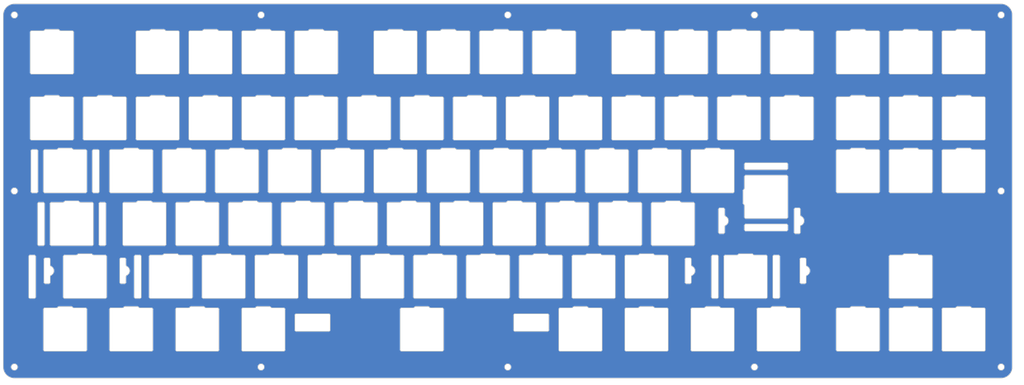
<source format=kicad_pcb>
(kicad_pcb (version 20221018) (generator pcbnew)
  (layers (0 "F.Cu" signal) (31 "B.Cu" signal) (34 "B.Paste" user) (35 "F.Paste" user) (36 "B.SilkS" user "B.Silkscreen") (37 "F.SilkS" user "F.Silkscreen") (38 "B.Mask" user) (39 "F.Mask" user) (44 "Edge.Cuts" user))
  (net 0 "")
  (net 1 "GND")
  (footprint "locallib:Outline" (layer "F.Cu") (at 17.065625 17.272)
    (fp_text reference "O1")
    (fp_text value "Outline")
    (fp_line (start -0.0024 131.063531) (end -0.0024 4.001031) (stroke (width 0.2)) (layer "Edge.Cuts"))
    (fp_line (start 3.9976 0.001031) (end 359.6601 0.001031) (stroke (width 0.2)) (layer "Edge.Cuts"))
    (fp_line (start 9.15875 91.178531) (end 9.15875 105.798531) (stroke (width 0.2)) (layer "Edge.Cuts"))
    (fp_line (start 9.65875 106.298531) (end 11.15875 106.298531) (stroke (width 0.2)) (layer "Edge.Cuts"))
    (fp_line (start 9.7126 10.216031) (end 9.7126 24.836031) (stroke (width 0.2)) (layer "Edge.Cuts"))
    (fp_line (start 9.7126 48.648531) (end 9.7126 34.028531) (stroke (width 0.2)) (layer "Edge.Cuts"))
    (fp_line (start 9.9751 53.078531) (end 9.9751 67.698531) (stroke (width 0.2)) (layer "Edge.Cuts"))
    (fp_line (start 10.2126 25.336031) (end 24.8326 25.336031) (stroke (width 0.2)) (layer "Edge.Cuts"))
    (fp_line (start 10.2126 33.528531) (end 14.406575 33.528531) (stroke (width 0.2)) (layer "Edge.Cuts"))
    (fp_line (start 10.4751 68.198531) (end 11.9751 68.198531) (stroke (width 0.2)) (layer "Edge.Cuts"))
    (fp_line (start 11.15875 90.678531) (end 9.65875 90.678531) (stroke (width 0.2)) (layer "Edge.Cuts"))
    (fp_line (start 11.65875 105.798531) (end 11.65875 91.178531) (stroke (width 0.2)) (layer "Edge.Cuts"))
    (fp_line (start 11.9751 52.578531) (end 10.4751 52.578531) (stroke (width 0.2)) (layer "Edge.Cuts"))
    (fp_line (start 12.35635 72.128531) (end 12.35635 86.748531) (stroke (width 0.2)) (layer "Edge.Cuts"))
    (fp_line (start 12.4751 67.698531) (end 12.4751 53.078531) (stroke (width 0.2)) (layer "Edge.Cuts"))
    (fp_line (start 12.85635 87.248531) (end 14.35635 87.248531) (stroke (width 0.2)) (layer "Edge.Cuts"))
    (fp_line (start 14.35635 71.628531) (end 12.85635 71.628531) (stroke (width 0.2)) (layer "Edge.Cuts"))
    (fp_line (start 14.406575 9.716031) (end 10.2126 9.716031) (stroke (width 0.2)) (layer "Edge.Cuts"))
    (fp_line (start 14.4751 67.698531) (end 14.4751 53.078531) (stroke (width 0.2)) (layer "Edge.Cuts"))
    (fp_line (start 14.4751 124.848531) (end 14.4751 110.228531) (stroke (width 0.2)) (layer "Edge.Cuts"))
    (fp_line (start 14.65875 100.465531) (end 14.65875 92.194531) (stroke (width 0.2)) (layer "Edge.Cuts"))
    (fp_line (start 14.85635 86.748531) (end 14.85635 72.128531) (stroke (width 0.2)) (layer "Edge.Cuts"))
    (fp_line (start 14.9751 52.578531) (end 19.169075 52.578531) (stroke (width 0.2)) (layer "Edge.Cuts"))
    (fp_line (start 14.9751 109.728531) (end 19.169075 109.728531) (stroke (width 0.2)) (layer "Edge.Cuts"))
    (fp_line (start 15.15875 91.694531) (end 16.39395 91.694531) (stroke (width 0.2)) (layer "Edge.Cuts"))
    (fp_line (start 15.2726 33.028531) (end 19.7726 33.028531) (stroke (width 0.2)) (layer "Edge.Cuts"))
    (fp_line (start 16.39395 100.965531) (end 15.15875 100.965531) (stroke (width 0.2)) (layer "Edge.Cuts"))
    (fp_line (start 16.85635 86.748531) (end 16.85635 72.128531) (stroke (width 0.2)) (layer "Edge.Cuts"))
    (fp_line (start 16.89395 92.194531) (end 16.89395 94.243113) (stroke (width 0.2)) (layer "Edge.Cuts"))
    (fp_line (start 16.89395 98.416949) (end 16.89395 100.465531) (stroke (width 0.2)) (layer "Edge.Cuts"))
    (fp_line (start 17.35635 71.628531) (end 21.550325 71.628531) (stroke (width 0.2)) (layer "Edge.Cuts"))
    (fp_line (start 19.7726 9.216031) (end 15.2726 9.216031) (stroke (width 0.2)) (layer "Edge.Cuts"))
    (fp_line (start 20.0351 52.078531) (end 24.5351 52.078531) (stroke (width 0.2)) (layer "Edge.Cuts"))
    (fp_line (start 20.0351 109.228531) (end 24.5351 109.228531) (stroke (width 0.2)) (layer "Edge.Cuts"))
    (fp_line (start 20.638625 33.528531) (end 24.8326 33.528531) (stroke (width 0.2)) (layer "Edge.Cuts"))
    (fp_line (start 21.61885 91.178531) (end 21.61885 105.798531) (stroke (width 0.2)) (layer "Edge.Cuts"))
    (fp_line (start 22.11885 106.298531) (end 36.73885 106.298531) (stroke (width 0.2)) (layer "Edge.Cuts"))
    (fp_line (start 22.41635 71.128531) (end 26.91635 71.128531) (stroke (width 0.2)) (layer "Edge.Cuts"))
    (fp_line (start 24.8326 9.716031) (end 20.638625 9.716031) (stroke (width 0.2)) (layer "Edge.Cuts"))
    (fp_line (start 24.8326 49.148531) (end 10.2126 49.148531) (stroke (width 0.2)) (layer "Edge.Cuts"))
    (fp_line (start 25.3326 24.836031) (end 25.3326 10.216031) (stroke (width 0.2)) (layer "Edge.Cuts"))
    (fp_line (start 25.3326 34.028531) (end 25.3326 48.648531) (stroke (width 0.2)) (layer "Edge.Cuts"))
    (fp_line (start 25.401125 52.578531) (end 29.5951 52.578531) (stroke (width 0.2)) (layer "Edge.Cuts"))
    (fp_line (start 25.401125 109.728531) (end 29.5951 109.728531) (stroke (width 0.2)) (layer "Edge.Cuts"))
    (fp_line (start 26.312825 90.678531) (end 22.11885 90.678531) (stroke (width 0.2)) (layer "Edge.Cuts"))
    (fp_line (start 27.782375 71.628531) (end 31.97635 71.628531) (stroke (width 0.2)) (layer "Edge.Cuts"))
    (fp_line (start 28.7626 34.028531) (end 28.7626 48.648531) (stroke (width 0.2)) (layer "Edge.Cuts"))
    (fp_line (start 29.2626 49.148531) (end 43.8826 49.148531) (stroke (width 0.2)) (layer "Edge.Cuts"))
    (fp_line (start 29.5951 68.198531) (end 14.9751 68.198531) (stroke (width 0.2)) (layer "Edge.Cuts"))
    (fp_line (start 29.5951 125.348531) (end 14.9751 125.348531) (stroke (width 0.2)) (layer "Edge.Cuts"))
    (fp_line (start 30.0951 53.078531) (end 30.0951 67.698531) (stroke (width 0.2)) (layer "Edge.Cuts"))
    (fp_line (start 30.0951 110.228531) (end 30.0951 124.848531) (stroke (width 0.2)) (layer "Edge.Cuts"))
    (fp_line (start 31.67885 90.178531) (end 27.17885 90.178531) (stroke (width 0.2)) (layer "Edge.Cuts"))
    (fp_line (start 31.97635 87.248531) (end 17.35635 87.248531) (stroke (width 0.2)) (layer "Edge.Cuts"))
    (fp_line (start 32.0951 67.698531) (end 32.0951 53.078531) (stroke (width 0.2)) (layer "Edge.Cuts"))
    (fp_line (start 32.47635 72.128531) (end 32.47635 86.748531) (stroke (width 0.2)) (layer "Edge.Cuts"))
    (fp_line (start 32.5951 52.578531) (end 34.0951 52.578531) (stroke (width 0.2)) (layer "Edge.Cuts"))
    (fp_line (start 33.456575 33.528531) (end 29.2626 33.528531) (stroke (width 0.2)) (layer "Edge.Cuts"))
    (fp_line (start 34.0951 68.198531) (end 32.5951 68.198531) (stroke (width 0.2)) (layer "Edge.Cuts"))
    (fp_line (start 34.47635 72.128531) (end 34.47635 86.748531) (stroke (width 0.2)) (layer "Edge.Cuts"))
    (fp_line (start 34.5951 53.078531) (end 34.5951 67.698531) (stroke (width 0.2)) (layer "Edge.Cuts"))
    (fp_line (start 34.97635 87.248531) (end 36.47635 87.248531) (stroke (width 0.2)) (layer "Edge.Cuts"))
    (fp_line (start 36.47635 71.628531) (end 34.97635 71.628531) (stroke (width 0.2)) (layer "Edge.Cuts"))
    (fp_line (start 36.73885 90.678531) (end 32.544875 90.678531) (stroke (width 0.2)) (layer "Edge.Cuts"))
    (fp_line (start 36.97635 86.748531) (end 36.97635 72.128531) (stroke (width 0.2)) (layer "Edge.Cuts"))
    (fp_line (start 37.23885 105.798531) (end 37.23885 91.178531) (stroke (width 0.2)) (layer "Edge.Cuts"))
    (fp_line (start 38.2876 53.078531) (end 38.2876 67.698531) (stroke (width 0.2)) (layer "Edge.Cuts"))
    (fp_line (start 38.2876 110.228531) (end 38.2876 124.848531) (stroke (width 0.2)) (layer "Edge.Cuts"))
    (fp_line (start 38.7876 68.198531) (end 53.4076 68.198531) (stroke (width 0.2)) (layer "Edge.Cuts"))
    (fp_line (start 38.7876 125.348531) (end 53.4076 125.348531) (stroke (width 0.2)) (layer "Edge.Cuts"))
    (fp_line (start 38.8226 33.028531) (end 34.3226 33.028531) (stroke (width 0.2)) (layer "Edge.Cuts"))
    (fp_line (start 41.96375 92.194531) (end 41.96375 100.465531) (stroke (width 0.2)) (layer "Edge.Cuts"))
    (fp_line (start 42.46375 100.965531) (end 43.69895 100.965531) (stroke (width 0.2)) (layer "Edge.Cuts"))
    (fp_line (start 42.981575 52.578531) (end 38.7876 52.578531) (stroke (width 0.2)) (layer "Edge.Cuts"))
    (fp_line (start 42.981575 109.728531) (end 38.7876 109.728531) (stroke (width 0.2)) (layer "Edge.Cuts"))
    (fp_line (start 43.0501 72.128531) (end 43.0501 86.748531) (stroke (width 0.2)) (layer "Edge.Cuts"))
    (fp_line (start 43.5501 87.248531) (end 58.1701 87.248531) (stroke (width 0.2)) (layer "Edge.Cuts"))
    (fp_line (start 43.69895 91.694531) (end 42.46375 91.694531) (stroke (width 0.2)) (layer "Edge.Cuts"))
    (fp_line (start 43.8826 33.528531) (end 39.688625 33.528531) (stroke (width 0.2)) (layer "Edge.Cuts"))
    (fp_line (start 44.19895 94.243113) (end 44.19895 92.194531) (stroke (width 0.2)) (layer "Edge.Cuts"))
    (fp_line (start 44.19895 100.465531) (end 44.19895 98.416949) (stroke (width 0.2)) (layer "Edge.Cuts"))
    (fp_line (start 44.3826 48.648531) (end 44.3826 34.028531) (stroke (width 0.2)) (layer "Edge.Cuts"))
    (fp_line (start 47.19895 91.178531) (end 47.19895 105.798531) (stroke (width 0.2)) (layer "Edge.Cuts"))
    (fp_line (start 47.69895 106.298531) (end 49.19895 106.298531) (stroke (width 0.2)) (layer "Edge.Cuts"))
    (fp_line (start 47.744075 71.628531) (end 43.5501 71.628531) (stroke (width 0.2)) (layer "Edge.Cuts"))
    (fp_line (start 47.8126 10.216031) (end 47.8126 24.836031) (stroke (width 0.2)) (layer "Edge.Cuts"))
    (fp_line (start 47.8126 48.648531) (end 47.8126 34.028531) (stroke (width 0.2)) (layer "Edge.Cuts"))
    (fp_line (start 48.3126 25.336031) (end 62.9326 25.336031) (stroke (width 0.2)) (layer "Edge.Cuts"))
    (fp_line (start 48.3126 33.528531) (end 52.506575 33.528531) (stroke (width 0.2)) (layer "Edge.Cuts"))
    (fp_line (start 48.3476 52.078531) (end 43.8476 52.078531) (stroke (width 0.2)) (layer "Edge.Cuts"))
    (fp_line (start 48.3476 109.228531) (end 43.8476 109.228531) (stroke (width 0.2)) (layer "Edge.Cuts"))
    (fp_line (start 49.19895 90.678531) (end 47.69895 90.678531) (stroke (width 0.2)) (layer "Edge.Cuts"))
    (fp_line (start 49.69895 105.798531) (end 49.69895 91.178531) (stroke (width 0.2)) (layer "Edge.Cuts"))
    (fp_line (start 52.506575 9.716031) (end 48.3126 9.716031) (stroke (width 0.2)) (layer "Edge.Cuts"))
    (fp_line (start 52.5751 91.178531) (end 52.5751 105.798531) (stroke (width 0.2)) (layer "Edge.Cuts"))
    (fp_line (start 53.0751 106.298531) (end 67.6951 106.298531) (stroke (width 0.2)) (layer "Edge.Cuts"))
    (fp_line (start 53.1101 71.128531) (end 48.6101 71.128531) (stroke (width 0.2)) (layer "Edge.Cuts"))
    (fp_line (start 53.3726 33.028531) (end 57.8726 33.028531) (stroke (width 0.2)) (layer "Edge.Cuts"))
    (fp_line (start 53.4076 52.578531) (end 49.213625 52.578531) (stroke (width 0.2)) (layer "Edge.Cuts"))
    (fp_line (start 53.4076 109.728531) (end 49.213625 109.728531) (stroke (width 0.2)) (layer "Edge.Cuts"))
    (fp_line (start 53.9076 67.698531) (end 53.9076 53.078531) (stroke (width 0.2)) (layer "Edge.Cuts"))
    (fp_line (start 53.9076 124.848531) (end 53.9076 110.228531) (stroke (width 0.2)) (layer "Edge.Cuts"))
    (fp_line (start 57.269075 90.678531) (end 53.0751 90.678531) (stroke (width 0.2)) (layer "Edge.Cuts"))
    (fp_line (start 57.3376 53.078531) (end 57.3376 67.698531) (stroke (width 0.2)) (layer "Edge.Cuts"))
    (fp_line (start 57.8376 68.198531) (end 72.4576 68.198531) (stroke (width 0.2)) (layer "Edge.Cuts"))
    (fp_line (start 57.8726 9.216031) (end 53.3726 9.216031) (stroke (width 0.2)) (layer "Edge.Cuts"))
    (fp_line (start 58.1701 71.628531) (end 53.976125 71.628531) (stroke (width 0.2)) (layer "Edge.Cuts"))
    (fp_line (start 58.6701 86.748531) (end 58.6701 72.128531) (stroke (width 0.2)) (layer "Edge.Cuts"))
    (fp_line (start 58.738625 33.528531) (end 62.9326 33.528531) (stroke (width 0.2)) (layer "Edge.Cuts"))
    (fp_line (start 62.031575 52.578531) (end 57.8376 52.578531) (stroke (width 0.2)) (layer "Edge.Cuts"))
    (fp_line (start 62.1001 86.748531) (end 62.1001 72.128531) (stroke (width 0.2)) (layer "Edge.Cuts"))
    (fp_line (start 62.1001 124.848531) (end 62.1001 110.228531) (stroke (width 0.2)) (layer "Edge.Cuts"))
    (fp_line (start 62.6001 71.628531) (end 66.794075 71.628531) (stroke (width 0.2)) (layer "Edge.Cuts"))
    (fp_line (start 62.6001 109.728531) (end 66.794075 109.728531) (stroke (width 0.2)) (layer "Edge.Cuts"))
    (fp_line (start 62.6351 90.178531) (end 58.1351 90.178531) (stroke (width 0.2)) (layer "Edge.Cuts"))
    (fp_line (start 62.9326 9.716031) (end 58.738625 9.716031) (stroke (width 0.2)) (layer "Edge.Cuts"))
    (fp_line (start 62.9326 49.148531) (end 48.3126 49.148531) (stroke (width 0.2)) (layer "Edge.Cuts"))
    (fp_line (start 63.4326 24.836031) (end 63.4326 10.216031) (stroke (width 0.2)) (layer "Edge.Cuts"))
    (fp_line (start 63.4326 34.028531) (end 63.4326 48.648531) (stroke (width 0.2)) (layer "Edge.Cuts"))
    (fp_line (start 66.8626 24.836031) (end 66.8626 10.216031) (stroke (width 0.2)) (layer "Edge.Cuts"))
    (fp_line (start 66.8626 48.648531) (end 66.8626 34.028531) (stroke (width 0.2)) (layer "Edge.Cuts"))
    (fp_line (start 67.3626 9.716031) (end 71.556575 9.716031) (stroke (width 0.2)) (layer "Edge.Cuts"))
    (fp_line (start 67.3626 33.528531) (end 71.556575 33.528531) (stroke (width 0.2)) (layer "Edge.Cuts"))
    (fp_line (start 67.3976 52.078531) (end 62.8976 52.078531) (stroke (width 0.2)) (layer "Edge.Cuts"))
    (fp_line (start 67.6601 71.128531) (end 72.1601 71.128531) (stroke (width 0.2)) (layer "Edge.Cuts"))
    (fp_line (start 67.6601 109.228531) (end 72.1601 109.228531) (stroke (width 0.2)) (layer "Edge.Cuts"))
    (fp_line (start 67.6951 90.678531) (end 63.501125 90.678531) (stroke (width 0.2)) (layer "Edge.Cuts"))
    (fp_line (start 68.1951 105.798531) (end 68.1951 91.178531) (stroke (width 0.2)) (layer "Edge.Cuts"))
    (fp_line (start 71.6251 91.178531) (end 71.6251 105.798531) (stroke (width 0.2)) (layer "Edge.Cuts"))
    (fp_line (start 72.1251 106.298531) (end 86.7451 106.298531) (stroke (width 0.2)) (layer "Edge.Cuts"))
    (fp_line (start 72.4226 9.216031) (end 76.9226 9.216031) (stroke (width 0.2)) (layer "Edge.Cuts"))
    (fp_line (start 72.4226 33.028531) (end 76.9226 33.028531) (stroke (width 0.2)) (layer "Edge.Cuts"))
    (fp_line (start 72.4576 52.578531) (end 68.263625 52.578531) (stroke (width 0.2)) (layer "Edge.Cuts"))
    (fp_line (start 72.9576 67.698531) (end 72.9576 53.078531) (stroke (width 0.2)) (layer "Edge.Cuts"))
    (fp_line (start 73.026125 71.628531) (end 77.2201 71.628531) (stroke (width 0.2)) (layer "Edge.Cuts"))
    (fp_line (start 73.026125 109.728531) (end 77.2201 109.728531) (stroke (width 0.2)) (layer "Edge.Cuts"))
    (fp_line (start 76.319075 90.678531) (end 72.1251 90.678531) (stroke (width 0.2)) (layer "Edge.Cuts"))
    (fp_line (start 76.3876 67.698531) (end 76.3876 53.078531) (stroke (width 0.2)) (layer "Edge.Cuts"))
    (fp_line (start 76.8876 52.578531) (end 81.081575 52.578531) (stroke (width 0.2)) (layer "Edge.Cuts"))
    (fp_line (start 77.2201 87.248531) (end 62.6001 87.248531) (stroke (width 0.2)) (layer "Edge.Cuts"))
    (fp_line (start 77.2201 125.348531) (end 62.6001 125.348531) (stroke (width 0.2)) (layer "Edge.Cuts"))
    (fp_line (start 77.7201 72.128531) (end 77.7201 86.748531) (stroke (width 0.2)) (layer "Edge.Cuts"))
    (fp_line (start 77.7201 110.228531) (end 77.7201 124.848531) (stroke (width 0.2)) (layer "Edge.Cuts"))
    (fp_line (start 77.788625 9.716031) (end 81.9826 9.716031) (stroke (width 0.2)) (layer "Edge.Cuts"))
    (fp_line (start 77.788625 33.528531) (end 81.9826 33.528531) (stroke (width 0.2)) (layer "Edge.Cuts"))
    (fp_line (start 81.1501 86.748531) (end 81.1501 72.128531) (stroke (width 0.2)) (layer "Edge.Cuts"))
    (fp_line (start 81.6501 71.628531) (end 85.844075 71.628531) (stroke (width 0.2)) (layer "Edge.Cuts"))
    (fp_line (start 81.6851 90.178531) (end 77.1851 90.178531) (stroke (width 0.2)) (layer "Edge.Cuts"))
    (fp_line (start 81.9476 52.078531) (end 86.4476 52.078531) (stroke (width 0.2)) (layer "Edge.Cuts"))
    (fp_line (start 81.9826 25.336031) (end 67.3626 25.336031) (stroke (width 0.2)) (layer "Edge.Cuts"))
    (fp_line (start 81.9826 49.148531) (end 67.3626 49.148531) (stroke (width 0.2)) (layer "Edge.Cuts"))
    (fp_line (start 82.4826 10.216031) (end 82.4826 24.836031) (stroke (width 0.2)) (layer "Edge.Cuts"))
    (fp_line (start 82.4826 34.028531) (end 82.4826 48.648531) (stroke (width 0.2)) (layer "Edge.Cuts"))
    (fp_line (start 85.9126 24.836031) (end 85.9126 10.216031) (stroke (width 0.2)) (layer "Edge.Cuts"))
    (fp_line (start 85.9126 34.028531) (end 85.9126 48.648531) (stroke (width 0.2)) (layer "Edge.Cuts"))
    (fp_line (start 85.9126 124.848531) (end 85.9126 110.228531) (stroke (width 0.2)) (layer "Edge.Cuts"))
    (fp_line (start 86.4126 9.716031) (end 90.606575 9.716031) (stroke (width 0.2)) (layer "Edge.Cuts"))
    (fp_line (start 86.4126 49.148531) (end 101.0326 49.148531) (stroke (width 0.2)) (layer "Edge.Cuts"))
    (fp_line (start 86.4126 109.728531) (end 90.606575 109.728531) (stroke (width 0.2)) (layer "Edge.Cuts"))
    (fp_line (start 86.7101 71.128531) (end 91.2101 71.128531) (stroke (width 0.2)) (layer "Edge.Cuts"))
    (fp_line (start 86.7451 90.678531) (end 82.551125 90.678531) (stroke (width 0.2)) (layer "Edge.Cuts"))
    (fp_line (start 87.2451 105.798531) (end 87.2451 91.178531) (stroke (width 0.2)) (layer "Edge.Cuts"))
    (fp_line (start 87.313625 52.578531) (end 91.5076 52.578531) (stroke (width 0.2)) (layer "Edge.Cuts"))
    (fp_line (start 90.606575 33.528531) (end 86.4126 33.528531) (stroke (width 0.2)) (layer "Edge.Cuts"))
    (fp_line (start 90.6751 91.178531) (end 90.6751 105.798531) (stroke (width 0.2)) (layer "Edge.Cuts"))
    (fp_line (start 91.1751 106.298531) (end 105.7951 106.298531) (stroke (width 0.2)) (layer "Edge.Cuts"))
    (fp_line (start 91.4726 9.216031) (end 95.9726 9.216031) (stroke (width 0.2)) (layer "Edge.Cuts"))
    (fp_line (start 91.4726 109.228531) (end 95.9726 109.228531) (stroke (width 0.2)) (layer "Edge.Cuts"))
    (fp_line (start 91.5076 68.198531) (end 76.8876 68.198531) (stroke (width 0.2)) (layer "Edge.Cuts"))
    (fp_line (start 92.0076 53.078531) (end 92.0076 67.698531) (stroke (width 0.2)) (layer "Edge.Cuts"))
    (fp_line (start 92.076125 71.628531) (end 96.2701 71.628531) (stroke (width 0.2)) (layer "Edge.Cuts"))
    (fp_line (start 95.369075 90.678531) (end 91.1751 90.678531) (stroke (width 0.2)) (layer "Edge.Cuts"))
    (fp_line (start 95.4376 53.078531) (end 95.4376 67.698531) (stroke (width 0.2)) (layer "Edge.Cuts"))
    (fp_line (start 95.9376 68.198531) (end 110.5576 68.198531) (stroke (width 0.2)) (layer "Edge.Cuts"))
    (fp_line (start 95.9726 33.028531) (end 91.4726 33.028531) (stroke (width 0.2)) (layer "Edge.Cuts"))
    (fp_line (start 96.2701 87.248531) (end 81.6501 87.248531) (stroke (width 0.2)) (layer "Edge.Cuts"))
    (fp_line (start 96.7701 72.128531) (end 96.7701 86.748531) (stroke (width 0.2)) (layer "Edge.Cuts"))
    (fp_line (start 96.838625 9.716031) (end 101.0326 9.716031) (stroke (width 0.2)) (layer "Edge.Cuts"))
    (fp_line (start 96.838625 109.728531) (end 101.0326 109.728531) (stroke (width 0.2)) (layer "Edge.Cuts"))
    (fp_line (start 100.131575 52.578531) (end 95.9376 52.578531) (stroke (width 0.2)) (layer "Edge.Cuts"))
    (fp_line (start 100.2001 72.128531) (end 100.2001 86.748531) (stroke (width 0.2)) (layer "Edge.Cuts"))
    (fp_line (start 100.7001 87.248531) (end 115.3201 87.248531) (stroke (width 0.2)) (layer "Edge.Cuts"))
    (fp_line (start 100.7351 90.178531) (end 96.2351 90.178531) (stroke (width 0.2)) (layer "Edge.Cuts"))
    (fp_line (start 101.0326 25.336031) (end 86.4126 25.336031) (stroke (width 0.2)) (layer "Edge.Cuts"))
    (fp_line (start 101.0326 33.528531) (end 96.838625 33.528531) (stroke (width 0.2)) (layer "Edge.Cuts"))
    (fp_line (start 101.0326 125.348531) (end 86.4126 125.348531) (stroke (width 0.2)) (layer "Edge.Cuts"))
    (fp_line (start 101.5326 10.216031) (end 101.5326 24.836031) (stroke (width 0.2)) (layer "Edge.Cuts"))
    (fp_line (start 101.5326 48.648531) (end 101.5326 34.028531) (stroke (width 0.2)) (layer "Edge.Cuts"))
    (fp_line (start 101.5326 110.228531) (end 101.5326 124.848531) (stroke (width 0.2)) (layer "Edge.Cuts"))
    (fp_line (start 104.894075 71.628531) (end 100.7001 71.628531) (stroke (width 0.2)) (layer "Edge.Cuts"))
    (fp_line (start 104.9626 10.216031) (end 104.9626 24.836031) (stroke (width 0.2)) (layer "Edge.Cuts"))
    (fp_line (start 104.9626 34.028531) (end 104.9626 48.648531) (stroke (width 0.2)) (layer "Edge.Cuts"))
    (fp_line (start 105.104475 117.704781) (end 105.104475 112.354781) (stroke (width 0.2)) (layer "Edge.Cuts"))
    (fp_line (start 105.4626 25.336031) (end 120.0826 25.336031) (stroke (width 0.2)) (layer "Edge.Cuts"))
    (fp_line (start 105.4626 49.148531) (end 120.0826 49.148531) (stroke (width 0.2)) (layer "Edge.Cuts"))
    (fp_line (start 105.4976 52.078531) (end 100.9976 52.078531) (stroke (width 0.2)) (layer "Edge.Cuts"))
    (fp_line (start 105.604475 111.854781) (end 117.304475 111.854781) (stroke (width 0.2)) (layer "Edge.Cuts"))
    (fp_line (start 105.7951 90.678531) (end 101.601125 90.678531) (stroke (width 0.2)) (layer "Edge.Cuts"))
    (fp_line (start 106.2951 105.798531) (end 106.2951 91.178531) (stroke (width 0.2)) (layer "Edge.Cuts"))
    (fp_line (start 109.656575 9.716031) (end 105.4626 9.716031) (stroke (width 0.2)) (layer "Edge.Cuts"))
    (fp_line (start 109.656575 33.528531) (end 105.4626 33.528531) (stroke (width 0.2)) (layer "Edge.Cuts"))
    (fp_line (start 109.7251 105.798531) (end 109.7251 91.178531) (stroke (width 0.2)) (layer "Edge.Cuts"))
    (fp_line (start 110.2251 90.678531) (end 114.419075 90.678531) (stroke (width 0.2)) (layer "Edge.Cuts"))
    (fp_line (start 110.2601 71.128531) (end 105.7601 71.128531) (stroke (width 0.2)) (layer "Edge.Cuts"))
    (fp_line (start 110.5576 52.578531) (end 106.363625 52.578531) (stroke (width 0.2)) (layer "Edge.Cuts"))
    (fp_line (start 111.0576 67.698531) (end 111.0576 53.078531) (stroke (width 0.2)) (layer "Edge.Cuts"))
    (fp_line (start 114.4876 67.698531) (end 114.4876 53.078531) (stroke (width 0.2)) (layer "Edge.Cuts"))
    (fp_line (start 114.9876 52.578531) (end 119.181575 52.578531) (stroke (width 0.2)) (layer "Edge.Cuts"))
    (fp_line (start 115.0226 9.216031) (end 110.5226 9.216031) (stroke (width 0.2)) (layer "Edge.Cuts"))
    (fp_line (start 115.0226 33.028531) (end 110.5226 33.028531) (stroke (width 0.2)) (layer "Edge.Cuts"))
    (fp_line (start 115.2851 90.178531) (end 119.7851 90.178531) (stroke (width 0.2)) (layer "Edge.Cuts"))
    (fp_line (start 115.3201 71.628531) (end 111.126125 71.628531) (stroke (width 0.2)) (layer "Edge.Cuts"))
    (fp_line (start 115.8201 86.748531) (end 115.8201 72.128531) (stroke (width 0.2)) (layer "Edge.Cuts"))
    (fp_line (start 117.304475 118.204781) (end 105.604475 118.204781) (stroke (width 0.2)) (layer "Edge.Cuts"))
    (fp_line (start 117.804475 112.354781) (end 117.804475 117.704781) (stroke (width 0.2)) (layer "Edge.Cuts"))
    (fp_line (start 119.2501 72.128531) (end 119.2501 86.748531) (stroke (width 0.2)) (layer "Edge.Cuts"))
    (fp_line (start 119.7501 87.248531) (end 134.3701 87.248531) (stroke (width 0.2)) (layer "Edge.Cuts"))
    (fp_line (start 120.0476 52.078531) (end 124.5476 52.078531) (stroke (width 0.2)) (layer "Edge.Cuts"))
    (fp_line (start 120.0826 9.716031) (end 115.888625 9.716031) (stroke (width 0.2)) (layer "Edge.Cuts"))
    (fp_line (start 120.0826 33.528531) (end 115.888625 33.528531) (stroke (width 0.2)) (layer "Edge.Cuts"))
    (fp_line (start 120.5826 24.836031) (end 120.5826 10.216031) (stroke (width 0.2)) (layer "Edge.Cuts"))
    (fp_line (start 120.5826 48.648531) (end 120.5826 34.028531) (stroke (width 0.2)) (layer "Edge.Cuts"))
    (fp_line (start 120.651125 90.678531) (end 124.8451 90.678531) (stroke (width 0.2)) (layer "Edge.Cuts"))
    (fp_line (start 123.944075 71.628531) (end 119.7501 71.628531) (stroke (width 0.2)) (layer "Edge.Cuts"))
    (fp_line (start 124.0126 48.648531) (end 124.0126 34.028531) (stroke (width 0.2)) (layer "Edge.Cuts"))
    (fp_line (start 124.5126 33.528531) (end 128.706575 33.528531) (stroke (width 0.2)) (layer "Edge.Cuts"))
    (fp_line (start 124.8451 106.298531) (end 110.2251 106.298531) (stroke (width 0.2)) (layer "Edge.Cuts"))
    (fp_line (start 125.3451 91.178531) (end 125.3451 105.798531) (stroke (width 0.2)) (layer "Edge.Cuts"))
    (fp_line (start 125.413625 52.578531) (end 129.6076 52.578531) (stroke (width 0.2)) (layer "Edge.Cuts"))
    (fp_line (start 128.7751 105.798531) (end 128.7751 91.178531) (stroke (width 0.2)) (layer "Edge.Cuts"))
    (fp_line (start 129.2751 90.678531) (end 133.469075 90.678531) (stroke (width 0.2)) (layer "Edge.Cuts"))
    (fp_line (start 129.3101 71.128531) (end 124.8101 71.128531) (stroke (width 0.2)) (layer "Edge.Cuts"))
    (fp_line (start 129.5726 33.028531) (end 134.0726 33.028531) (stroke (width 0.2)) (layer "Edge.Cuts"))
    (fp_line (start 129.6076 68.198531) (end 114.9876 68.198531) (stroke (width 0.2)) (layer "Edge.Cuts"))
    (fp_line (start 130.1076 53.078531) (end 130.1076 67.698531) (stroke (width 0.2)) (layer "Edge.Cuts"))
    (fp_line (start 133.5376 10.216031) (end 133.5376 24.836031) (stroke (width 0.2)) (layer "Edge.Cuts"))
    (fp_line (start 133.5376 67.698531) (end 133.5376 53.078531) (stroke (width 0.2)) (layer "Edge.Cuts"))
    (fp_line (start 134.0376 25.336031) (end 148.6576 25.336031) (stroke (width 0.2)) (layer "Edge.Cuts"))
    (fp_line (start 134.0376 52.578531) (end 138.231575 52.578531) (stroke (width 0.2)) (layer "Edge.Cuts"))
    (fp_line (start 134.3351 90.178531) (end 138.8351 90.178531) (stroke (width 0.2)) (layer "Edge.Cuts"))
    (fp_line (start 134.3701 71.628531) (end 130.176125 71.628531) (stroke (width 0.2)) (layer "Edge.Cuts"))
    (fp_line (start 134.8701 86.748531) (end 134.8701 72.128531) (stroke (width 0.2)) (layer "Edge.Cuts"))
    (fp_line (start 134.938625 33.528531) (end 139.1326 33.528531) (stroke (width 0.2)) (layer "Edge.Cuts"))
    (fp_line (start 138.231575 9.716031) (end 134.0376 9.716031) (stroke (width 0.2)) (layer "Edge.Cuts"))
    (fp_line (start 138.3001 72.128531) (end 138.3001 86.748531) (stroke (width 0.2)) (layer "Edge.Cuts"))
    (fp_line (start 138.8001 87.248531) (end 153.4201 87.248531) (stroke (width 0.2)) (layer "Edge.Cuts"))
    (fp_line (start 139.0976 52.078531) (end 143.5976 52.078531) (stroke (width 0.2)) (layer "Edge.Cuts"))
    (fp_line (start 139.1326 49.148531) (end 124.5126 49.148531) (stroke (width 0.2)) (layer "Edge.Cuts"))
    (fp_line (start 139.6326 34.028531) (end 139.6326 48.648531) (stroke (width 0.2)) (layer "Edge.Cuts"))
    (fp_line (start 139.701125 90.678531) (end 143.8951 90.678531) (stroke (width 0.2)) (layer "Edge.Cuts"))
    (fp_line (start 142.994075 71.628531) (end 138.8001 71.628531) (stroke (width 0.2)) (layer "Edge.Cuts"))
    (fp_line (start 143.0626 34.028531) (end 143.0626 48.648531) (stroke (width 0.2)) (layer "Edge.Cuts"))
    (fp_line (start 143.0626 124.848531) (end 143.0626 110.228531) (stroke (width 0.2)) (layer "Edge.Cuts"))
    (fp_line (start 143.5626 49.148531) (end 158.1826 49.148531) (stroke (width 0.2)) (layer "Edge.Cuts"))
    (fp_line (start 143.5626 109.728531) (end 147.756575 109.728531) (stroke (width 0.2)) (layer "Edge.Cuts"))
    (fp_line (start 143.5976 9.216031) (end 139.0976 9.216031) (stroke (width 0.2)) (layer "Edge.Cuts"))
    (fp_line (start 143.8951 106.298531) (end 129.2751 106.298531) (stroke (width 0.2)) (layer "Edge.Cuts"))
    (fp_line (start 144.3951 91.178531) (end 144.3951 105.798531) (stroke (width 0.2)) (layer "Edge.Cuts"))
    (fp_line (start 144.463625 52.578531) (end 148.6576 52.578531) (stroke (width 0.2)) (layer "Edge.Cuts"))
    (fp_line (start 147.756575 33.528531) (end 143.5626 33.528531) (stroke (width 0.2)) (layer "Edge.Cuts"))
    (fp_line (start 147.8251 105.798531) (end 147.8251 91.178531) (stroke (width 0.2)) (layer "Edge.Cuts"))
    (fp_line (start 148.3251 90.678531) (end 152.519075 90.678531) (stroke (width 0.2)) (layer "Edge.Cuts"))
    (fp_line (start 148.3601 71.128531) (end 143.8601 71.128531) (stroke (width 0.2)) (layer "Edge.Cuts"))
    (fp_line (start 148.6226 109.228531) (end 153.1226 109.228531) (stroke (width 0.2)) (layer "Edge.Cuts"))
    (fp_line (start 148.6576 9.716031) (end 144.463625 9.716031) (stroke (width 0.2)) (layer "Edge.Cuts"))
    (fp_line (start 148.6576 68.198531) (end 134.0376 68.198531) (stroke (width 0.2)) (layer "Edge.Cuts"))
    (fp_line (start 149.1576 24.836031) (end 149.1576 10.216031) (stroke (width 0.2)) (layer "Edge.Cuts"))
    (fp_line (start 149.1576 53.078531) (end 149.1576 67.698531) (stroke (width 0.2)) (layer "Edge.Cuts"))
    (fp_line (start 152.5876 24.836031) (end 152.5876 10.216031) (stroke (width 0.2)) (layer "Edge.Cuts"))
    (fp_line (start 152.5876 53.078531) (end 152.5876 67.698531) (stroke (width 0.2)) (layer "Edge.Cuts"))
    (fp_line (start 153.0876 9.716031) (end 157.281575 9.716031) (stroke (width 0.2)) (layer "Edge.Cuts"))
    (fp_line (start 153.0876 68.198531) (end 167.7076 68.198531) (stroke (width 0.2)) (layer "Edge.Cuts"))
    (fp_line (start 153.1226 33.028531) (end 148.6226 33.028531) (stroke (width 0.2)) (layer "Edge.Cuts"))
    (fp_line (start 153.3851 90.178531) (end 157.8851 90.178531) (stroke (width 0.2)) (layer "Edge.Cuts"))
    (fp_line (start 153.4201 71.628531) (end 149.226125 71.628531) (stroke (width 0.2)) (layer "Edge.Cuts"))
    (fp_line (start 153.9201 86.748531) (end 153.9201 72.128531) (stroke (width 0.2)) (layer "Edge.Cuts"))
    (fp_line (start 153.988625 109.728531) (end 158.1826 109.728531) (stroke (width 0.2)) (layer "Edge.Cuts"))
    (fp_line (start 157.281575 52.578531) (end 153.0876 52.578531) (stroke (width 0.2)) (layer "Edge.Cuts"))
    (fp_line (start 157.3501 86.748531) (end 157.3501 72.128531) (stroke (width 0.2)) (layer "Edge.Cuts"))
    (fp_line (start 157.8501 71.628531) (end 162.044075 71.628531) (stroke (width 0.2)) (layer "Edge.Cuts"))
    (fp_line (start 158.1476 9.216031) (end 162.6476 9.216031) (stroke (width 0.2)) (layer "Edge.Cuts"))
    (fp_line (start 158.1826 33.528531) (end 153.988625 33.528531) (stroke (width 0.2)) (layer "Edge.Cuts"))
    (fp_line (start 158.1826 125.348531) (end 143.5626 125.348531) (stroke (width 0.2)) (layer "Edge.Cuts"))
    (fp_line (start 158.6826 48.648531) (end 158.6826 34.028531) (stroke (width 0.2)) (layer "Edge.Cuts"))
    (fp_line (start 158.6826 110.228531) (end 158.6826 124.848531) (stroke (width 0.2)) (layer "Edge.Cuts"))
    (fp_line (start 158.751125 90.678531) (end 162.9451 90.678531) (stroke (width 0.2)) (layer "Edge.Cuts"))
    (fp_line (start 162.1126 34.028531) (end 162.1126 48.648531) (stroke (width 0.2)) (layer "Edge.Cuts"))
    (fp_line (start 162.6126 49.148531) (end 177.2326 49.148531) (stroke (width 0.2)) (layer "Edge.Cuts"))
    (fp_line (start 162.6476 52.078531) (end 158.1476 52.078531) (stroke (width 0.2)) (layer "Edge.Cuts"))
    (fp_line (start 162.9101 71.128531) (end 167.4101 71.128531) (stroke (width 0.2)) (layer "Edge.Cuts"))
    (fp_line (start 162.9451 106.298531) (end 148.3251 106.298531) (stroke (width 0.2)) (layer "Edge.Cuts"))
    (fp_line (start 163.4451 91.178531) (end 163.4451 105.798531) (stroke (width 0.2)) (layer "Edge.Cuts"))
    (fp_line (start 163.513625 9.716031) (end 167.7076 9.716031) (stroke (width 0.2)) (layer "Edge.Cuts"))
    (fp_line (start 166.806575 33.528531) (end 162.6126 33.528531) (stroke (width 0.2)) (layer "Edge.Cuts"))
    (fp_line (start 166.8751 105.798531) (end 166.8751 91.178531) (stroke (width 0.2)) (layer "Edge.Cuts"))
    (fp_line (start 167.3751 90.678531) (end 171.569075 90.678531) (stroke (width 0.2)) (layer "Edge.Cuts"))
    (fp_line (start 167.7076 25.336031) (end 153.0876 25.336031) (stroke (width 0.2)) (layer "Edge.Cuts"))
    (fp_line (start 167.7076 52.578531) (end 163.513625 52.578531) (stroke (width 0.2)) (layer "Edge.Cuts"))
    (fp_line (start 168.2076 10.216031) (end 168.2076 24.836031) (stroke (width 0.2)) (layer "Edge.Cuts"))
    (fp_line (start 168.2076 67.698531) (end 168.2076 53.078531) (stroke (width 0.2)) (layer "Edge.Cuts"))
    (fp_line (start 168.276125 71.628531) (end 172.4701 71.628531) (stroke (width 0.2)) (layer "Edge.Cuts"))
    (fp_line (start 171.6376 10.216031) (end 171.6376 24.836031) (stroke (width 0.2)) (layer "Edge.Cuts"))
    (fp_line (start 171.6376 67.698531) (end 171.6376 53.078531) (stroke (width 0.2)) (layer "Edge.Cuts"))
    (fp_line (start 172.1376 25.336031) (end 186.7576 25.336031) (stroke (width 0.2)) (layer "Edge.Cuts"))
    (fp_line (start 172.1376 52.578531) (end 176.331575 52.578531) (stroke (width 0.2)) (layer "Edge.Cuts"))
    (fp_line (start 172.1726 33.028531) (end 167.6726 33.028531) (stroke (width 0.2)) (layer "Edge.Cuts"))
    (fp_line (start 172.4351 90.178531) (end 176.9351 90.178531) (stroke (width 0.2)) (layer "Edge.Cuts"))
    (fp_line (start 172.4701 87.248531) (end 157.8501 87.248531) (stroke (width 0.2)) (layer "Edge.Cuts"))
    (fp_line (start 172.9701 72.128531) (end 172.9701 86.748531) (stroke (width 0.2)) (layer "Edge.Cuts"))
    (fp_line (start 176.331575 9.716031) (end 172.1376 9.716031) (stroke (width 0.2)) (layer "Edge.Cuts"))
    (fp_line (start 176.4001 72.128531) (end 176.4001 86.748531) (stroke (width 0.2)) (layer "Edge.Cuts"))
    (fp_line (start 176.9001 87.248531) (end 191.5201 87.248531) (stroke (width 0.2)) (layer "Edge.Cuts"))
    (fp_line (start 177.1976 52.078531) (end 181.6976 52.078531) (stroke (width 0.2)) (layer "Edge.Cuts"))
    (fp_line (start 177.2326 33.528531) (end 173.038625 33.528531) (stroke (width 0.2)) (layer "Edge.Cuts"))
    (fp_line (start 177.7326 48.648531) (end 177.7326 34.028531) (stroke (width 0.2)) (layer "Edge.Cuts"))
    (fp_line (start 177.801125 90.678531) (end 181.9951 90.678531) (stroke (width 0.2)) (layer "Edge.Cuts"))
    (fp_line (start 181.094075 71.628531) (end 176.9001 71.628531) (stroke (width 0.2)) (layer "Edge.Cuts"))
    (fp_line (start 181.1626 48.648531) (end 181.1626 34.028531) (stroke (width 0.2)) (layer "Edge.Cuts"))
    (fp_line (start 181.6626 33.528531) (end 185.856575 33.528531) (stroke (width 0.2)) (layer "Edge.Cuts"))
    (fp_line (start 181.6976 9.216031) (end 177.1976 9.216031) (stroke (width 0.2)) (layer "Edge.Cuts"))
    (fp_line (start 181.9951 106.298531) (end 167.3751 106.298531) (stroke (width 0.2)) (layer "Edge.Cuts"))
    (fp_line (start 182.4951 91.178531) (end 182.4951 105.798531) (stroke (width 0.2)) (layer "Edge.Cuts"))
    (fp_line (start 182.563625 52.578531) (end 186.7576 52.578531) (stroke (width 0.2)) (layer "Edge.Cuts"))
    (fp_line (start 183.940725 112.354781) (end 183.940725 117.704781) (stroke (width 0.2)) (layer "Edge.Cuts"))
    (fp_line (start 184.440725 118.204781) (end 196.140725 118.204781) (stroke (width 0.2)) (layer "Edge.Cuts"))
    (fp_line (start 185.9251 105.798531) (end 185.9251 91.178531) (stroke (width 0.2)) (layer "Edge.Cuts"))
    (fp_line (start 186.4251 90.678531) (end 190.619075 90.678531) (stroke (width 0.2)) (layer "Edge.Cuts"))
    (fp_line (start 186.4601 71.128531) (end 181.9601 71.128531) (stroke (width 0.2)) (layer "Edge.Cuts"))
    (fp_line (start 186.7226 33.028531) (end 191.2226 33.028531) (stroke (width 0.2)) (layer "Edge.Cuts"))
    (fp_line (start 186.7576 9.716031) (end 182.563625 9.716031) (stroke (width 0.2)) (layer "Edge.Cuts"))
    (fp_line (start 186.7576 68.198531) (end 172.1376 68.198531) (stroke (width 0.2)) (layer "Edge.Cuts"))
    (fp_line (start 187.2576 24.836031) (end 187.2576 10.216031) (stroke (width 0.2)) (layer "Edge.Cuts"))
    (fp_line (start 187.2576 53.078531) (end 187.2576 67.698531) (stroke (width 0.2)) (layer "Edge.Cuts"))
    (fp_line (start 190.6876 10.216031) (end 190.6876 24.836031) (stroke (width 0.2)) (layer "Edge.Cuts"))
    (fp_line (start 190.6876 67.698531) (end 190.6876 53.078531) (stroke (width 0.2)) (layer "Edge.Cuts"))
    (fp_line (start 191.1876 25.336031) (end 205.8076 25.336031) (stroke (width 0.2)) (layer "Edge.Cuts"))
    (fp_line (start 191.1876 52.578531) (end 195.381575 52.578531) (stroke (width 0.2)) (layer "Edge.Cuts"))
    (fp_line (start 191.4851 90.178531) (end 195.9851 90.178531) (stroke (width 0.2)) (layer "Edge.Cuts"))
    (fp_line (start 191.5201 71.628531) (end 187.326125 71.628531) (stroke (width 0.2)) (layer "Edge.Cuts"))
    (fp_line (start 192.0201 86.748531) (end 192.0201 72.128531) (stroke (width 0.2)) (layer "Edge.Cuts"))
    (fp_line (start 192.088625 33.528531) (end 196.2826 33.528531) (stroke (width 0.2)) (layer "Edge.Cuts"))
    (fp_line (start 195.381575 9.716031) (end 191.1876 9.716031) (stroke (width 0.2)) (layer "Edge.Cuts"))
    (fp_line (start 195.4501 86.748531) (end 195.4501 72.128531) (stroke (width 0.2)) (layer "Edge.Cuts"))
    (fp_line (start 195.9501 71.628531) (end 200.144075 71.628531) (stroke (width 0.2)) (layer "Edge.Cuts"))
    (fp_line (start 196.140725 111.854781) (end 184.440725 111.854781) (stroke (width 0.2)) (layer "Edge.Cuts"))
    (fp_line (start 196.2476 52.078531) (end 200.7476 52.078531) (stroke (width 0.2)) (layer "Edge.Cuts"))
    (fp_line (start 196.2826 49.148531) (end 181.6626 49.148531) (stroke (width 0.2)) (layer "Edge.Cuts"))
    (fp_line (start 196.640725 117.704781) (end 196.640725 112.354781) (stroke (width 0.2)) (layer "Edge.Cuts"))
    (fp_line (start 196.7826 34.028531) (end 196.7826 48.648531) (stroke (width 0.2)) (layer "Edge.Cuts"))
    (fp_line (start 196.851125 90.678531) (end 201.0451 90.678531) (stroke (width 0.2)) (layer "Edge.Cuts"))
    (fp_line (start 200.2126 34.028531) (end 200.2126 48.648531) (stroke (width 0.2)) (layer "Edge.Cuts"))
    (fp_line (start 200.2126 110.228531) (end 200.2126 124.848531) (stroke (width 0.2)) (layer "Edge.Cuts"))
    (fp_line (start 200.7126 49.148531) (end 215.3326 49.148531) (stroke (width 0.2)) (layer "Edge.Cuts"))
    (fp_line (start 200.7126 125.348531) (end 215.3326 125.348531) (stroke (width 0.2)) (layer "Edge.Cuts"))
    (fp_line (start 200.7476 9.216031) (end 196.2476 9.216031) (stroke (width 0.2)) (layer "Edge.Cuts"))
    (fp_line (start 201.0101 71.128531) (end 205.5101 71.128531) (stroke (width 0.2)) (layer "Edge.Cuts"))
    (fp_line (start 201.0451 106.298531) (end 186.4251 106.298531) (stroke (width 0.2)) (layer "Edge.Cuts"))
    (fp_line (start 201.5451 91.178531) (end 201.5451 105.798531) (stroke (width 0.2)) (layer "Edge.Cuts"))
    (fp_line (start 201.613625 52.578531) (end 205.8076 52.578531) (stroke (width 0.2)) (layer "Edge.Cuts"))
    (fp_line (start 204.906575 33.528531) (end 200.7126 33.528531) (stroke (width 0.2)) (layer "Edge.Cuts"))
    (fp_line (start 204.906575 109.728531) (end 200.7126 109.728531) (stroke (width 0.2)) (layer "Edge.Cuts"))
    (fp_line (start 204.9751 91.178531) (end 204.9751 105.798531) (stroke (width 0.2)) (layer "Edge.Cuts"))
    (fp_line (start 205.4751 106.298531) (end 220.0951 106.298531) (stroke (width 0.2)) (layer "Edge.Cuts"))
    (fp_line (start 205.8076 9.716031) (end 201.613625 9.716031) (stroke (width 0.2)) (layer "Edge.Cuts"))
    (fp_line (start 205.8076 68.198531) (end 191.1876 68.198531) (stroke (width 0.2)) (layer "Edge.Cuts"))
    (fp_line (start 206.3076 24.836031) (end 206.3076 10.216031) (stroke (width 0.2)) (layer "Edge.Cuts"))
    (fp_line (start 206.3076 53.078531) (end 206.3076 67.698531) (stroke (width 0.2)) (layer "Edge.Cuts"))
    (fp_line (start 206.376125 71.628531) (end 210.5701 71.628531) (stroke (width 0.2)) (layer "Edge.Cuts"))
    (fp_line (start 209.669075 90.678531) (end 205.4751 90.678531) (stroke (width 0.2)) (layer "Edge.Cuts"))
    (fp_line (start 209.7376 67.698531) (end 209.7376 53.078531) (stroke (width 0.2)) (layer "Edge.Cuts"))
    (fp_line (start 210.2376 52.578531) (end 214.431575 52.578531) (stroke (width 0.2)) (layer "Edge.Cuts"))
    (fp_line (start 210.2726 33.028531) (end 205.7726 33.028531) (stroke (width 0.2)) (layer "Edge.Cuts"))
    (fp_line (start 210.2726 109.228531) (end 205.7726 109.228531) (stroke (width 0.2)) (layer "Edge.Cuts"))
    (fp_line (start 210.5701 87.248531) (end 195.9501 87.248531) (stroke (width 0.2)) (layer "Edge.Cuts"))
    (fp_line (start 211.0701 72.128531) (end 211.0701 86.748531) (stroke (width 0.2)) (layer "Edge.Cuts"))
    (fp_line (start 214.5001 72.128531) (end 214.5001 86.748531) (stroke (width 0.2)) (layer "Edge.Cuts"))
    (fp_line (start 215.0001 87.248531) (end 229.6201 87.248531) (stroke (width 0.2)) (layer "Edge.Cuts"))
    (fp_line (start 215.0351 90.178531) (end 210.5351 90.178531) (stroke (width 0.2)) (layer "Edge.Cuts"))
    (fp_line (start 215.2976 52.078531) (end 219.7976 52.078531) (stroke (width 0.2)) (layer "Edge.Cuts"))
    (fp_line (start 215.3326 33.528531) (end 211.138625 33.528531) (stroke (width 0.2)) (layer "Edge.Cuts"))
    (fp_line (start 215.3326 109.728531) (end 211.138625 109.728531) (stroke (width 0.2)) (layer "Edge.Cuts"))
    (fp_line (start 215.8326 48.648531) (end 215.8326 34.028531) (stroke (width 0.2)) (layer "Edge.Cuts"))
    (fp_line (start 215.8326 124.848531) (end 215.8326 110.228531) (stroke (width 0.2)) (layer "Edge.Cuts"))
    (fp_line (start 219.194075 71.628531) (end 215.0001 71.628531) (stroke (width 0.2)) (layer "Edge.Cuts"))
    (fp_line (start 219.2626 10.216031) (end 219.2626 24.836031) (stroke (width 0.2)) (layer "Edge.Cuts"))
    (fp_line (start 219.2626 34.028531) (end 219.2626 48.648531) (stroke (width 0.2)) (layer "Edge.Cuts"))
    (fp_line (start 219.7626 25.336031) (end 234.3826 25.336031) (stroke (width 0.2)) (layer "Edge.Cuts"))
    (fp_line (start 219.7626 49.148531) (end 234.3826 49.148531) (stroke (width 0.2)) (layer "Edge.Cuts"))
    (fp_line (start 220.0951 90.678531) (end 215.901125 90.678531) (stroke (width 0.2)) (layer "Edge.Cuts"))
    (fp_line (start 220.5951 105.798531) (end 220.5951 91.178531) (stroke (width 0.2)) (layer "Edge.Cuts"))
    (fp_line (start 220.663625 52.578531) (end 224.8576 52.578531) (stroke (width 0.2)) (layer "Edge.Cuts"))
    (fp_line (start 223.956575 9.716031) (end 219.7626 9.716031) (stroke (width 0.2)) (layer "Edge.Cuts"))
    (fp_line (start 223.956575 33.528531) (end 219.7626 33.528531) (stroke (width 0.2)) (layer "Edge.Cuts"))
    (fp_line (start 224.0251 91.178531) (end 224.0251 105.798531) (stroke (width 0.2)) (layer "Edge.Cuts"))
    (fp_line (start 224.0251 124.848531) (end 224.0251 110.228531) (stroke (width 0.2)) (layer "Edge.Cuts"))
    (fp_line (start 224.5251 106.298531) (end 239.1451 106.298531) (stroke (width 0.2)) (layer "Edge.Cuts"))
    (fp_line (start 224.5251 109.728531) (end 228.719075 109.728531) (stroke (width 0.2)) (layer "Edge.Cuts"))
    (fp_line (start 224.5601 71.128531) (end 220.0601 71.128531) (stroke (width 0.2)) (layer "Edge.Cuts"))
    (fp_line (start 224.8576 68.198531) (end 210.2376 68.198531) (stroke (width 0.2)) (layer "Edge.Cuts"))
    (fp_line (start 225.3576 53.078531) (end 225.3576 67.698531) (stroke (width 0.2)) (layer "Edge.Cuts"))
    (fp_line (start 228.719075 90.678531) (end 224.5251 90.678531) (stroke (width 0.2)) (layer "Edge.Cuts"))
    (fp_line (start 228.7876 53.078531) (end 228.7876 67.698531) (stroke (width 0.2)) (layer "Edge.Cuts"))
    (fp_line (start 229.2876 68.198531) (end 243.9076 68.198531) (stroke (width 0.2)) (layer "Edge.Cuts"))
    (fp_line (start 229.3226 9.216031) (end 224.8226 9.216031) (stroke (width 0.2)) (layer "Edge.Cuts"))
    (fp_line (start 229.3226 33.028531) (end 224.8226 33.028531) (stroke (width 0.2)) (layer "Edge.Cuts"))
    (fp_line (start 229.5851 109.228531) (end 234.0851 109.228531) (stroke (width 0.2)) (layer "Edge.Cuts"))
    (fp_line (start 229.6201 71.628531) (end 225.426125 71.628531) (stroke (width 0.2)) (layer "Edge.Cuts"))
    (fp_line (start 230.1201 86.748531) (end 230.1201 72.128531) (stroke (width 0.2)) (layer "Edge.Cuts"))
    (fp_line (start 233.481575 52.578531) (end 229.2876 52.578531) (stroke (width 0.2)) (layer "Edge.Cuts"))
    (fp_line (start 233.5501 86.748531) (end 233.5501 72.128531) (stroke (width 0.2)) (layer "Edge.Cuts"))
    (fp_line (start 234.0501 71.628531) (end 238.244075 71.628531) (stroke (width 0.2)) (layer "Edge.Cuts"))
    (fp_line (start 234.0851 90.178531) (end 229.5851 90.178531) (stroke (width 0.2)) (layer "Edge.Cuts"))
    (fp_line (start 234.3826 9.716031) (end 230.188625 9.716031) (stroke (width 0.2)) (layer "Edge.Cuts"))
    (fp_line (start 234.3826 33.528531) (end 230.188625 33.528531) (stroke (width 0.2)) (layer "Edge.Cuts"))
    (fp_line (start 234.8826 24.836031) (end 234.8826 10.216031) (stroke (width 0.2)) (layer "Edge.Cuts"))
    (fp_line (start 234.8826 48.648531) (end 234.8826 34.028531) (stroke (width 0.2)) (layer "Edge.Cuts"))
    (fp_line (start 234.951125 109.728531) (end 239.1451 109.728531) (stroke (width 0.2)) (layer "Edge.Cuts"))
    (fp_line (start 238.3126 24.836031) (end 238.3126 10.216031) (stroke (width 0.2)) (layer "Edge.Cuts"))
    (fp_line (start 238.3126 48.648531) (end 238.3126 34.028531) (stroke (width 0.2)) (layer "Edge.Cuts"))
    (fp_line (start 238.8126 9.716031) (end 243.006575 9.716031) (stroke (width 0.2)) (layer "Edge.Cuts"))
    (fp_line (start 238.8126 33.528531) (end 243.006575 33.528531) (stroke (width 0.2)) (layer "Edge.Cuts"))
    (fp_line (start 238.8476 52.078531) (end 234.3476 52.078531) (stroke (width 0.2)) (layer "Edge.Cuts"))
    (fp_line (start 239.1101 71.128531) (end 243.6101 71.128531) (stroke (width 0.2)) (layer "Edge.Cuts"))
    (fp_line (start 239.1451 90.678531) (end 234.951125 90.678531) (stroke (width 0.2)) (layer "Edge.Cuts"))
    (fp_line (start 239.1451 125.348531) (end 224.5251 125.348531) (stroke (width 0.2)) (layer "Edge.Cuts"))
    (fp_line (start 239.6451 105.798531) (end 239.6451 91.178531) (stroke (width 0.2)) (layer "Edge.Cuts"))
    (fp_line (start 239.6451 110.228531) (end 239.6451 124.848531) (stroke (width 0.2)) (layer "Edge.Cuts"))
    (fp_line (start 243.8726 9.216031) (end 248.3726 9.216031) (stroke (width 0.2)) (layer "Edge.Cuts"))
    (fp_line (start 243.8726 33.028531) (end 248.3726 33.028531) (stroke (width 0.2)) (layer "Edge.Cuts"))
    (fp_line (start 243.9076 52.578531) (end 239.713625 52.578531) (stroke (width 0.2)) (layer "Edge.Cuts"))
    (fp_line (start 244.4076 67.698531) (end 244.4076 53.078531) (stroke (width 0.2)) (layer "Edge.Cuts"))
    (fp_line (start 244.476125 71.628531) (end 248.6701 71.628531) (stroke (width 0.2)) (layer "Edge.Cuts"))
    (fp_line (start 245.73525 92.194531) (end 245.73525 100.465531) (stroke (width 0.2)) (layer "Edge.Cuts"))
    (fp_line (start 246.23525 100.965531) (end 247.47045 100.965531) (stroke (width 0.2)) (layer "Edge.Cuts"))
    (fp_line (start 247.47045 91.694531) (end 246.23525 91.694531) (stroke (width 0.2)) (layer "Edge.Cuts"))
    (fp_line (start 247.8376 53.078531) (end 247.8376 67.698531) (stroke (width 0.2)) (layer "Edge.Cuts"))
    (fp_line (start 247.8376 110.228531) (end 247.8376 124.848531) (stroke (width 0.2)) (layer "Edge.Cuts"))
    (fp_line (start 247.97045 94.243113) (end 247.97045 92.194531) (stroke (width 0.2)) (layer "Edge.Cuts"))
    (fp_line (start 247.97045 100.465531) (end 247.97045 98.416949) (stroke (width 0.2)) (layer "Edge.Cuts"))
    (fp_line (start 248.3376 68.198531) (end 262.9576 68.198531) (stroke (width 0.2)) (layer "Edge.Cuts"))
    (fp_line (start 248.3376 125.348531) (end 262.9576 125.348531) (stroke (width 0.2)) (layer "Edge.Cuts"))
    (fp_line (start 248.6701 87.248531) (end 234.0501 87.248531) (stroke (width 0.2)) (layer "Edge.Cuts"))
    (fp_line (start 249.1701 72.128531) (end 249.1701 86.748531) (stroke (width 0.2)) (layer "Edge.Cuts"))
    (fp_line (start 249.238625 9.716031) (end 253.4326 9.716031) (stroke (width 0.2)) (layer "Edge.Cuts"))
    (fp_line (start 249.238625 33.528531) (end 253.4326 33.528531) (stroke (width 0.2)) (layer "Edge.Cuts"))
    (fp_line (start 252.531575 52.578531) (end 248.3376 52.578531) (stroke (width 0.2)) (layer "Edge.Cuts"))
    (fp_line (start 252.531575 109.728531) (end 248.3376 109.728531) (stroke (width 0.2)) (layer "Edge.Cuts"))
    (fp_line (start 253.4326 25.336031) (end 238.8126 25.336031) (stroke (width 0.2)) (layer "Edge.Cuts"))
    (fp_line (start 253.4326 49.148531) (end 238.8126 49.148531) (stroke (width 0.2)) (layer "Edge.Cuts"))
    (fp_line (start 253.9326 10.216031) (end 253.9326 24.836031) (stroke (width 0.2)) (layer "Edge.Cuts"))
    (fp_line (start 253.9326 34.028531) (end 253.9326 48.648531) (stroke (width 0.2)) (layer "Edge.Cuts"))
    (fp_line (start 255.24385 91.178531) (end 255.24385 105.798531) (stroke (width 0.2)) (layer "Edge.Cuts"))
    (fp_line (start 255.74385 106.298531) (end 257.24385 106.298531) (stroke (width 0.2)) (layer "Edge.Cuts"))
    (fp_line (start 257.24385 90.678531) (end 255.74385 90.678531) (stroke (width 0.2)) (layer "Edge.Cuts"))
    (fp_line (start 257.3626 24.836031) (end 257.3626 10.216031) (stroke (width 0.2)) (layer "Edge.Cuts"))
    (fp_line (start 257.3626 48.648531) (end 257.3626 34.028531) (stroke (width 0.2)) (layer "Edge.Cuts"))
    (fp_line (start 257.74385 105.798531) (end 257.74385 91.178531) (stroke (width 0.2)) (layer "Edge.Cuts"))
    (fp_line (start 257.7772 74.160031) (end 257.7772 82.431031) (stroke (width 0.2)) (layer "Edge.Cuts"))
    (fp_line (start 257.8626 9.716031) (end 262.056575 9.716031) (stroke (width 0.2)) (layer "Edge.Cuts"))
    (fp_line (start 257.8626 33.528531) (end 262.056575 33.528531) (stroke (width 0.2)) (layer "Edge.Cuts"))
    (fp_line (start 257.8976 52.078531) (end 253.3976 52.078531) (stroke (width 0.2)) (layer "Edge.Cuts"))
    (fp_line (start 257.8976 109.228531) (end 253.3976 109.228531) (stroke (width 0.2)) (layer "Edge.Cuts"))
    (fp_line (start 258.2772 82.931031) (end 259.5124 82.931031) (stroke (width 0.2)) (layer "Edge.Cuts"))
    (fp_line (start 259.5124 73.660031) (end 258.2772 73.660031) (stroke (width 0.2)) (layer "Edge.Cuts"))
    (fp_line (start 259.74385 91.178531) (end 259.74385 105.798531) (stroke (width 0.2)) (layer "Edge.Cuts"))
    (fp_line (start 260.0124 76.208613) (end 260.0124 74.160031) (stroke (width 0.2)) (layer "Edge.Cuts"))
    (fp_line (start 260.0124 82.431031) (end 260.0124 80.382449) (stroke (width 0.2)) (layer "Edge.Cuts"))
    (fp_line (start 260.24385 106.298531) (end 274.86385 106.298531) (stroke (width 0.2)) (layer "Edge.Cuts"))
    (fp_line (start 262.9226 9.216031) (end 267.4226 9.216031) (stroke (width 0.2)) (layer "Edge.Cuts"))
    (fp_line (start 262.9226 33.028531) (end 267.4226 33.028531) (stroke (width 0.2)) (layer "Edge.Cuts"))
    (fp_line (start 262.9576 52.578531) (end 258.763625 52.578531) (stroke (width 0.2)) (layer "Edge.Cuts"))
    (fp_line (start 262.9576 109.728531) (end 258.763625 109.728531) (stroke (width 0.2)) (layer "Edge.Cuts"))
    (fp_line (start 263.4576 67.698531) (end 263.4576 53.078531) (stroke (width 0.2)) (layer "Edge.Cuts"))
    (fp_line (start 263.4576 124.848531) (end 263.4576 110.228531) (stroke (width 0.2)) (layer "Edge.Cuts"))
    (fp_line (start 264.437825 90.678531) (end 260.24385 90.678531) (stroke (width 0.2)) (layer "Edge.Cuts"))
    (fp_line (start 266.6376 71.913531) (end 266.6376 67.413531) (stroke (width 0.2)) (layer "Edge.Cuts"))
    (fp_line (start 267.1376 57.853531) (end 267.1376 59.353531) (stroke (width 0.2)) (layer "Edge.Cuts"))
    (fp_line (start 267.1376 66.547505) (end 267.1376 62.353531) (stroke (width 0.2)) (layer "Edge.Cuts"))
    (fp_line (start 267.1376 76.973531) (end 267.1376 72.779556) (stroke (width 0.2)) (layer "Edge.Cuts"))
    (fp_line (start 267.1376 81.473531) (end 267.1376 79.973531) (stroke (width 0.2)) (layer "Edge.Cuts"))
    (fp_line (start 267.6376 59.853531) (end 282.2576 59.853531) (stroke (width 0.2)) (layer "Edge.Cuts"))
    (fp_line (start 267.6376 61.853531) (end 282.2576 61.853531) (stroke (width 0.2)) (layer "Edge.Cuts"))
    (fp_line (start 267.6376 79.473531) (end 282.2576 79.473531) (stroke (width 0.2)) (layer "Edge.Cuts"))
    (fp_line (start 268.288625 9.716031) (end 272.4826 9.716031) (stroke (width 0.2)) (layer "Edge.Cuts"))
    (fp_line (start 268.288625 33.528531) (end 272.4826 33.528531) (stroke (width 0.2)) (layer "Edge.Cuts"))
    (fp_line (start 269.80385 90.178531) (end 265.30385 90.178531) (stroke (width 0.2)) (layer "Edge.Cuts"))
    (fp_line (start 271.6501 124.848531) (end 271.6501 110.228531) (stroke (width 0.2)) (layer "Edge.Cuts"))
    (fp_line (start 272.1501 109.728531) (end 276.344075 109.728531) (stroke (width 0.2)) (layer "Edge.Cuts"))
    (fp_line (start 272.4826 25.336031) (end 257.8626 25.336031) (stroke (width 0.2)) (layer "Edge.Cuts"))
    (fp_line (start 272.4826 49.148531) (end 257.8626 49.148531) (stroke (width 0.2)) (layer "Edge.Cuts"))
    (fp_line (start 272.9826 10.216031) (end 272.9826 24.836031) (stroke (width 0.2)) (layer "Edge.Cuts"))
    (fp_line (start 272.9826 34.028531) (end 272.9826 48.648531) (stroke (width 0.2)) (layer "Edge.Cuts"))
    (fp_line (start 274.86385 90.678531) (end 270.669875 90.678531) (stroke (width 0.2)) (layer "Edge.Cuts"))
    (fp_line (start 275.36385 105.798531) (end 275.36385 91.178531) (stroke (width 0.2)) (layer "Edge.Cuts"))
    (fp_line (start 276.4126 10.216031) (end 276.4126 24.836031) (stroke (width 0.2)) (layer "Edge.Cuts"))
    (fp_line (start 276.4126 48.648531) (end 276.4126 34.028531) (stroke (width 0.2)) (layer "Edge.Cuts"))
    (fp_line (start 276.9126 25.336031) (end 291.5326 25.336031) (stroke (width 0.2)) (layer "Edge.Cuts"))
    (fp_line (start 276.9126 33.528531) (end 281.106575 33.528531) (stroke (width 0.2)) (layer "Edge.Cuts"))
    (fp_line (start 277.2101 109.228531) (end 281.7101 109.228531) (stroke (width 0.2)) (layer "Edge.Cuts"))
    (fp_line (start 277.36385 105.798531) (end 277.36385 91.178531) (stroke (width 0.2)) (layer "Edge.Cuts"))
    (fp_line (start 277.86385 90.678531) (end 279.36385 90.678531) (stroke (width 0.2)) (layer "Edge.Cuts"))
    (fp_line (start 279.36385 106.298531) (end 277.86385 106.298531) (stroke (width 0.2)) (layer "Edge.Cuts"))
    (fp_line (start 279.86385 91.178531) (end 279.86385 105.798531) (stroke (width 0.2)) (layer "Edge.Cuts"))
    (fp_line (start 281.106575 9.716031) (end 276.9126 9.716031) (stroke (width 0.2)) (layer "Edge.Cuts"))
    (fp_line (start 281.9726 33.028531) (end 286.4726 33.028531) (stroke (width 0.2)) (layer "Edge.Cuts"))
    (fp_line (start 282.2576 57.353531) (end 267.6376 57.353531) (stroke (width 0.2)) (layer "Edge.Cuts"))
    (fp_line (start 282.2576 77.473531) (end 267.6376 77.473531) (stroke (width 0.2)) (layer "Edge.Cuts"))
    (fp_line (start 282.2576 81.973531) (end 267.6376 81.973531) (stroke (width 0.2)) (layer "Edge.Cuts"))
    (fp_line (start 282.576125 109.728531) (end 286.7701 109.728531) (stroke (width 0.2)) (layer "Edge.Cuts"))
    (fp_line (start 282.7576 59.353531) (end 282.7576 57.853531) (stroke (width 0.2)) (layer "Edge.Cuts"))
    (fp_line (start 282.7576 62.353531) (end 282.7576 76.973531) (stroke (width 0.2)) (layer "Edge.Cuts"))
    (fp_line (start 282.7576 79.973531) (end 282.7576 81.473531) (stroke (width 0.2)) (layer "Edge.Cuts"))
    (fp_line (start 285.0568 82.431031) (end 285.0568 74.160031) (stroke (width 0.2)) (layer "Edge.Cuts"))
    (fp_line (start 285.5568 73.660031) (end 286.792 73.660031) (stroke (width 0.2)) (layer "Edge.Cuts"))
    (fp_line (start 286.4726 9.216031) (end 281.9726 9.216031) (stroke (width 0.2)) (layer "Edge.Cuts"))
    (fp_line (start 286.7701 125.348531) (end 272.1501 125.348531) (stroke (width 0.2)) (layer "Edge.Cuts"))
    (fp_line (start 286.792 82.931031) (end 285.5568 82.931031) (stroke (width 0.2)) (layer "Edge.Cuts"))
    (fp_line (start 287.13725 92.194531) (end 287.13725 100.465531) (stroke (width 0.2)) (layer "Edge.Cuts"))
    (fp_line (start 287.2701 110.228531) (end 287.2701 124.848531) (stroke (width 0.2)) (layer "Edge.Cuts"))
    (fp_line (start 287.292 74.160031) (end 287.292 76.208613) (stroke (width 0.2)) (layer "Edge.Cuts"))
    (fp_line (start 287.292 80.030185) (end 287.292 82.431031) (stroke (width 0.2)) (layer "Edge.Cuts"))
    (fp_line (start 287.338625 33.528531) (end 291.5326 33.528531) (stroke (width 0.2)) (layer "Edge.Cuts"))
    (fp_line (start 287.63725 100.965531) (end 288.87245 100.965531) (stroke (width 0.2)) (layer "Edge.Cuts"))
    (fp_line (start 288.87245 91.694531) (end 287.63725 91.694531) (stroke (width 0.2)) (layer "Edge.Cuts"))
    (fp_line (start 289.37245 94.243113) (end 289.37245 92.194531) (stroke (width 0.2)) (layer "Edge.Cuts"))
    (fp_line (start 289.37245 100.465531) (end 289.37245 98.416949) (stroke (width 0.2)) (layer "Edge.Cuts"))
    (fp_line (start 291.5326 9.716031) (end 287.338625 9.716031) (stroke (width 0.2)) (layer "Edge.Cuts"))
    (fp_line (start 291.5326 49.148531) (end 276.9126 49.148531) (stroke (width 0.2)) (layer "Edge.Cuts"))
    (fp_line (start 292.0326 24.836031) (end 292.0326 10.216031) (stroke (width 0.2)) (layer "Edge.Cuts"))
    (fp_line (start 292.0326 34.028531) (end 292.0326 48.648531) (stroke (width 0.2)) (layer "Edge.Cuts"))
    (fp_line (start 300.2251 10.216031) (end 300.2251 24.836031) (stroke (width 0.2)) (layer "Edge.Cuts"))
    (fp_line (start 300.2251 48.648531) (end 300.2251 34.028531) (stroke (width 0.2)) (layer "Edge.Cuts"))
    (fp_line (start 300.2251 53.078531) (end 300.2251 67.698531) (stroke (width 0.2)) (layer "Edge.Cuts"))
    (fp_line (start 300.2251 110.228531) (end 300.2251 124.848531) (stroke (width 0.2)) (layer "Edge.Cuts"))
    (fp_line (start 300.7251 25.336031) (end 315.3451 25.336031) (stroke (width 0.2)) (layer "Edge.Cuts"))
    (fp_line (start 300.7251 33.528531) (end 304.919075 33.528531) (stroke (width 0.2)) (layer "Edge.Cuts"))
    (fp_line (start 300.7251 68.198531) (end 315.3451 68.198531) (stroke (width 0.2)) (layer "Edge.Cuts"))
    (fp_line (start 300.7251 125.348531) (end 315.3451 125.348531) (stroke (width 0.2)) (layer "Edge.Cuts"))
    (fp_line (start 304.919075 9.716031) (end 300.7251 9.716031) (stroke (width 0.2)) (layer "Edge.Cuts"))
    (fp_line (start 304.919075 52.578531) (end 300.7251 52.578531) (stroke (width 0.2)) (layer "Edge.Cuts"))
    (fp_line (start 304.919075 109.728531) (end 300.7251 109.728531) (stroke (width 0.2)) (layer "Edge.Cuts"))
    (fp_line (start 305.7851 33.028531) (end 310.2851 33.028531) (stroke (width 0.2)) (layer "Edge.Cuts"))
    (fp_line (start 310.2851 9.216031) (end 305.7851 9.216031) (stroke (width 0.2)) (layer "Edge.Cuts"))
    (fp_line (start 310.2851 52.078531) (end 305.7851 52.078531) (stroke (width 0.2)) (layer "Edge.Cuts"))
    (fp_line (start 310.2851 109.228531) (end 305.7851 109.228531) (stroke (width 0.2)) (layer "Edge.Cuts"))
    (fp_line (start 311.151125 33.528531) (end 315.3451 33.528531) (stroke (width 0.2)) (layer "Edge.Cuts"))
    (fp_line (start 315.3451 9.716031) (end 311.151125 9.716031) (stroke (width 0.2)) (layer "Edge.Cuts"))
    (fp_line (start 315.3451 49.148531) (end 300.7251 49.148531) (stroke (width 0.2)) (layer "Edge.Cuts"))
    (fp_line (start 315.3451 52.578531) (end 311.151125 52.578531) (stroke (width 0.2)) (layer "Edge.Cuts"))
    (fp_line (start 315.3451 109.728531) (end 311.151125 109.728531) (stroke (width 0.2)) (layer "Edge.Cuts"))
    (fp_line (start 315.8451 24.836031) (end 315.8451 10.216031) (stroke (width 0.2)) (layer "Edge.Cuts"))
    (fp_line (start 315.8451 34.028531) (end 315.8451 48.648531) (stroke (width 0.2)) (layer "Edge.Cuts"))
    (fp_line (start 315.8451 67.698531) (end 315.8451 53.078531) (stroke (width 0.2)) (layer "Edge.Cuts"))
    (fp_line (start 315.8451 124.848531) (end 315.8451 110.228531) (stroke (width 0.2)) (layer "Edge.Cuts"))
    (fp_line (start 319.2751 10.216031) (end 319.2751 24.836031) (stroke (width 0.2)) (layer "Edge.Cuts"))
    (fp_line (start 319.2751 34.028531) (end 319.2751 48.648531) (stroke (width 0.2)) (layer "Edge.Cuts"))
    (fp_line (start 319.2751 53.078531) (end 319.2751 67.698531) (stroke (width 0.2)) (layer "Edge.Cuts"))
    (fp_line (start 319.2751 91.178531) (end 319.2751 105.798531) (stroke (width 0.2)) (layer "Edge.Cuts"))
    (fp_line (start 319.2751 124.848531) (end 319.2751 110.228531) (stroke (width 0.2)) (layer "Edge.Cuts"))
    (fp_line (start 319.7751 25.336031) (end 334.3951 25.336031) (stroke (width 0.2)) (layer "Edge.Cuts"))
    (fp_line (start 319.7751 49.148531) (end 334.3951 49.148531) (stroke (width 0.2)) (layer "Edge.Cuts"))
    (fp_line (start 319.7751 68.198531) (end 334.3951 68.198531) (stroke (width 0.2)) (layer "Edge.Cuts"))
    (fp_line (start 319.7751 106.298531) (end 334.3951 106.298531) (stroke (width 0.2)) (layer "Edge.Cuts"))
    (fp_line (start 319.7751 109.728531) (end 323.969075 109.728531) (stroke (width 0.2)) (layer "Edge.Cuts"))
    (fp_line (start 323.969075 9.716031) (end 319.7751 9.716031) (stroke (width 0.2)) (layer "Edge.Cuts"))
    (fp_line (start 323.969075 33.528531) (end 319.7751 33.528531) (stroke (width 0.2)) (layer "Edge.Cuts"))
    (fp_line (start 323.969075 52.578531) (end 319.7751 52.578531) (stroke (width 0.2)) (layer "Edge.Cuts"))
    (fp_line (start 323.969075 90.678531) (end 319.7751 90.678531) (stroke (width 0.2)) (layer "Edge.Cuts"))
    (fp_line (start 324.8351 109.228531) (end 329.3351 109.228531) (stroke (width 0.2)) (layer "Edge.Cuts"))
    (fp_line (start 329.3351 9.216031) (end 324.8351 9.216031) (stroke (width 0.2)) (layer "Edge.Cuts"))
    (fp_line (start 329.3351 33.028531) (end 324.8351 33.028531) (stroke (width 0.2)) (layer "Edge.Cuts"))
    (fp_line (start 329.3351 52.078531) (end 324.8351 52.078531) (stroke (width 0.2)) (layer "Edge.Cuts"))
    (fp_line (start 329.3351 90.178531) (end 324.8351 90.178531) (stroke (width 0.2)) (layer "Edge.Cuts"))
    (fp_line (start 330.201125 109.728531) (end 334.3951 109.728531) (stroke (width 0.2)) (layer "Edge.Cuts"))
    (fp_line (start 334.3951 9.716031) (end 330.201125 9.716031) (stroke (width 0.2)) (layer "Edge.Cuts"))
    (fp_line (start 334.3951 33.528531) (end 330.201125 33.528531) (stroke (width 0.2)) (layer "Edge.Cuts"))
    (fp_line (start 334.3951 52.578531) (end 330.201125 52.578531) (stroke (width 0.2)) (layer "Edge.Cuts"))
    (fp_line (start 334.3951 90.678531) (end 330.201125 90.678531) (stroke (width 0.2)) (layer "Edge.Cuts"))
    (fp_line (start 334.3951 125.348531) (end 319.7751 125.348531) (stroke (width 0.2)) (layer "Edge.Cuts"))
    (fp_line (start 334.8951 24.836031) (end 334.8951 10.216031) (stroke (width 0.2)) (layer "Edge.Cuts"))
    (fp_line (start 334.8951 48.648531) (end 334.8951 34.028531) (stroke (width 0.2)) (layer "Edge.Cuts"))
    (fp_line (start 334.8951 67.698531) (end 334.8951 53.078531) (stroke (width 0.2)) (layer "Edge.Cuts"))
    (fp_line (start 334.8951 105.798531) (end 334.8951 91.178531) (stroke (width 0.2)) (layer "Edge.Cuts"))
    (fp_line (start 334.8951 110.228531) (end 334.8951 124.848531) (stroke (width 0.2)) (layer "Edge.Cuts"))
    (fp_line (start 338.3251 10.216031) (end 338.3251 24.836031) (stroke (width 0.2)) (layer "Edge.Cuts"))
    (fp_line (start 338.3251 48.648531) (end 338.3251 34.028531) (stroke (width 0.2)) (layer "Edge.Cuts"))
    (fp_line (start 338.3251 53.078531) (end 338.3251 67.698531) (stroke (width 0.2)) (layer "Edge.Cuts"))
    (fp_line (start 338.3251 124.848531) (end 338.3251 110.228531) (stroke (width 0.2)) (layer "Edge.Cuts"))
    (fp_line (start 338.8251 25.336031) (end 353.4451 25.336031) (stroke (width 0.2)) (layer "Edge.Cuts"))
    (fp_line (start 338.8251 33.528531) (end 343.019075 33.528531) (stroke (width 0.2)) (layer "Edge.Cuts"))
    (fp_line (start 338.8251 68.198531) (end 353.4451 68.198531) (stroke (width 0.2)) (layer "Edge.Cuts"))
    (fp_line (start 338.8251 109.728531) (end 343.019075 109.728531) (stroke (width 0.2)) (layer "Edge.Cuts"))
    (fp_line (start 343.019075 9.716031) (end 338.8251 9.716031) (stroke (width 0.2)) (layer "Edge.Cuts"))
    (fp_line (start 343.019075 52.578531) (end 338.8251 52.578531) (stroke (width 0.2)) (layer "Edge.Cuts"))
    (fp_line (start 343.8851 33.028531) (end 348.3851 33.028531) (stroke (width 0.2)) (layer "Edge.Cuts"))
    (fp_line (start 343.8851 109.228531) (end 348.3851 109.228531) (stroke (width 0.2)) (layer "Edge.Cuts"))
    (fp_line (start 348.3851 9.216031) (end 343.8851 9.216031) (stroke (width 0.2)) (layer "Edge.Cuts"))
    (fp_line (start 348.3851 52.078531) (end 343.8851 52.078531) (stroke (width 0.2)) (layer "Edge.Cuts"))
    (fp_line (start 349.251125 33.528531) (end 353.4451 33.528531) (stroke (width 0.2)) (layer "Edge.Cuts"))
    (fp_line (start 349.251125 109.728531) (end 353.4451 109.728531) (stroke (width 0.2)) (layer "Edge.Cuts"))
    (fp_line (start 353.4451 9.716031) (end 349.251125 9.716031) (stroke (width 0.2)) (layer "Edge.Cuts"))
    (fp_line (start 353.4451 49.148531) (end 338.8251 49.148531) (stroke (width 0.2)) (layer "Edge.Cuts"))
    (fp_line (start 353.4451 52.578531) (end 349.251125 52.578531) (stroke (width 0.2)) (layer "Edge.Cuts"))
    (fp_line (start 353.4451 125.348531) (end 338.8251 125.348531) (stroke (width 0.2)) (layer "Edge.Cuts"))
    (fp_line (start 353.9451 24.836031) (end 353.9451 10.216031) (stroke (width 0.2)) (layer "Edge.Cuts"))
    (fp_line (start 353.9451 34.028531) (end 353.9451 48.648531) (stroke (width 0.2)) (layer "Edge.Cuts"))
    (fp_line (start 353.9451 67.698531) (end 353.9451 53.078531) (stroke (width 0.2)) (layer "Edge.Cuts"))
    (fp_line (start 353.9451 110.228531) (end 353.9451 124.848531) (stroke (width 0.2)) (layer "Edge.Cuts"))
    (fp_line (start 359.6601 135.063531) (end 3.9976 135.063531) (stroke (width 0.2)) (layer "Edge.Cuts"))
    (fp_line (start 363.6601 4.001031) (end 363.6601 131.063531) (stroke (width 0.2)) (layer "Edge.Cuts"))
    (fp_arc (start -0.0024 4.001031) (mid 1.169173 1.172604) (end 3.9976 0.001031) (stroke (width 0.2)) (layer "Edge.Cuts"))
    (fp_arc (start 3.9976 135.063531) (mid 1.169173 133.891958) (end -0.0024 131.063531) (stroke (width 0.2)) (layer "Edge.Cuts"))
    (fp_arc (start 9.15875 91.178531) (mid 9.305197 90.824978) (end 9.65875 90.678531) (stroke (width 0.2)) (layer "Edge.Cuts"))
    (fp_arc (start 9.65875 106.298531) (mid 9.305197 106.152084) (end 9.15875 105.798531) (stroke (width 0.2)) (layer "Edge.Cuts"))
    (fp_arc (start 9.7126 10.216031) (mid 9.859047 9.862478) (end 10.2126 9.716031) (stroke (width 0.2)) (layer "Edge.Cuts"))
    (fp_arc (start 9.7126 34.028531) (mid 9.859047 33.674978) (end 10.2126 33.528531) (stroke (width 0.2)) (layer "Edge.Cuts"))
    (fp_arc (start 9.9751 53.078531) (mid 10.121547 52.724978) (end 10.4751 52.578531) (stroke (width 0.2)) (layer "Edge.Cuts"))
    (fp_arc (start 10.2126 25.336031) (mid 9.859047 25.189584) (end 9.7126 24.836031) (stroke (width 0.2)) (layer "Edge.Cuts"))
    (fp_arc (start 10.2126 49.148531) (mid 9.859047 49.002084) (end 9.7126 48.648531) (stroke (width 0.2)) (layer "Edge.Cuts"))
    (fp_arc (start 10.4751 68.198531) (mid 10.121547 68.052084) (end 9.9751 67.698531) (stroke (width 0.2)) (layer "Edge.Cuts"))
    (fp_arc (start 11.15875 90.678531) (mid 11.512303 90.824978) (end 11.65875 91.178531) (stroke (width 0.2)) (layer "Edge.Cuts"))
    (fp_arc (start 11.65875 105.798531) (mid 11.512303 106.152084) (end 11.15875 106.298531) (stroke (width 0.2)) (layer "Edge.Cuts"))
    (fp_arc (start 11.9751 52.578531) (mid 12.328653 52.724978) (end 12.4751 53.078531) (stroke (width 0.2)) (layer "Edge.Cuts"))
    (fp_arc (start 12.35635 72.128531) (mid 12.502797 71.774978) (end 12.85635 71.628531) (stroke (width 0.2)) (layer "Edge.Cuts"))
    (fp_arc (start 12.4751 67.698531) (mid 12.328653 68.052084) (end 11.9751 68.198531) (stroke (width 0.2)) (layer "Edge.Cuts"))
    (fp_arc (start 12.85635 87.248531) (mid 12.502797 87.102084) (end 12.35635 86.748531) (stroke (width 0.2)) (layer "Edge.Cuts"))
    (fp_arc (start 14.35635 71.628531) (mid 14.709903 71.774978) (end 14.85635 72.128531) (stroke (width 0.2)) (layer "Edge.Cuts"))
    (fp_arc (start 14.4751 53.078531) (mid 14.621547 52.724978) (end 14.9751 52.578531) (stroke (width 0.2)) (layer "Edge.Cuts"))
    (fp_arc (start 14.4751 110.228531) (mid 14.621547 109.874978) (end 14.9751 109.728531) (stroke (width 0.2)) (layer "Edge.Cuts"))
    (fp_arc (start 14.65875 92.194531) (mid 14.805197 91.840978) (end 15.15875 91.694531) (stroke (width 0.2)) (layer "Edge.Cuts"))
    (fp_arc (start 14.839587 9.466031) (mid 15.0226 9.283018) (end 15.2726 9.216031) (stroke (width 0.2)) (layer "Edge.Cuts"))
    (fp_arc (start 14.839587 33.278531) (mid 15.0226 33.095518) (end 15.2726 33.028531) (stroke (width 0.2)) (layer "Edge.Cuts"))
    (fp_arc (start 14.839588 9.466031) (mid 14.656575 9.649044) (end 14.406575 9.716031) (stroke (width 0.2)) (layer "Edge.Cuts"))
    (fp_arc (start 14.839588 33.278531) (mid 14.656575 33.461544) (end 14.406575 33.528531) (stroke (width 0.2)) (layer "Edge.Cuts"))
    (fp_arc (start 14.85635 86.748531) (mid 14.709903 87.102084) (end 14.35635 87.248531) (stroke (width 0.2)) (layer "Edge.Cuts"))
    (fp_arc (start 14.9751 68.198531) (mid 14.621547 68.052084) (end 14.4751 67.698531) (stroke (width 0.2)) (layer "Edge.Cuts"))
    (fp_arc (start 14.9751 125.348531) (mid 14.621547 125.202084) (end 14.4751 124.848531) (stroke (width 0.2)) (layer "Edge.Cuts"))
    (fp_arc (start 15.15875 100.965531) (mid 14.805197 100.819084) (end 14.65875 100.465531) (stroke (width 0.2)) (layer "Edge.Cuts"))
    (fp_arc (start 16.39395 91.694531) (mid 16.747503 91.840978) (end 16.89395 92.194531) (stroke (width 0.2)) (layer "Edge.Cuts"))
    (fp_arc (start 16.85635 72.128531) (mid 17.002797 71.774978) (end 17.35635 71.628531) (stroke (width 0.2)) (layer "Edge.Cuts"))
    (fp_arc (start 16.89395 98.416949) (mid 16.973783 98.145914) (end 17.18779 97.961429) (stroke (width 0.2)) (layer "Edge.Cuts"))
    (fp_arc (start 16.89395 100.465531) (mid 16.747503 100.819084) (end 16.39395 100.965531) (stroke (width 0.2)) (layer "Edge.Cuts"))
    (fp_arc (start 17.18779 94.698633) (mid 16.973783 94.514148) (end 16.89395 94.243113) (stroke (width 0.2)) (layer "Edge.Cuts"))
    (fp_arc (start 17.18779 94.698633) (mid 18.24015 96.330031) (end 17.18779 97.961429) (stroke (width 0.2)) (layer "Edge.Cuts"))
    (fp_arc (start 17.35635 87.248531) (mid 17.002797 87.102084) (end 16.85635 86.748531) (stroke (width 0.2)) (layer "Edge.Cuts"))
    (fp_arc (start 19.602087 52.328531) (mid 19.7851 52.145518) (end 20.0351 52.078531) (stroke (width 0.2)) (layer "Edge.Cuts"))
    (fp_arc (start 19.602087 109.478531) (mid 19.7851 109.295518) (end 20.0351 109.228531) (stroke (width 0.2)) (layer "Edge.Cuts"))
    (fp_arc (start 19.602088 52.328531) (mid 19.419075 52.511544) (end 19.169075 52.578531) (stroke (width 0.2)) (layer "Edge.Cuts"))
    (fp_arc (start 19.602088 109.478531) (mid 19.419075 109.661544) (end 19.169075 109.728531) (stroke (width 0.2)) (layer "Edge.Cuts"))
    (fp_arc (start 19.7726 9.216031) (mid 20.0226 9.283018) (end 20.205613 9.466031) (stroke (width 0.2)) (layer "Edge.Cuts"))
    (fp_arc (start 19.7726 33.028531) (mid 20.0226 33.095518) (end 20.205613 33.278531) (stroke (width 0.2)) (layer "Edge.Cuts"))
    (fp_arc (start 20.638625 9.71603) (mid 20.388626 9.649043) (end 20.205613 9.466031) (stroke (width 0.2)) (layer "Edge.Cuts"))
    (fp_arc (start 20.638625 33.52853) (mid 20.388626 33.461543) (end 20.205613 33.278531) (stroke (width 0.2)) (layer "Edge.Cuts"))
    (fp_arc (start 21.61885 91.178531) (mid 21.765297 90.824978) (end 22.11885 90.678531) (stroke (width 0.2)) (layer "Edge.Cuts"))
    (fp_arc (start 21.983337 71.378531) (mid 22.16635 71.195518) (end 22.41635 71.128531) (stroke (width 0.2)) (layer "Edge.Cuts"))
    (fp_arc (start 21.983338 71.378531) (mid 21.800325 71.561544) (end 21.550325 71.628531) (stroke (width 0.2)) (layer "Edge.Cuts"))
    (fp_arc (start 22.11885 106.298531) (mid 21.765297 106.152084) (end 21.61885 105.798531) (stroke (width 0.2)) (layer "Edge.Cuts"))
    (fp_arc (start 24.5351 52.078531) (mid 24.7851 52.145518) (end 24.968113 52.328531) (stroke (width 0.2)) (layer "Edge.Cuts"))
    (fp_arc (start 24.5351 109.228531) (mid 24.7851 109.295518) (end 24.968113 109.478531) (stroke (width 0.2)) (layer "Edge.Cuts"))
    (fp_arc (start 24.8326 9.716031) (mid 25.186153 9.862478) (end 25.3326 10.216031) (stroke (width 0.2)) (layer "Edge.Cuts"))
    (fp_arc (start 24.8326 33.528531) (mid 25.186153 33.674978) (end 25.3326 34.028531) (stroke (width 0.2)) (layer "Edge.Cuts"))
    (fp_arc (start 25.3326 24.836031) (mid 25.186153 25.189584) (end 24.8326 25.336031) (stroke (width 0.2)) (layer "Edge.Cuts"))
    (fp_arc (start 25.3326 48.648531) (mid 25.186153 49.002084) (end 24.8326 49.148531) (stroke (width 0.2)) (layer "Edge.Cuts"))
    (fp_arc (start 25.401125 52.57853) (mid 25.151126 52.511543) (end 24.968113 52.328531) (stroke (width 0.2)) (layer "Edge.Cuts"))
    (fp_arc (start 25.401125 109.72853) (mid 25.151126 109.661543) (end 24.968113 109.478531) (stroke (width 0.2)) (layer "Edge.Cuts"))
    (fp_arc (start 26.745837 90.428531) (mid 26.92885 90.245518) (end 27.17885 90.178531) (stroke (width 0.2)) (layer "Edge.Cuts"))
    (fp_arc (start 26.745838 90.428531) (mid 26.562825 90.611544) (end 26.312825 90.678531) (stroke (width 0.2)) (layer "Edge.Cuts"))
    (fp_arc (start 26.91635 71.128531) (mid 27.16635 71.195518) (end 27.349363 71.378531) (stroke (width 0.2)) (layer "Edge.Cuts"))
    (fp_arc (start 27.782375 71.62853) (mid 27.532376 71.561543) (end 27.349363 71.378531) (stroke (width 0.2)) (layer "Edge.Cuts"))
    (fp_arc (start 28.7626 34.028531) (mid 28.909047 33.674978) (end 29.2626 33.528531) (stroke (width 0.2)) (layer "Edge.Cuts"))
    (fp_arc (start 29.2626 49.148531) (mid 28.909047 49.002084) (end 28.7626 48.648531) (stroke (width 0.2)) (layer "Edge.Cuts"))
    (fp_arc (start 29.5951 52.578531) (mid 29.948653 52.724978) (end 30.0951 53.078531) (stroke (width 0.2)) (layer "Edge.Cuts"))
    (fp_arc (start 29.5951 109.728531) (mid 29.948653 109.874978) (end 30.0951 110.228531) (stroke (width 0.2)) (layer "Edge.Cuts"))
    (fp_arc (start 30.0951 67.698531) (mid 29.948653 68.052084) (end 29.5951 68.198531) (stroke (width 0.2)) (layer "Edge.Cuts"))
    (fp_arc (start 30.0951 124.848531) (mid 29.948653 125.202084) (end 29.5951 125.348531) (stroke (width 0.2)) (layer "Edge.Cuts"))
    (fp_arc (start 31.67885 90.178531) (mid 31.92885 90.245518) (end 32.111863 90.428531) (stroke (width 0.2)) (layer "Edge.Cuts"))
    (fp_arc (start 31.97635 71.628531) (mid 32.329903 71.774978) (end 32.47635 72.128531) (stroke (width 0.2)) (layer "Edge.Cuts"))
    (fp_arc (start 32.0951 53.078531) (mid 32.241547 52.724978) (end 32.5951 52.578531) (stroke (width 0.2)) (layer "Edge.Cuts"))
    (fp_arc (start 32.47635 86.748531) (mid 32.329903 87.102084) (end 31.97635 87.248531) (stroke (width 0.2)) (layer "Edge.Cuts"))
    (fp_arc (start 32.544875 90.67853) (mid 32.294876 90.611543) (end 32.111863 90.428531) (stroke (width 0.2)) (layer "Edge.Cuts"))
    (fp_arc (start 32.5951 68.198531) (mid 32.241547 68.052084) (end 32.0951 67.698531) (stroke (width 0.2)) (layer "Edge.Cuts"))
    (fp_arc (start 33.889587 33.278531) (mid 34.0726 33.095518) (end 34.3226 33.028531) (stroke (width 0.2)) (layer "Edge.Cuts"))
    (fp_arc (start 33.889588 33.278531) (mid 33.706575 33.461544) (end 33.456575 33.528531) (stroke (width 0.2)) (layer "Edge.Cuts"))
    (fp_arc (start 34.0951 52.578531) (mid 34.448653 52.724978) (end 34.5951 53.078531) (stroke (width 0.2)) (layer "Edge.Cuts"))
    (fp_arc (start 34.47635 72.128531) (mid 34.622797 71.774978) (end 34.97635 71.628531) (stroke (width 0.2)) (layer "Edge.Cuts"))
    (fp_arc (start 34.5951 67.698531) (mid 34.448653 68.052084) (end 34.0951 68.198531) (stroke (width 0.2)) (layer "Edge.Cuts"))
    (fp_arc (start 34.97635 87.248531) (mid 34.622797 87.102084) (end 34.47635 86.748531) (stroke (width 0.2)) (layer "Edge.Cuts"))
    (fp_arc (start 36.47635 71.628531) (mid 36.829903 71.774978) (end 36.97635 72.128531) (stroke (width 0.2)) (layer "Edge.Cuts"))
    (fp_arc (start 36.73885 90.678531) (mid 37.092403 90.824978) (end 37.23885 91.178531) (stroke (width 0.2)) (layer "Edge.Cuts"))
    (fp_arc (start 36.97635 86.748531) (mid 36.829903 87.102084) (end 36.47635 87.248531) (stroke (width 0.2)) (layer "Edge.Cuts"))
    (fp_arc (start 37.23885 105.798531) (mid 37.092403 106.152084) (end 36.73885 106.298531) (stroke (width 0.2)) (layer "Edge.Cuts"))
    (fp_arc (start 38.2876 53.078531) (mid 38.434047 52.724978) (end 38.7876 52.578531) (stroke (width 0.2)) (layer "Edge.Cuts"))
    (fp_arc (start 38.2876 110.228531) (mid 38.434047 109.874978) (end 38.7876 109.728531) (stroke (width 0.2)) (layer "Edge.Cuts"))
    (fp_arc (start 38.7876 68.198531) (mid 38.434047 68.052084) (end 38.2876 67.698531) (stroke (width 0.2)) (layer "Edge.Cuts"))
    (fp_arc (start 38.7876 125.348531) (mid 38.434047 125.202084) (end 38.2876 124.848531) (stroke (width 0.2)) (layer "Edge.Cuts"))
    (fp_arc (start 38.8226 33.028531) (mid 39.0726 33.095518) (end 39.255613 33.278531) (stroke (width 0.2)) (layer "Edge.Cuts"))
    (fp_arc (start 39.688625 33.52853) (mid 39.438626 33.461543) (end 39.255613 33.278531) (stroke (width 0.2)) (layer "Edge.Cuts"))
    (fp_arc (start 41.96375 92.194531) (mid 42.110197 91.840978) (end 42.46375 91.694531) (stroke (width 0.2)) (layer "Edge.Cuts"))
    (fp_arc (start 42.46375 100.965531) (mid 42.110197 100.819084) (end 41.96375 100.465531) (stroke (width 0.2)) (layer "Edge.Cuts"))
    (fp_arc (start 43.0501 72.128531) (mid 43.196547 71.774978) (end 43.5501 71.628531) (stroke (width 0.2)) (layer "Edge.Cuts"))
    (fp_arc (start 43.414587 52.328531) (mid 43.5976 52.145518) (end 43.8476 52.078531) (stroke (width 0.2)) (layer "Edge.Cuts"))
    (fp_arc (start 43.414587 109.478531) (mid 43.5976 109.295518) (end 43.8476 109.228531) (stroke (width 0.2)) (layer "Edge.Cuts"))
    (fp_arc (start 43.414588 52.328531) (mid 43.231575 52.511544) (end 42.981575 52.578531) (stroke (width 0.2)) (layer "Edge.Cuts"))
    (fp_arc (start 43.414588 109.478531) (mid 43.231575 109.661544) (end 42.981575 109.728531) (stroke (width 0.2)) (layer "Edge.Cuts"))
    (fp_arc (start 43.5501 87.248531) (mid 43.196547 87.102084) (end 43.0501 86.748531) (stroke (width 0.2)) (layer "Edge.Cuts"))
    (fp_arc (start 43.69895 91.694531) (mid 44.052503 91.840978) (end 44.19895 92.194531) (stroke (width 0.2)) (layer "Edge.Cuts"))
    (fp_arc (start 43.8826 33.528531) (mid 44.236153 33.674978) (end 44.3826 34.028531) (stroke (width 0.2)) (layer "Edge.Cuts"))
    (fp_arc (start 44.19895 98.416949) (mid 44.278783 98.145914) (end 44.49279 97.961429) (stroke (width 0.2)) (layer "Edge.Cuts"))
    (fp_arc (start 44.19895 100.465531) (mid 44.052503 100.819084) (end 43.69895 100.965531) (stroke (width 0.2)) (layer "Edge.Cuts"))
    (fp_arc (start 44.3826 48.648531) (mid 44.236153 49.002084) (end 43.8826 49.148531) (stroke (width 0.2)) (layer "Edge.Cuts"))
    (fp_arc (start 44.49279 94.698633) (mid 44.278783 94.514148) (end 44.19895 94.243113) (stroke (width 0.2)) (layer "Edge.Cuts"))
    (fp_arc (start 44.49279 94.698633) (mid 45.54515 96.330031) (end 44.49279 97.961429) (stroke (width 0.2)) (layer "Edge.Cuts"))
    (fp_arc (start 47.19895 91.178531) (mid 47.345397 90.824978) (end 47.69895 90.678531) (stroke (width 0.2)) (layer "Edge.Cuts"))
    (fp_arc (start 47.69895 106.298531) (mid 47.345397 106.152084) (end 47.19895 105.798531) (stroke (width 0.2)) (layer "Edge.Cuts"))
    (fp_arc (start 47.8126 10.216031) (mid 47.959047 9.862478) (end 48.3126 9.716031) (stroke (width 0.2)) (layer "Edge.Cuts"))
    (fp_arc (start 47.8126 34.028531) (mid 47.959047 33.674978) (end 48.3126 33.528531) (stroke (width 0.2)) (layer "Edge.Cuts"))
    (fp_arc (start 48.177087 71.378531) (mid 48.3601 71.195518) (end 48.6101 71.128531) (stroke (width 0.2)) (layer "Edge.Cuts"))
    (fp_arc (start 48.177088 71.378531) (mid 47.994075 71.561544) (end 47.744075 71.628531) (stroke (width 0.2)) (layer "Edge.Cuts"))
    (fp_arc (start 48.3126 25.336031) (mid 47.959047 25.189584) (end 47.8126 24.836031) (stroke (width 0.2)) (layer "Edge.Cuts"))
    (fp_arc (start 48.3126 49.148531) (mid 47.959047 49.002084) (end 47.8126 48.648531) (stroke (width 0.2)) (layer "Edge.Cuts"))
    (fp_arc (start 48.3476 52.078531) (mid 48.5976 52.145518) (end 48.780613 52.328531) (stroke (width 0.2)) (layer "Edge.Cuts"))
    (fp_arc (start 48.3476 109.228531) (mid 48.5976 109.295518) (end 48.780613 109.478531) (stroke (width 0.2)) (layer "Edge.Cuts"))
    (fp_arc (start 49.19895 90.678531) (mid 49.552503 90.824978) (end 49.69895 91.178531) (stroke (width 0.2)) (layer "Edge.Cuts"))
    (fp_arc (start 49.213625 52.57853) (mid 48.963626 52.511543) (end 48.780613 52.328531) (stroke (width 0.2)) (layer "Edge.Cuts"))
    (fp_arc (start 49.213625 109.72853) (mid 48.963626 109.661543) (end 48.780613 109.478531) (stroke (width 0.2)) (layer "Edge.Cuts"))
    (fp_arc (start 49.69895 105.798531) (mid 49.552503 106.152084) (end 49.19895 106.298531) (stroke (width 0.2)) (layer "Edge.Cuts"))
    (fp_arc (start 52.5751 91.178531) (mid 52.721547 90.824978) (end 53.0751 90.678531) (stroke (width 0.2)) (layer "Edge.Cuts"))
    (fp_arc (start 52.939587 9.466031) (mid 53.1226 9.283018) (end 53.3726 9.216031) (stroke (width 0.2)) (layer "Edge.Cuts"))
    (fp_arc (start 52.939587 33.278531) (mid 53.1226 33.095518) (end 53.3726 33.028531) (stroke (width 0.2)) (layer "Edge.Cuts"))
    (fp_arc (start 52.939588 9.466031) (mid 52.756575 9.649044) (end 52.506575 9.716031) (stroke (width 0.2)) (layer "Edge.Cuts"))
    (fp_arc (start 52.939588 33.278531) (mid 52.756575 33.461544) (end 52.506575 33.528531) (stroke (width 0.2)) (layer "Edge.Cuts"))
    (fp_arc (start 53.0751 106.298531) (mid 52.721547 106.152084) (end 52.5751 105.798531) (stroke (width 0.2)) (layer "Edge.Cuts"))
    (fp_arc (start 53.1101 71.128531) (mid 53.3601 71.195518) (end 53.543113 71.378531) (stroke (width 0.2)) (layer "Edge.Cuts"))
    (fp_arc (start 53.4076 52.578531) (mid 53.761153 52.724978) (end 53.9076 53.078531) (stroke (width 0.2)) (layer "Edge.Cuts"))
    (fp_arc (start 53.4076 109.728531) (mid 53.761153 109.874978) (end 53.9076 110.228531) (stroke (width 0.2)) (layer "Edge.Cuts"))
    (fp_arc (start 53.9076 67.698531) (mid 53.761153 68.052084) (end 53.4076 68.198531) (stroke (width 0.2)) (layer "Edge.Cuts"))
    (fp_arc (start 53.9076 124.848531) (mid 53.761153 125.202084) (end 53.4076 125.348531) (stroke (width 0.2)) (layer "Edge.Cuts"))
    (fp_arc (start 53.976125 71.62853) (mid 53.726126 71.561543) (end 53.543113 71.378531) (stroke (width 0.2)) (layer "Edge.Cuts"))
    (fp_arc (start 57.3376 53.078531) (mid 57.484047 52.724978) (end 57.8376 52.578531) (stroke (width 0.2)) (layer "Edge.Cuts"))
    (fp_arc (start 57.702087 90.428531) (mid 57.8851 90.245518) (end 58.1351 90.178531) (stroke (width 0.2)) (layer "Edge.Cuts"))
    (fp_arc (start 57.702088 90.428531) (mid 57.519075 90.611544) (end 57.269075 90.678531) (stroke (width 0.2)) (layer "Edge.Cuts"))
    (fp_arc (start 57.8376 68.198531) (mid 57.484047 68.052084) (end 57.3376 67.698531) (stroke (width 0.2)) (layer "Edge.Cuts"))
    (fp_arc (start 57.8726 9.216031) (mid 58.1226 9.283018) (end 58.305613 9.466031) (stroke (width 0.2)) (layer "Edge.Cuts"))
    (fp_arc (start 57.8726 33.028531) (mid 58.1226 33.095518) (end 58.305613 33.278531) (stroke (width 0.2)) (layer "Edge.Cuts"))
    (fp_arc (start 58.1701 71.628531) (mid 58.523653 71.774978) (end 58.6701 72.128531) (stroke (width 0.2)) (layer "Edge.Cuts"))
    (fp_arc (start 58.6701 86.748531) (mid 58.523653 87.102084) (end 58.1701 87.248531) (stroke (width 0.2)) (layer "Edge.Cuts"))
    (fp_arc (start 58.738625 9.71603) (mid 58.488626 9.649043) (end 58.305613 9.466031) (stroke (width 0.2)) (layer "Edge.Cuts"))
    (fp_arc (start 58.738625 33.52853) (mid 58.488626 33.461543) (end 58.305613 33.278531) (stroke (width 0.2)) (layer "Edge.Cuts"))
    (fp_arc (start 62.1001 72.128531) (mid 62.246547 71.774978) (end 62.6001 71.628531) (stroke (width 0.2)) (layer "Edge.Cuts"))
    (fp_arc (start 62.1001 110.228531) (mid 62.246547 109.874978) (end 62.6001 109.728531) (stroke (width 0.2)) (layer "Edge.Cuts"))
    (fp_arc (start 62.464587 52.328531) (mid 62.6476 52.145518) (end 62.8976 52.078531) (stroke (width 0.2)) (layer "Edge.Cuts"))
    (fp_arc (start 62.464588 52.328531) (mid 62.281575 52.511544) (end 62.031575 52.578531) (stroke (width 0.2)) (layer "Edge.Cuts"))
    (fp_arc (start 62.6001 87.248531) (mid 62.246547 87.102084) (end 62.1001 86.748531) (stroke (width 0.2)) (layer "Edge.Cuts"))
    (fp_arc (start 62.6001 125.348531) (mid 62.246547 125.202084) (end 62.1001 124.848531) (stroke (width 0.2)) (layer "Edge.Cuts"))
    (fp_arc (start 62.6351 90.178531) (mid 62.8851 90.245518) (end 63.068113 90.428531) (stroke (width 0.2)) (layer "Edge.Cuts"))
    (fp_arc (start 62.9326 9.716031) (mid 63.286153 9.862478) (end 63.4326 10.216031) (stroke (width 0.2)) (layer "Edge.Cuts"))
    (fp_arc (start 62.9326 33.528531) (mid 63.286153 33.674978) (end 63.4326 34.028531) (stroke (width 0.2)) (layer "Edge.Cuts"))
    (fp_arc (start 63.4326 24.836031) (mid 63.286153 25.189584) (end 62.9326 25.336031) (stroke (width 0.2)) (layer "Edge.Cuts"))
    (fp_arc (start 63.4326 48.648531) (mid 63.286153 49.002084) (end 62.9326 49.148531) (stroke (width 0.2)) (layer "Edge.Cuts"))
    (fp_arc (start 63.501125 90.67853) (mid 63.251126 90.611543) (end 63.068113 90.428531) (stroke (width 0.2)) (layer "Edge.Cuts"))
    (fp_arc (start 66.8626 10.216031) (mid 67.009047 9.862478) (end 67.3626 9.716031) (stroke (width 0.2)) (layer "Edge.Cuts"))
    (fp_arc (start 66.8626 34.028531) (mid 67.009047 33.674978) (end 67.3626 33.528531) (stroke (width 0.2)) (layer "Edge.Cuts"))
    (fp_arc (start 67.227087 71.378531) (mid 67.4101 71.195518) (end 67.6601 71.128531) (stroke (width 0.2)) (layer "Edge.Cuts"))
    (fp_arc (start 67.227087 109.478531) (mid 67.4101 109.295518) (end 67.6601 109.228531) (stroke (width 0.2)) (layer "Edge.Cuts"))
    (fp_arc (start 67.227088 71.378531) (mid 67.044075 71.561544) (end 66.794075 71.628531) (stroke (width 0.2)) (layer "Edge.Cuts"))
    (fp_arc (start 67.227088 109.478531) (mid 67.044075 109.661544) (end 66.794075 109.728531) (stroke (width 0.2)) (layer "Edge.Cuts"))
    (fp_arc (start 67.3626 25.336031) (mid 67.009047 25.189584) (end 66.8626 24.836031) (stroke (width 0.2)) (layer "Edge.Cuts"))
    (fp_arc (start 67.3626 49.148531) (mid 67.009047 49.002084) (end 66.8626 48.648531) (stroke (width 0.2)) (layer "Edge.Cuts"))
    (fp_arc (start 67.3976 52.078531) (mid 67.6476 52.145518) (end 67.830613 52.328531) (stroke (width 0.2)) (layer "Edge.Cuts"))
    (fp_arc (start 67.6951 90.678531) (mid 68.048653 90.824978) (end 68.1951 91.178531) (stroke (width 0.2)) (layer "Edge.Cuts"))
    (fp_arc (start 68.1951 105.798531) (mid 68.048653 106.152084) (end 67.6951 106.298531) (stroke (width 0.2)) (layer "Edge.Cuts"))
    (fp_arc (start 68.263625 52.57853) (mid 68.013626 52.511543) (end 67.830613 52.328531) (stroke (width 0.2)) (layer "Edge.Cuts"))
    (fp_arc (start 71.6251 91.178531) (mid 71.771547 90.824978) (end 72.1251 90.678531) (stroke (width 0.2)) (layer "Edge.Cuts"))
    (fp_arc (start 71.989587 9.466031) (mid 72.1726 9.283018) (end 72.4226 9.216031) (stroke (width 0.2)) (layer "Edge.Cuts"))
    (fp_arc (start 71.989587 33.278531) (mid 72.1726 33.095518) (end 72.4226 33.028531) (stroke (width 0.2)) (layer "Edge.Cuts"))
    (fp_arc (start 71.989588 9.466031) (mid 71.806575 9.649044) (end 71.556575 9.716031) (stroke (width 0.2)) (layer "Edge.Cuts"))
    (fp_arc (start 71.989588 33.278531) (mid 71.806575 33.461544) (end 71.556575 33.528531) (stroke (width 0.2)) (layer "Edge.Cuts"))
    (fp_arc (start 72.1251 106.298531) (mid 71.771547 106.152084) (end 71.6251 105.798531) (stroke (width 0.2)) (layer "Edge.Cuts"))
    (fp_arc (start 72.1601 71.128531) (mid 72.4101 71.195518) (end 72.593113 71.378531) (stroke (width 0.2)) (layer "Edge.Cuts"))
    (fp_arc (start 72.1601 109.228531) (mid 72.4101 109.295518) (end 72.593113 109.478531) (stroke (width 0.2)) (layer "Edge.Cuts"))
    (fp_arc (start 72.4576 52.578531) (mid 72.811153 52.724978) (end 72.9576 53.078531) (stroke (width 0.2)) (layer "Edge.Cuts"))
    (fp_arc (start 72.9576 67.698531) (mid 72.811153 68.052084) (end 72.4576 68.198531) (stroke (width 0.2)) (layer "Edge.Cuts"))
    (fp_arc (start 73.026125 71.62853) (mid 72.776126 71.561543) (end 72.593113 71.378531) (stroke (width 0.2)) (layer "Edge.Cuts"))
    (fp_arc (start 73.026125 109.72853) (mid 72.776126 109.661543) (end 72.593113 109.478531) (stroke (width 0.2)) (layer "Edge.Cuts"))
    (fp_arc (start 76.3876 53.078531) (mid 76.534047 52.724978) (end 76.8876 52.578531) (stroke (width 0.2)) (layer "Edge.Cuts"))
    (fp_arc (start 76.752087 90.428531) (mid 76.9351 90.245518) (end 77.1851 90.178531) (stroke (width 0.2)) (layer "Edge.Cuts"))
    (fp_arc (start 76.752088 90.428531) (mid 76.569075 90.611544) (end 76.319075 90.678531) (stroke (width 0.2)) (layer "Edge.Cuts"))
    (fp_arc (start 76.8876 68.198531) (mid 76.534047 68.052084) (end 76.3876 67.698531) (stroke (width 0.2)) (layer "Edge.Cuts"))
    (fp_arc (start 76.9226 9.216031) (mid 77.1726 9.283018) (end 77.355613 9.466031) (stroke (width 0.2)) (layer "Edge.Cuts"))
    (fp_arc (start 76.9226 33.028531) (mid 77.1726 33.095518) (end 77.355613 33.278531) (stroke (width 0.2)) (layer "Edge.Cuts"))
    (fp_arc (start 77.2201 71.628531) (mid 77.573653 71.774978) (end 77.7201 72.128531) (stroke (width 0.2)) (layer "Edge.Cuts"))
    (fp_arc (start 77.2201 109.728531) (mid 77.573653 109.874978) (end 77.7201 110.228531) (stroke (width 0.2)) (layer "Edge.Cuts"))
    (fp_arc (start 77.7201 86.748531) (mid 77.573653 87.102084) (end 77.2201 87.248531) (stroke (width 0.2)) (layer "Edge.Cuts"))
    (fp_arc (start 77.7201 124.848531) (mid 77.573653 125.202084) (end 77.2201 125.348531) (stroke (width 0.2)) (layer "Edge.Cuts"))
    (fp_arc (start 77.788625 9.71603) (mid 77.538626 9.649043) (end 77.355613 9.466031) (stroke (width 0.2)) (layer "Edge.Cuts"))
    (fp_arc (start 77.788625 33.52853) (mid 77.538626 33.461543) (end 77.355613 33.278531) (stroke (width 0.2)) (layer "Edge.Cuts"))
    (fp_arc (start 81.1501 72.128531) (mid 81.296547 71.774978) (end 81.6501 71.628531) (stroke (width 0.2)) (layer "Edge.Cuts"))
    (fp_arc (start 81.514587 52.328531) (mid 81.6976 52.145518) (end 81.9476 52.078531) (stroke (width 0.2)) (layer "Edge.Cuts"))
    (fp_arc (start 81.514588 52.328531) (mid 81.331575 52.511544) (end 81.081575 52.578531) (stroke (width 0.2)) (layer "Edge.Cuts"))
    (fp_arc (start 81.6501 87.248531) (mid 81.296547 87.102084) (end 81.1501 86.748531) (stroke (width 0.2)) (layer "Edge.Cuts"))
    (fp_arc (start 81.6851 90.178531) (mid 81.9351 90.245518) (end 82.118113 90.428531) (stroke (width 0.2)) (layer "Edge.Cuts"))
    (fp_arc (start 81.9826 9.716031) (mid 82.336153 9.862478) (end 82.4826 10.216031) (stroke (width 0.2)) (layer "Edge.Cuts"))
    (fp_arc (start 81.9826 33.528531) (mid 82.336153 33.674978) (end 82.4826 34.028531) (stroke (width 0.2)) (layer "Edge.Cuts"))
    (fp_arc (start 82.4826 24.836031) (mid 82.336153 25.189584) (end 81.9826 25.336031) (stroke (width 0.2)) (layer "Edge.Cuts"))
    (fp_arc (start 82.4826 48.648531) (mid 82.336153 49.002084) (end 81.9826 49.148531) (stroke (width 0.2)) (layer "Edge.Cuts"))
    (fp_arc (start 82.551125 90.67853) (mid 82.301126 90.611543) (end 82.118113 90.428531) (stroke (width 0.2)) (layer "Edge.Cuts"))
    (fp_arc (start 85.9126 10.216031) (mid 86.059047 9.862478) (end 86.4126 9.716031) (stroke (width 0.2)) (layer "Edge.Cuts"))
    (fp_arc (start 85.9126 34.028531) (mid 86.059047 33.674978) (end 86.4126 33.528531) (stroke (width 0.2)) (layer "Edge.Cuts"))
    (fp_arc (start 85.9126 110.228531) (mid 86.059047 109.874978) (end 86.4126 109.728531) (stroke (width 0.2)) (layer "Edge.Cuts"))
    (fp_arc (start 86.277087 71.378531) (mid 86.4601 71.195518) (end 86.7101 71.128531) (stroke (width 0.2)) (layer "Edge.Cuts"))
    (fp_arc (start 86.277088 71.378531) (mid 86.094075 71.561544) (end 85.844075 71.628531) (stroke (width 0.2)) (layer "Edge.Cuts"))
    (fp_arc (start 86.4126 25.336031) (mid 86.059047 25.189584) (end 85.9126 24.836031) (stroke (width 0.2)) (layer "Edge.Cuts"))
    (fp_arc (start 86.4126 49.148531) (mid 86.059047 49.002084) (end 85.9126 48.648531) (stroke (width 0.2)) (layer "Edge.Cuts"))
    (fp_arc (start 86.4126 125.348531) (mid 86.059047 125.202084) (end 85.9126 124.848531) (stroke (width 0.2)) (layer "Edge.Cuts"))
    (fp_arc (start 86.4476 52.078531) (mid 86.6976 52.145518) (end 86.880613 52.328531) (stroke (width 0.2)) (layer "Edge.Cuts"))
    (fp_arc (start 86.7451 90.678531) (mid 87.098653 90.824978) (end 87.2451 91.178531) (stroke (width 0.2)) (layer "Edge.Cuts"))
    (fp_arc (start 87.2451 105.798531) (mid 87.098653 106.152084) (end 86.7451 106.298531) (stroke (width 0.2)) (layer "Edge.Cuts"))
    (fp_arc (start 87.313625 52.57853) (mid 87.063626 52.511543) (end 86.880613 52.328531) (stroke (width 0.2)) (layer "Edge.Cuts"))
    (fp_arc (start 90.6751 91.178531) (mid 90.821547 90.824978) (end 91.1751 90.678531) (stroke (width 0.2)) (layer "Edge.Cuts"))
    (fp_arc (start 91.039587 9.466031) (mid 91.2226 9.283018) (end 91.4726 9.216031) (stroke (width 0.2)) (layer "Edge.Cuts"))
    (fp_arc (start 91.039587 33.278531) (mid 91.2226 33.095518) (end 91.4726 33.028531) (stroke (width 0.2)) (layer "Edge.Cuts"))
    (fp_arc (start 91.039587 109.478531) (mid 91.2226 109.295518) (end 91.4726 109.228531) (stroke (width 0.2)) (layer "Edge.Cuts"))
    (fp_arc (start 91.039588 9.466031) (mid 90.856575 9.649044) (end 90.606575 9.716031) (stroke (width 0.2)) (layer "Edge.Cuts"))
    (fp_arc (start 91.039588 33.278531) (mid 90.856575 33.461544) (end 90.606575 33.528531) (stroke (width 0.2)) (layer "Edge.Cuts"))
    (fp_arc (start 91.039588 109.478531) (mid 90.856575 109.661544) (end 90.606575 109.728531) (stroke (width 0.2)) (layer "Edge.Cuts"))
    (fp_arc (start 91.1751 106.298531) (mid 90.821547 106.152084) (end 90.6751 105.798531) (stroke (width 0.2)) (layer "Edge.Cuts"))
    (fp_arc (start 91.2101 71.128531) (mid 91.4601 71.195518) (end 91.643113 71.378531) (stroke (width 0.2)) (layer "Edge.Cuts"))
    (fp_arc (start 91.5076 52.578531) (mid 91.861153 52.724978) (end 92.0076 53.078531) (stroke (width 0.2)) (layer "Edge.Cuts"))
    (fp_arc (start 92.0076 67.698531) (mid 91.861153 68.052084) (end 91.5076 68.198531) (stroke (width 0.2)) (layer "Edge.Cuts"))
    (fp_arc (start 92.076125 71.62853) (mid 91.826126 71.561543) (end 91.643113 71.378531) (stroke (width 0.2)) (layer "Edge.Cuts"))
    (fp_arc (start 95.4376 53.078531) (mid 95.584047 52.724978) (end 95.9376 52.578531) (stroke (width 0.2)) (layer "Edge.Cuts"))
    (fp_arc (start 95.802087 90.428531) (mid 95.9851 90.245518) (end 96.2351 90.178531) (stroke (width 0.2)) (layer "Edge.Cuts"))
    (fp_arc (start 95.802088 90.428531) (mid 95.619075 90.611544) (end 95.369075 90.678531) (stroke (width 0.2)) (layer "Edge.Cuts"))
    (fp_arc (start 95.9376 68.198531) (mid 95.584047 68.052084) (end 95.4376 67.698531) (stroke (width 0.2)) (layer "Edge.Cuts"))
    (fp_arc (start 95.9726 9.216031) (mid 96.2226 9.283018) (end 96.405613 9.466031) (stroke (width 0.2)) (layer "Edge.Cuts"))
    (fp_arc (start 95.9726 33.028531) (mid 96.2226 33.095518) (end 96.405613 33.278531) (stroke (width 0.2)) (layer "Edge.Cuts"))
    (fp_arc (start 95.9726 109.228531) (mid 96.2226 109.295518) (end 96.405613 109.478531) (stroke (width 0.2)) (layer "Edge.Cuts"))
    (fp_arc (start 96.2701 71.628531) (mid 96.623653 71.774978) (end 96.7701 72.128531) (stroke (width 0.2)) (layer "Edge.Cuts"))
    (fp_arc (start 96.7701 86.748531) (mid 96.623653 87.102084) (end 96.2701 87.248531) (stroke (width 0.2)) (layer "Edge.Cuts"))
    (fp_arc (start 96.838625 9.71603) (mid 96.588626 9.649043) (end 96.405613 9.466031) (stroke (width 0.2)) (layer "Edge.Cuts"))
    (fp_arc (start 96.838625 33.52853) (mid 96.588626 33.461543) (end 96.405613 33.278531) (stroke (width 0.2)) (layer "Edge.Cuts"))
    (fp_arc (start 96.838625 109.72853) (mid 96.588626 109.661543) (end 96.405613 109.478531) (stroke (width 0.2)) (layer "Edge.Cuts"))
    (fp_arc (start 100.2001 72.128531) (mid 100.346547 71.774978) (end 100.7001 71.628531) (stroke (width 0.2)) (layer "Edge.Cuts"))
    (fp_arc (start 100.564587 52.328531) (mid 100.7476 52.145518) (end 100.9976 52.078531) (stroke (width 0.2)) (layer "Edge.Cuts"))
    (fp_arc (start 100.564588 52.328531) (mid 100.381575 52.511544) (end 100.131575 52.578531) (stroke (width 0.2)) (layer "Edge.Cuts"))
    (fp_arc (start 100.7001 87.248531) (mid 100.346547 87.102084) (end 100.2001 86.748531) (stroke (width 0.2)) (layer "Edge.Cuts"))
    (fp_arc (start 100.7351 90.178531) (mid 100.9851 90.245518) (end 101.168113 90.428531) (stroke (width 0.2)) (layer "Edge.Cuts"))
    (fp_arc (start 101.0326 9.716031) (mid 101.386153 9.862478) (end 101.5326 10.216031) (stroke (width 0.2)) (layer "Edge.Cuts"))
    (fp_arc (start 101.0326 33.528531) (mid 101.386153 33.674978) (end 101.5326 34.028531) (stroke (width 0.2)) (layer "Edge.Cuts"))
    (fp_arc (start 101.0326 109.728531) (mid 101.386153 109.874978) (end 101.5326 110.228531) (stroke (width 0.2)) (layer "Edge.Cuts"))
    (fp_arc (start 101.5326 24.836031) (mid 101.386153 25.189584) (end 101.0326 25.336031) (stroke (width 0.2)) (layer "Edge.Cuts"))
    (fp_arc (start 101.5326 48.648531) (mid 101.386153 49.002084) (end 101.0326 49.148531) (stroke (width 0.2)) (layer "Edge.Cuts"))
    (fp_arc (start 101.5326 124.848531) (mid 101.386153 125.202084) (end 101.0326 125.348531) (stroke (width 0.2)) (layer "Edge.Cuts"))
    (fp_arc (start 101.601125 90.67853) (mid 101.351126 90.611543) (end 101.168113 90.428531) (stroke (width 0.2)) (layer "Edge.Cuts"))
    (fp_arc (start 104.9626 10.216031) (mid 105.109047 9.862478) (end 105.4626 9.716031) (stroke (width 0.2)) (layer "Edge.Cuts"))
    (fp_arc (start 104.9626 34.028531) (mid 105.109047 33.674978) (end 105.4626 33.528531) (stroke (width 0.2)) (layer "Edge.Cuts"))
    (fp_arc (start 105.104475 112.354781) (mid 105.250922 112.001228) (end 105.604475 111.854781) (stroke (width 0.2)) (layer "Edge.Cuts"))
    (fp_arc (start 105.327087 71.378531) (mid 105.5101 71.195518) (end 105.7601 71.128531) (stroke (width 0.2)) (layer "Edge.Cuts"))
    (fp_arc (start 105.327088 71.378531) (mid 105.144075 71.561544) (end 104.894075 71.628531) (stroke (width 0.2)) (layer "Edge.Cuts"))
    (fp_arc (start 105.4626 25.336031) (mid 105.109047 25.189584) (end 104.9626 24.836031) (stroke (width 0.2)) (layer "Edge.Cuts"))
    (fp_arc (start 105.4626 49.148531) (mid 105.109047 49.002084) (end 104.9626 48.648531) (stroke (width 0.2)) (layer "Edge.Cuts"))
    (fp_arc (start 105.4976 52.078531) (mid 105.7476 52.145518) (end 105.930613 52.328531) (stroke (width 0.2)) (layer "Edge.Cuts"))
    (fp_arc (start 105.604475 118.204781) (mid 105.250922 118.058334) (end 105.104475 117.704781) (stroke (width 0.2)) (layer "Edge.Cuts"))
    (fp_arc (start 105.7951 90.678531) (mid 106.148653 90.824978) (end 106.2951 91.178531) (stroke (width 0.2)) (layer "Edge.Cuts"))
    (fp_arc (start 106.2951 105.798531) (mid 106.148653 106.152084) (end 105.7951 106.298531) (stroke (width 0.2)) (layer "Edge.Cuts"))
    (fp_arc (start 106.363625 52.57853) (mid 106.113626 52.511543) (end 105.930613 52.328531) (stroke (width 0.2)) (layer "Edge.Cuts"))
    (fp_arc (start 109.7251 91.178531) (mid 109.871547 90.824978) (end 110.2251 90.678531) (stroke (width 0.2)) (layer "Edge.Cuts"))
    (fp_arc (start 110.089587 9.466031) (mid 110.2726 9.283018) (end 110.5226 9.216031) (stroke (width 0.2)) (layer "Edge.Cuts"))
    (fp_arc (start 110.089587 33.278531) (mid 110.2726 33.095518) (end 110.5226 33.028531) (stroke (width 0.2)) (layer "Edge.Cuts"))
    (fp_arc (start 110.089588 9.466031) (mid 109.906575 9.649044) (end 109.656575 9.716031) (stroke (width 0.2)) (layer "Edge.Cuts"))
    (fp_arc (start 110.089588 33.278531) (mid 109.906575 33.461544) (end 109.656575 33.528531) (stroke (width 0.2)) (layer "Edge.Cuts"))
    (fp_arc (start 110.2251 106.298531) (mid 109.871547 106.152084) (end 109.7251 105.798531) (stroke (width 0.2)) (layer "Edge.Cuts"))
    (fp_arc (start 110.2601 71.128531) (mid 110.5101 71.195518) (end 110.693113 71.378531) (stroke (width 0.2)) (layer "Edge.Cuts"))
    (fp_arc (start 110.5576 52.578531) (mid 110.911153 52.724978) (end 111.0576 53.078531) (stroke (width 0.2)) (layer "Edge.Cuts"))
    (fp_arc (start 111.0576 67.698531) (mid 110.911153 68.052084) (end 110.5576 68.198531) (stroke (width 0.2)) (layer "Edge.Cuts"))
    (fp_arc (start 111.126125 71.62853) (mid 110.876126 71.561543) (end 110.693113 71.378531) (stroke (width 0.2)) (layer "Edge.Cuts"))
    (fp_arc (start 114.4876 53.078531) (mid 114.634047 52.724978) (end 114.9876 52.578531) (stroke (width 0.2)) (layer "Edge.Cuts"))
    (fp_arc (start 114.852087 90.428531) (mid 115.0351 90.245518) (end 115.2851 90.178531) (stroke (width 0.2)) (layer "Edge.Cuts"))
    (fp_arc (start 114.852088 90.428531) (mid 114.669075 90.611544) (end 114.419075 90.678531) (stroke (width 0.2)) (layer "Edge.Cuts"))
    (fp_arc (start 114.9876 68.198531) (mid 114.634047 68.052084) (end 114.4876 67.698531) (stroke (width 0.2)) (layer "Edge.Cuts"))
    (fp_arc (start 115.0226 9.216031) (mid 115.2726 9.283018) (end 115.455613 9.466031) (stroke (width 0.2)) (layer "Edge.Cuts"))
    (fp_arc (start 115.0226 33.028531) (mid 115.2726 33.095518) (end 115.455613 33.278531) (stroke (width 0.2)) (layer "Edge.Cuts"))
    (fp_arc (start 115.3201 71.628531) (mid 115.673653 71.774978) (end 115.8201 72.128531) (stroke (width 0.2)) (layer "Edge.Cuts"))
    (fp_arc (start 115.8201 86.748531) (mid 115.673653 87.102084) (end 115.3201 87.248531) (stroke (width 0.2)) (layer "Edge.Cuts"))
    (fp_arc (start 115.888625 9.71603) (mid 115.638626 9.649043) (end 115.455613 9.466031) (stroke (width 0.2)) (layer "Edge.Cuts"))
    (fp_arc (start 115.888625 33.52853) (mid 115.638626 33.461543) (end 115.455613 33.278531) (stroke (width 0.2)) (layer "Edge.Cuts"))
    (fp_arc (start 117.304475 111.854781) (mid 117.658028 112.001228) (end 117.804475 112.354781) (stroke (width 0.2)) (layer "Edge.Cuts"))
    (fp_arc (start 117.804475 117.704781) (mid 117.658028 118.058334) (end 117.304475 118.204781) (stroke (width 0.2)) (layer "Edge.Cuts"))
    (fp_arc (start 119.2501 72.128531) (mid 119.396547 71.774978) (end 119.7501 71.628531) (stroke (width 0.2)) (layer "Edge.Cuts"))
    (fp_arc (start 119.614587 52.328531) (mid 119.7976 52.145518) (end 120.0476 52.078531) (stroke (width 0.2)) (layer "Edge.Cuts"))
    (fp_arc (start 119.614588 52.328531) (mid 119.431575 52.511544) (end 119.181575 52.578531) (stroke (width 0.2)) (layer "Edge.Cuts"))
    (fp_arc (start 119.7501 87.248531) (mid 119.396547 87.102084) (end 119.2501 86.748531) (stroke (width 0.2)) (layer "Edge.Cuts"))
    (fp_arc (start 119.7851 90.178531) (mid 120.0351 90.245518) (end 120.218113 90.428531) (stroke (width 0.2)) (layer "Edge.Cuts"))
    (fp_arc (start 120.0826 9.716031) (mid 120.436153 9.862478) (end 120.5826 10.216031) (stroke (width 0.2)) (layer "Edge.Cuts"))
    (fp_arc (start 120.0826 33.528531) (mid 120.436153 33.674978) (end 120.5826 34.028531) (stroke (width 0.2)) (layer "Edge.Cuts"))
    (fp_arc (start 120.5826 24.836031) (mid 120.436153 25.189584) (end 120.0826 25.336031) (stroke (width 0.2)) (layer "Edge.Cuts"))
    (fp_arc (start 120.5826 48.648531) (mid 120.436153 49.002084) (end 120.0826 49.148531) (stroke (width 0.2)) (layer "Edge.Cuts"))
    (fp_arc (start 120.651125 90.67853) (mid 120.401126 90.611543) (end 120.218113 90.428531) (stroke (width 0.2)) (layer "Edge.Cuts"))
    (fp_arc (start 124.0126 34.028531) (mid 124.159047 33.674978) (end 124.5126 33.528531) (stroke (width 0.2)) (layer "Edge.Cuts"))
    (fp_arc (start 124.377087 71.378531) (mid 124.5601 71.195518) (end 124.8101 71.128531) (stroke (width 0.2)) (layer "Edge.Cuts"))
    (fp_arc (start 124.377088 71.378531) (mid 124.194075 71.561544) (end 123.944075 71.628531) (stroke (width 0.2)) (layer "Edge.Cuts"))
    (fp_arc (start 124.5126 49.148531) (mid 124.159047 49.002084) (end 124.0126 48.648531) (stroke (width 0.2)) (layer "Edge.Cuts"))
    (fp_arc (start 124.5476 52.078531) (mid 124.7976 52.145518) (end 124.980613 52.328531) (stroke (width 0.2)) (layer "Edge.Cuts"))
    (fp_arc (start 124.8451 90.678531) (mid 125.198653 90.824978) (end 125.3451 91.178531) (stroke (width 0.2)) (layer "Edge.Cuts"))
    (fp_arc (start 125.3451 105.798531) (mid 125.198653 106.152084) (end 124.8451 106.298531) (stroke (width 0.2)) (layer "Edge.Cuts"))
    (fp_arc (start 125.413625 52.57853) (mid 125.163626 52.511543) (end 124.980613 52.328531) (stroke (width 0.2)) (layer "Edge.Cuts"))
    (fp_arc (start 128.7751 91.178531) (mid 128.921547 90.824978) (end 129.2751 90.678531) (stroke (width 0.2)) (layer "Edge.Cuts"))
    (fp_arc (start 129.139587 33.278531) (mid 129.3226 33.095518) (end 129.5726 33.028531) (stroke (width 0.2)) (layer "Edge.Cuts"))
    (fp_arc (start 129.139588 33.278531) (mid 128.956575 33.461544) (end 128.706575 33.528531) (stroke (width 0.2)) (layer "Edge.Cuts"))
    (fp_arc (start 129.2751 106.298531) (mid 128.921547 106.152084) (end 128.7751 105.798531) (stroke (width 0.2)) (layer "Edge.Cuts"))
    (fp_arc (start 129.3101 71.128531) (mid 129.5601 71.195518) (end 129.743113 71.378531) (stroke (width 0.2)) (layer "Edge.Cuts"))
    (fp_arc (start 129.6076 52.578531) (mid 129.961153 52.724978) (end 130.1076 53.078531) (stroke (width 0.2)) (layer "Edge.Cuts"))
    (fp_arc (start 130.1076 67.698531) (mid 129.961153 68.052084) (end 129.6076 68.198531) (stroke (width 0.2)) (layer "Edge.Cuts"))
    (fp_arc (start 130.176125 71.62853) (mid 129.926126 71.561543) (end 129.743113 71.378531) (stroke (width 0.2)) (layer "Edge.Cuts"))
    (fp_arc (start 133.5376 10.216031) (mid 133.684047 9.862478) (end 134.0376 9.716031) (stroke (width 0.2)) (layer "Edge.Cuts"))
    (fp_arc (start 133.5376 53.078531) (mid 133.684047 52.724978) (end 134.0376 52.578531) (stroke (width 0.2)) (layer "Edge.Cuts"))
    (fp_arc (start 133.902087 90.428531) (mid 134.0851 90.245518) (end 134.3351 90.178531) (stroke (width 0.2)) (layer "Edge.Cuts"))
    (fp_arc (start 133.902088 90.428531) (mid 133.719075 90.611544) (end 133.469075 90.678531) (stroke (width 0.2)) (layer "Edge.Cuts"))
    (fp_arc (start 134.0376 25.336031) (mid 133.684047 25.189584) (end 133.5376 24.836031) (stroke (width 0.2)) (layer "Edge.Cuts"))
    (fp_arc (start 134.0376 68.198531) (mid 133.684047 68.052084) (end 133.5376 67.698531) (stroke (width 0.2)) (layer "Edge.Cuts"))
    (fp_arc (start 134.0726 33.028531) (mid 134.3226 33.095518) (end 134.505613 33.278531) (stroke (width 0.2)) (layer "Edge.Cuts"))
    (fp_arc (start 134.3701 71.628531) (mid 134.723653 71.774978) (end 134.8701 72.128531) (stroke (width 0.2)) (layer "Edge.Cuts"))
    (fp_arc (start 134.8701 86.748531) (mid 134.723653 87.102084) (end 134.3701 87.248531) (stroke (width 0.2)) (layer "Edge.Cuts"))
    (fp_arc (start 134.938625 33.52853) (mid 134.688626 33.461543) (end 134.505613 33.278531) (stroke (width 0.2)) (layer "Edge.Cuts"))
    (fp_arc (start 138.3001 72.128531) (mid 138.446547 71.774978) (end 138.8001 71.628531) (stroke (width 0.2)) (layer "Edge.Cuts"))
    (fp_arc (start 138.664587 9.466031) (mid 138.8476 9.283018) (end 139.0976 9.216031) (stroke (width 0.2)) (layer "Edge.Cuts"))
    (fp_arc (start 138.664587 52.328531) (mid 138.8476 52.145518) (end 139.0976 52.078531) (stroke (width 0.2)) (layer "Edge.Cuts"))
    (fp_arc (start 138.664588 9.466031) (mid 138.481575 9.649044) (end 138.231575 9.716031) (stroke (width 0.2)) (layer "Edge.Cuts"))
    (fp_arc (start 138.664588 52.328531) (mid 138.481575 52.511544) (end 138.231575 52.578531) (stroke (width 0.2)) (layer "Edge.Cuts"))
    (fp_arc (start 138.8001 87.248531) (mid 138.446547 87.102084) (end 138.3001 86.748531) (stroke (width 0.2)) (layer "Edge.Cuts"))
    (fp_arc (start 138.8351 90.178531) (mid 139.0851 90.245518) (end 139.268113 90.428531) (stroke (width 0.2)) (layer "Edge.Cuts"))
    (fp_arc (start 139.1326 33.528531) (mid 139.486153 33.674978) (end 139.6326 34.028531) (stroke (width 0.2)) (layer "Edge.Cuts"))
    (fp_arc (start 139.6326 48.648531) (mid 139.486153 49.002084) (end 139.1326 49.148531) (stroke (width 0.2)) (layer "Edge.Cuts"))
    (fp_arc (start 139.701125 90.67853) (mid 139.451126 90.611543) (end 139.268113 90.428531) (stroke (width 0.2)) (layer "Edge.Cuts"))
    (fp_arc (start 143.0626 34.028531) (mid 143.209047 33.674978) (end 143.5626 33.528531) (stroke (width 0.2)) (layer "Edge.Cuts"))
    (fp_arc (start 143.0626 110.228531) (mid 143.209047 109.874978) (end 143.5626 109.728531) (stroke (width 0.2)) (layer "Edge.Cuts"))
    (fp_arc (start 143.427087 71.378531) (mid 143.6101 71.195518) (end 143.8601 71.128531) (stroke (width 0.2)) (layer "Edge.Cuts"))
    (fp_arc (start 143.427088 71.378531) (mid 143.244075 71.561544) (end 142.994075 71.628531) (stroke (width 0.2)) (layer "Edge.Cuts"))
    (fp_arc (start 143.5626 49.148531) (mid 143.209047 49.002084) (end 143.0626 48.648531) (stroke (width 0.2)) (layer "Edge.Cuts"))
    (fp_arc (start 143.5626 125.348531) (mid 143.209047 125.202084) (end 143.0626 124.848531) (stroke (width 0.2)) (layer "Edge.Cuts"))
    (fp_arc (start 143.5976 9.216031) (mid 143.8476 9.283018) (end 144.030613 9.466031) (stroke (width 0.2)) (layer "Edge.Cuts"))
    (fp_arc (start 143.5976 52.078531) (mid 143.8476 52.145518) (end 144.030613 52.328531) (stroke (width 0.2)) (layer "Edge.Cuts"))
    (fp_arc (start 143.8951 90.678531) (mid 144.248653 90.824978) (end 144.3951 91.178531) (stroke (width 0.2)) (layer "Edge.Cuts"))
    (fp_arc (start 144.3951 105.798531) (mid 144.248653 106.152084) (end 143.8951 106.298531) (stroke (width 0.2)) (layer "Edge.Cuts"))
    (fp_arc (start 144.463625 9.71603) (mid 144.213626 9.649043) (end 144.030613 9.466031) (stroke (width 0.2)) (layer "Edge.Cuts"))
    (fp_arc (start 144.463625 52.57853) (mid 144.213626 52.511543) (end 144.030613 52.328531) (stroke (width 0.2)) (layer "Edge.Cuts"))
    (fp_arc (start 147.8251 91.178531) (mid 147.971547 90.824978) (end 148.3251 90.678531) (stroke (width 0.2)) (layer "Edge.Cuts"))
    (fp_arc (start 148.189587 33.278531) (mid 148.3726 33.095518) (end 148.6226 33.028531) (stroke (width 0.2)) (layer "Edge.Cuts"))
    (fp_arc (start 148.189587 109.478531) (mid 148.3726 109.295518) (end 148.6226 109.228531) (stroke (width 0.2)) (layer "Edge.Cuts"))
    (fp_arc (start 148.189588 33.278531) (mid 148.006575 33.461544) (end 147.756575 33.528531) (stroke (width 0.2)) (layer "Edge.Cuts"))
    (fp_arc (start 148.189588 109.478531) (mid 148.006575 109.661544) (end 147.756575 109.728531) (stroke (width 0.2)) (layer "Edge.Cuts"))
    (fp_arc (start 148.3251 106.298531) (mid 147.971547 106.152084) (end 147.8251 105.798531) (stroke (width 0.2)) (layer "Edge.Cuts"))
    (fp_arc (start 148.3601 71.128531) (mid 148.6101 71.195518) (end 148.793113 71.378531) (stroke (width 0.2)) (layer "Edge.Cuts"))
    (fp_arc (start 148.6576 9.716031) (mid 149.011153 9.862478) (end 149.1576 10.216031) (stroke (width 0.2)) (layer "Edge.Cuts"))
    (fp_arc (start 148.6576 52.578531) (mid 149.011153 52.724978) (end 149.1576 53.078531) (stroke (width 0.2)) (layer "Edge.Cuts"))
    (fp_arc (start 149.1576 24.836031) (mid 149.011153 25.189584) (end 148.6576 25.336031) (stroke (width 0.2)) (layer "Edge.Cuts"))
    (fp_arc (start 149.1576 67.698531) (mid 149.011153 68.052084) (end 148.6576 68.198531) (stroke (width 0.2)) (layer "Edge.Cuts"))
    (fp_arc (start 149.226125 71.62853) (mid 148.976126 71.561543) (end 148.793113 71.378531) (stroke (width 0.2)) (layer "Edge.Cuts"))
    (fp_arc (start 152.5876 10.216031) (mid 152.734047 9.862478) (end 153.0876 9.716031) (stroke (width 0.2)) (layer "Edge.Cuts"))
    (fp_arc (start 152.5876 53.078531) (mid 152.734047 52.724978) (end 153.0876 52.578531) (stroke (width 0.2)) (layer "Edge.Cuts"))
    (fp_arc (start 152.952087 90.428531) (mid 153.1351 90.245518) (end 153.3851 90.178531) (stroke (width 0.2)) (layer "Edge.Cuts"))
    (fp_arc (start 152.952088 90.428531) (mid 152.769075 90.611544) (end 152.519075 90.678531) (stroke (width 0.2)) (layer "Edge.Cuts"))
    (fp_arc (start 153.0876 25.336031) (mid 152.734047 25.189584) (end 152.5876 24.836031) (stroke (width 0.2)) (layer "Edge.Cuts"))
    (fp_arc (start 153.0876 68.198531) (mid 152.734047 68.052084) (end 152.5876 67.698531) (stroke (width 0.2)) (layer "Edge.Cuts"))
    (fp_arc (start 153.1226 33.028531) (mid 153.3726 33.095518) (end 153.555613 33.278531) (stroke (width 0.2)) (layer "Edge.Cuts"))
    (fp_arc (start 153.1226 109.228531) (mid 153.3726 109.295518) (end 153.555613 109.478531) (stroke (width 0.2)) (layer "Edge.Cuts"))
    (fp_arc (start 153.4201 71.628531) (mid 153.773653 71.774978) (end 153.9201 72.128531) (stroke (width 0.2)) (layer "Edge.Cuts"))
    (fp_arc (start 153.9201 86.748531) (mid 153.773653 87.102084) (end 153.4201 87.248531) (stroke (width 0.2)) (layer "Edge.Cuts"))
    (fp_arc (start 153.988625 33.52853) (mid 153.738626 33.461543) (end 153.555613 33.278531) (stroke (width 0.2)) (layer "Edge.Cuts"))
    (fp_arc (start 153.988625 109.72853) (mid 153.738626 109.661543) (end 153.555613 109.478531) (stroke (width 0.2)) (layer "Edge.Cuts"))
    (fp_arc (start 157.3501 72.128531) (mid 157.496547 71.774978) (end 157.8501 71.628531) (stroke (width 0.2)) (layer "Edge.Cuts"))
    (fp_arc (start 157.714587 9.466031) (mid 157.8976 9.283018) (end 158.1476 9.216031) (stroke (width 0.2)) (layer "Edge.Cuts"))
    (fp_arc (start 157.714587 52.328531) (mid 157.8976 52.145518) (end 158.1476 52.078531) (stroke (width 0.2)) (layer "Edge.Cuts"))
    (fp_arc (start 157.714588 9.466031) (mid 157.531575 9.649044) (end 157.281575 9.716031) (stroke (width 0.2)) (layer "Edge.Cuts"))
    (fp_arc (start 157.714588 52.328531) (mid 157.531575 52.511544) (end 157.281575 52.578531) (stroke (width 0.2)) (layer "Edge.Cuts"))
    (fp_arc (start 157.8501 87.248531) (mid 157.496547 87.102084) (end 157.3501 86.748531) (stroke (width 0.2)) (layer "Edge.Cuts"))
    (fp_arc (start 157.8851 90.178531) (mid 158.1351 90.245518) (end 158.318113 90.428531) (stroke (width 0.2)) (layer "Edge.Cuts"))
    (fp_arc (start 158.1826 33.528531) (mid 158.536153 33.674978) (end 158.6826 34.028531) (stroke (width 0.2)) (layer "Edge.Cuts"))
    (fp_arc (start 158.1826 109.728531) (mid 158.536153 109.874978) (end 158.6826 110.228531) (stroke (width 0.2)) (layer "Edge.Cuts"))
    (fp_arc (start 158.6826 48.648531) (mid 158.536153 49.002084) (end 158.1826 49.148531) (stroke (width 0.2)) (layer "Edge.Cuts"))
    (fp_arc (start 158.6826 124.848531) (mid 158.536153 125.202084) (end 158.1826 125.348531) (stroke (width 0.2)) (layer "Edge.Cuts"))
    (fp_arc (start 158.751125 90.67853) (mid 158.501126 90.611543) (end 158.318113 90.428531) (stroke (width 0.2)) (layer "Edge.Cuts"))
    (fp_arc (start 162.1126 34.028531) (mid 162.259047 33.674978) (end 162.6126 33.528531) (stroke (width 0.2)) (layer "Edge.Cuts"))
    (fp_arc (start 162.477087 71.378531) (mid 162.6601 71.195518) (end 162.9101 71.128531) (stroke (width 0.2)) (layer "Edge.Cuts"))
    (fp_arc (start 162.477088 71.378531) (mid 162.294075 71.561544) (end 162.044075 71.628531) (stroke (width 0.2)) (layer "Edge.Cuts"))
    (fp_arc (start 162.6126 49.148531) (mid 162.259047 49.002084) (end 162.1126 48.648531) (stroke (width 0.2)) (layer "Edge.Cuts"))
    (fp_arc (start 162.6476 9.216031) (mid 162.8976 9.283018) (end 163.080613 9.466031) (stroke (width 0.2)) (layer "Edge.Cuts"))
    (fp_arc (start 162.6476 52.078531) (mid 162.8976 52.145518) (end 163.080613 52.328531) (stroke (width 0.2)) (layer "Edge.Cuts"))
    (fp_arc (start 162.9451 90.678531) (mid 163.298653 90.824978) (end 163.4451 91.178531) (stroke (width 0.2)) (layer "Edge.Cuts"))
    (fp_arc (start 163.4451 105.798531) (mid 163.298653 106.152084) (end 162.9451 106.298531) (stroke (width 0.2)) (layer "Edge.Cuts"))
    (fp_arc (start 163.513625 9.71603) (mid 163.263626 9.649043) (end 163.080613 9.466031) (stroke (width 0.2)) (layer "Edge.Cuts"))
    (fp_arc (start 163.513625 52.57853) (mid 163.263626 52.511543) (end 163.080613 52.328531) (stroke (width 0.2)) (layer "Edge.Cuts"))
    (fp_arc (start 166.8751 91.178531) (mid 167.021547 90.824978) (end 167.3751 90.678531) (stroke (width 0.2)) (layer "Edge.Cuts"))
    (fp_arc (start 167.239587 33.278531) (mid 167.4226 33.095518) (end 167.6726 33.028531) (stroke (width 0.2)) (layer "Edge.Cuts"))
    (fp_arc (start 167.239588 33.278531) (mid 167.056575 33.461544) (end 166.806575 33.528531) (stroke (width 0.2)) (layer "Edge.Cuts"))
    (fp_arc (start 167.3751 106.298531) (mid 167.021547 106.152084) (end 166.8751 105.798531) (stroke (width 0.2)) (layer "Edge.Cuts"))
    (fp_arc (start 167.4101 71.128531) (mid 167.6601 71.195518) (end 167.843113 71.378531) (stroke (width 0.2)) (layer "Edge.Cuts"))
    (fp_arc (start 167.7076 9.716031) (mid 168.061153 9.862478) (end 168.2076 10.216031) (stroke (width 0.2)) (layer "Edge.Cuts"))
    (fp_arc (start 167.7076 52.578531) (mid 168.061153 52.724978) (end 168.2076 53.078531) (stroke (width 0.2)) (layer "Edge.Cuts"))
    (fp_arc (start 168.2076 24.836031) (mid 168.061153 25.189584) (end 167.7076 25.336031) (stroke (width 0.2)) (layer "Edge.Cuts"))
    (fp_arc (start 168.2076 67.698531) (mid 168.061153 68.052084) (end 167.7076 68.198531) (stroke (width 0.2)) (layer "Edge.Cuts"))
    (fp_arc (start 168.276125 71.62853) (mid 168.026126 71.561543) (end 167.843113 71.378531) (stroke (width 0.2)) (layer "Edge.Cuts"))
    (fp_arc (start 171.6376 10.216031) (mid 171.784047 9.862478) (end 172.1376 9.716031) (stroke (width 0.2)) (layer "Edge.Cuts"))
    (fp_arc (start 171.6376 53.078531) (mid 171.784047 52.724978) (end 172.1376 52.578531) (stroke (width 0.2)) (layer "Edge.Cuts"))
    (fp_arc (start 172.002087 90.428531) (mid 172.1851 90.245518) (end 172.4351 90.178531) (stroke (width 0.2)) (layer "Edge.Cuts"))
    (fp_arc (start 172.002088 90.428531) (mid 171.819075 90.611544) (end 171.569075 90.678531) (stroke (width 0.2)) (layer "Edge.Cuts"))
    (fp_arc (start 172.1376 25.336031) (mid 171.784047 25.189584) (end 171.6376 24.836031) (stroke (width 0.2)) (layer "Edge.Cuts"))
    (fp_arc (start 172.1376 68.198531) (mid 171.784047 68.052084) (end 171.6376 67.698531) (stroke (width 0.2)) (layer "Edge.Cuts"))
    (fp_arc (start 172.1726 33.028531) (mid 172.4226 33.095518) (end 172.605613 33.278531) (stroke (width 0.2)) (layer "Edge.Cuts"))
    (fp_arc (start 172.4701 71.628531) (mid 172.823653 71.774978) (end 172.9701 72.128531) (stroke (width 0.2)) (layer "Edge.Cuts"))
    (fp_arc (start 172.9701 86.748531) (mid 172.823653 87.102084) (end 172.4701 87.248531) (stroke (width 0.2)) (layer "Edge.Cuts"))
    (fp_arc (start 173.038625 33.52853) (mid 172.788626 33.461543) (end 172.605613 33.278531) (stroke (width 0.2)) (layer "Edge.Cuts"))
    (fp_arc (start 176.4001 72.128531) (mid 176.546547 71.774978) (end 176.9001 71.628531) (stroke (width 0.2)) (layer "Edge.Cuts"))
    (fp_arc (start 176.764587 9.466031) (mid 176.9476 9.283018) (end 177.1976 9.216031) (stroke (width 0.2)) (layer "Edge.Cuts"))
    (fp_arc (start 176.764587 52.328531) (mid 176.9476 52.145518) (end 177.1976 52.078531) (stroke (width 0.2)) (layer "Edge.Cuts"))
    (fp_arc (start 176.764588 9.466031) (mid 176.581575 9.649044) (end 176.331575 9.716031) (stroke (width 0.2)) (layer "Edge.Cuts"))
    (fp_arc (start 176.764588 52.328531) (mid 176.581575 52.511544) (end 176.331575 52.578531) (stroke (width 0.2)) (layer "Edge.Cuts"))
    (fp_arc (start 176.9001 87.248531) (mid 176.546547 87.102084) (end 176.4001 86.748531) (stroke (width 0.2)) (layer "Edge.Cuts"))
    (fp_arc (start 176.9351 90.178531) (mid 177.1851 90.245518) (end 177.368113 90.428531) (stroke (width 0.2)) (layer "Edge.Cuts"))
    (fp_arc (start 177.2326 33.528531) (mid 177.586153 33.674978) (end 177.7326 34.028531) (stroke (width 0.2)) (layer "Edge.Cuts"))
    (fp_arc (start 177.7326 48.648531) (mid 177.586153 49.002084) (end 177.2326 49.148531) (stroke (width 0.2)) (layer "Edge.Cuts"))
    (fp_arc (start 177.801125 90.67853) (mid 177.551126 90.611543) (end 177.368113 90.428531) (stroke (width 0.2)) (layer "Edge.Cuts"))
    (fp_arc (start 181.1626 34.028531) (mid 181.309047 33.674978) (end 181.6626 33.528531) (stroke (width 0.2)) (layer "Edge.Cuts"))
    (fp_arc (start 181.527087 71.378531) (mid 181.7101 71.195518) (end 181.9601 71.128531) (stroke (width 0.2)) (layer "Edge.Cuts"))
    (fp_arc (start 181.527088 71.378531) (mid 181.344075 71.561544) (end 181.094075 71.628531) (stroke (width 0.2)) (layer "Edge.Cuts"))
    (fp_arc (start 181.6626 49.148531) (mid 181.309047 49.002084) (end 181.1626 48.648531) (stroke (width 0.2)) (layer "Edge.Cuts"))
    (fp_arc (start 181.6976 9.216031) (mid 181.9476 9.283018) (end 182.130613 9.466031) (stroke (width 0.2)) (layer "Edge.Cuts"))
    (fp_arc (start 181.6976 52.078531) (mid 181.9476 52.145518) (end 182.130613 52.328531) (stroke (width 0.2)) (layer "Edge.Cuts"))
    (fp_arc (start 181.9951 90.678531) (mid 182.348653 90.824978) (end 182.4951 91.178531) (stroke (width 0.2)) (layer "Edge.Cuts"))
    (fp_arc (start 182.4951 105.798531) (mid 182.348653 106.152084) (end 181.9951 106.298531) (stroke (width 0.2)) (layer "Edge.Cuts"))
    (fp_arc (start 182.563625 9.71603) (mid 182.313626 9.649043) (end 182.130613 9.466031) (stroke (width 0.2)) (layer "Edge.Cuts"))
    (fp_arc (start 182.563625 52.57853) (mid 182.313626 52.511543) (end 182.130613 52.328531) (stroke (width 0.2)) (layer "Edge.Cuts"))
    (fp_arc (start 183.940725 112.354781) (mid 184.087172 112.001228) (end 184.440725 111.854781) (stroke (width 0.2)) (layer "Edge.Cuts"))
    (fp_arc (start 184.440725 118.204781) (mid 184.087172 118.058334) (end 183.940725 117.704781) (stroke (width 0.2)) (layer "Edge.Cuts"))
    (fp_arc (start 185.9251 91.178531) (mid 186.071547 90.824978) (end 186.4251 90.678531) (stroke (width 0.2)) (layer "Edge.Cuts"))
    (fp_arc (start 186.289587 33.278531) (mid 186.4726 33.095518) (end 186.7226 33.028531) (stroke (width 0.2)) (layer "Edge.Cuts"))
    (fp_arc (start 186.289588 33.278531) (mid 186.106575 33.461544) (end 185.856575 33.528531) (stroke (width 0.2)) (layer "Edge.Cuts"))
    (fp_arc (start 186.4251 106.298531) (mid 186.071547 106.152084) (end 185.9251 105.798531) (stroke (width 0.2)) (layer "Edge.Cuts"))
    (fp_arc (start 186.4601 71.128531) (mid 186.7101 71.195518) (end 186.893113 71.378531) (stroke (width 0.2)) (layer "Edge.Cuts"))
    (fp_arc (start 186.7576 9.716031) (mid 187.111153 9.862478) (end 187.2576 10.216031) (stroke (width 0.2)) (layer "Edge.Cuts"))
    (fp_arc (start 186.7576 52.578531) (mid 187.111153 52.724978) (end 187.2576 53.078531) (stroke (width 0.2)) (layer "Edge.Cuts"))
    (fp_arc (start 187.2576 24.836031) (mid 187.111153 25.189584) (end 186.7576 25.336031) (stroke (width 0.2)) (layer "Edge.Cuts"))
    (fp_arc (start 187.2576 67.698531) (mid 187.111153 68.052084) (end 186.7576 68.198531) (stroke (width 0.2)) (layer "Edge.Cuts"))
    (fp_arc (start 187.326125 71.62853) (mid 187.076126 71.561543) (end 186.893113 71.378531) (stroke (width 0.2)) (layer "Edge.Cuts"))
    (fp_arc (start 190.6876 10.216031) (mid 190.834047 9.862478) (end 191.1876 9.716031) (stroke (width 0.2)) (layer "Edge.Cuts"))
    (fp_arc (start 190.6876 53.078531) (mid 190.834047 52.724978) (end 191.1876 52.578531) (stroke (width 0.2)) (layer "Edge.Cuts"))
    (fp_arc (start 191.052087 90.428531) (mid 191.2351 90.245518) (end 191.4851 90.178531) (stroke (width 0.2)) (layer "Edge.Cuts"))
    (fp_arc (start 191.052088 90.428531) (mid 190.869075 90.611544) (end 190.619075 90.678531) (stroke (width 0.2)) (layer "Edge.Cuts"))
    (fp_arc (start 191.1876 25.336031) (mid 190.834047 25.189584) (end 190.6876 24.836031) (stroke (width 0.2)) (layer "Edge.Cuts"))
    (fp_arc (start 191.1876 68.198531) (mid 190.834047 68.052084) (end 190.6876 67.698531) (stroke (width 0.2)) (layer "Edge.Cuts"))
    (fp_arc (start 191.2226 33.028531) (mid 191.4726 33.095518) (end 191.655613 33.278531) (stroke (width 0.2)) (layer "Edge.Cuts"))
    (fp_arc (start 191.5201 71.628531) (mid 191.873653 71.774978) (end 192.0201 72.128531) (stroke (width 0.2)) (layer "Edge.Cuts"))
    (fp_arc (start 192.0201 86.748531) (mid 191.873653 87.102084) (end 191.5201 87.248531) (stroke (width 0.2)) (layer "Edge.Cuts"))
    (fp_arc (start 192.088625 33.52853) (mid 191.838626 33.461543) (end 191.655613 33.278531) (stroke (width 0.2)) (layer "Edge.Cuts"))
    (fp_arc (start 195.4501 72.128531) (mid 195.596547 71.774978) (end 195.9501 71.628531) (stroke (width 0.2)) (layer "Edge.Cuts"))
    (fp_arc (start 195.814587 9.466031) (mid 195.9976 9.283018) (end 196.2476 9.216031) (stroke (width 0.2)) (layer "Edge.Cuts"))
    (fp_arc (start 195.814587 52.328531) (mid 195.9976 52.145518) (end 196.2476 52.078531) (stroke (width 0.2)) (layer "Edge.Cuts"))
    (fp_arc (start 195.814588 9.466031) (mid 195.631575 9.649044) (end 195.381575 9.716031) (stroke (width 0.2)) (layer "Edge.Cuts"))
    (fp_arc (start 195.814588 52.328531) (mid 195.631575 52.511544) (end 195.381575 52.578531) (stroke (width 0.2)) (layer "Edge.Cuts"))
    (fp_arc (start 195.9501 87.248531) (mid 195.596547 87.102084) (end 195.4501 86.748531) (stroke (width 0.2)) (layer "Edge.Cuts"))
    (fp_arc (start 195.9851 90.178531) (mid 196.2351 90.245518) (end 196.418113 90.428531) (stroke (width 0.2)) (layer "Edge.Cuts"))
    (fp_arc (start 196.140725 111.854781) (mid 196.494278 112.001228) (end 196.640725 112.354781) (stroke (width 0.2)) (layer "Edge.Cuts"))
    (fp_arc (start 196.2826 33.528531) (mid 196.636153 33.674978) (end 196.7826 34.028531) (stroke (width 0.2)) (layer "Edge.Cuts"))
    (fp_arc (start 196.640725 117.704781) (mid 196.494278 118.058334) (end 196.140725 118.204781) (stroke (width 0.2)) (layer "Edge.Cuts"))
    (fp_arc (start 196.7826 48.648531) (mid 196.636153 49.002084) (end 196.2826 49.148531) (stroke (width 0.2)) (layer "Edge.Cuts"))
    (fp_arc (start 196.851125 90.67853) (mid 196.601126 90.611543) (end 196.418113 90.428531) (stroke (width 0.2)) (layer "Edge.Cuts"))
    (fp_arc (start 200.2126 34.028531) (mid 200.359047 33.674978) (end 200.7126 33.528531) (stroke (width 0.2)) (layer "Edge.Cuts"))
    (fp_arc (start 200.2126 110.228531) (mid 200.359047 109.874978) (end 200.7126 109.728531) (stroke (width 0.2)) (layer "Edge.Cuts"))
    (fp_arc (start 200.577087 71.378531) (mid 200.7601 71.195518) (end 201.0101 71.128531) (stroke (width 0.2)) (layer "Edge.Cuts"))
    (fp_arc (start 200.577088 71.378531) (mid 200.394075 71.561544) (end 200.144075 71.628531) (stroke (width 0.2)) (layer "Edge.Cuts"))
    (fp_arc (start 200.7126 49.148531) (mid 200.359047 49.002084) (end 200.2126 48.648531) (stroke (width 0.2)) (layer "Edge.Cuts"))
    (fp_arc (start 200.7126 125.348531) (mid 200.359047 125.202084) (end 200.2126 124.848531) (stroke (width 0.2)) (layer "Edge.Cuts"))
    (fp_arc (start 200.7476 9.216031) (mid 200.9976 9.283018) (end 201.180613 9.466031) (stroke (width 0.2)) (layer "Edge.Cuts"))
    (fp_arc (start 200.7476 52.078531) (mid 200.9976 52.145518) (end 201.180613 52.328531) (stroke (width 0.2)) (layer "Edge.Cuts"))
    (fp_arc (start 201.0451 90.678531) (mid 201.398653 90.824978) (end 201.5451 91.178531) (stroke (width 0.2)) (layer "Edge.Cuts"))
    (fp_arc (start 201.5451 105.798531) (mid 201.398653 106.152084) (end 201.0451 106.298531) (stroke (width 0.2)) (layer "Edge.Cuts"))
    (fp_arc (start 201.613625 9.71603) (mid 201.363626 9.649043) (end 201.180613 9.466031) (stroke (width 0.2)) (layer "Edge.Cuts"))
    (fp_arc (start 201.613625 52.57853) (mid 201.363626 52.511543) (end 201.180613 52.328531) (stroke (width 0.2)) (layer "Edge.Cuts"))
    (fp_arc (start 204.9751 91.178531) (mid 205.121547 90.824978) (end 205.4751 90.678531) (stroke (width 0.2)) (layer "Edge.Cuts"))
    (fp_arc (start 205.339587 33.278531) (mid 205.5226 33.095518) (end 205.7726 33.028531) (stroke (width 0.2)) (layer "Edge.Cuts"))
    (fp_arc (start 205.339587 109.478531) (mid 205.5226 109.295518) (end 205.7726 109.228531) (stroke (width 0.2)) (layer "Edge.Cuts"))
    (fp_arc (start 205.339588 33.278531) (mid 205.156575 33.461544) (end 204.906575 33.528531) (stroke (width 0.2)) (layer "Edge.Cuts"))
    (fp_arc (start 205.339588 109.478531) (mid 205.156575 109.661544) (end 204.906575 109.728531) (stroke (width 0.2)) (layer "Edge.Cuts"))
    (fp_arc (start 205.4751 106.298531) (mid 205.121547 106.152084) (end 204.9751 105.798531) (stroke (width 0.2)) (layer "Edge.Cuts"))
    (fp_arc (start 205.5101 71.128531) (mid 205.7601 71.195518) (end 205.943113 71.378531) (stroke (width 0.2)) (layer "Edge.Cuts"))
    (fp_arc (start 205.8076 9.716031) (mid 206.161153 9.862478) (end 206.3076 10.216031) (stroke (width 0.2)) (layer "Edge.Cuts"))
    (fp_arc (start 205.8076 52.578531) (mid 206.161153 52.724978) (end 206.3076 53.078531) (stroke (width 0.2)) (layer "Edge.Cuts"))
    (fp_arc (start 206.3076 24.836031) (mid 206.161153 25.189584) (end 205.8076 25.336031) (stroke (width 0.2)) (layer "Edge.Cuts"))
    (fp_arc (start 206.3076 67.698531) (mid 206.161153 68.052084) (end 205.8076 68.198531) (stroke (width 0.2)) (layer "Edge.Cuts"))
    (fp_arc (start 206.376125 71.62853) (mid 206.126126 71.561543) (end 205.943113 71.378531) (stroke (width 0.2)) (layer "Edge.Cuts"))
    (fp_arc (start 209.7376 53.078531) (mid 209.884047 52.724978) (end 210.2376 52.578531) (stroke (width 0.2)) (layer "Edge.Cuts"))
    (fp_arc (start 210.102087 90.428531) (mid 210.2851 90.245518) (end 210.5351 90.178531) (stroke (width 0.2)) (layer "Edge.Cuts"))
    (fp_arc (start 210.102088 90.428531) (mid 209.919075 90.611544) (end 209.669075 90.678531) (stroke (width 0.2)) (layer "Edge.Cuts"))
    (fp_arc (start 210.2376 68.198531) (mid 209.884047 68.052084) (end 209.7376 67.698531) (stroke (width 0.2)) (layer "Edge.Cuts"))
    (fp_arc (start 210.2726 33.028531) (mid 210.5226 33.095518) (end 210.705613 33.278531) (stroke (width 0.2)) (layer "Edge.Cuts"))
    (fp_arc (start 210.2726 109.228531) (mid 210.5226 109.295518) (end 210.705613 109.478531) (stroke (width 0.2)) (layer "Edge.Cuts"))
    (fp_arc (start 210.5701 71.628531) (mid 210.923653 71.774978) (end 211.0701 72.128531) (stroke (width 0.2)) (layer "Edge.Cuts"))
    (fp_arc (start 211.0701 86.748531) (mid 210.923653 87.102084) (end 210.5701 87.248531) (stroke (width 0.2)) (layer "Edge.Cuts"))
    (fp_arc (start 211.138625 33.52853) (mid 210.888626 33.461543) (end 210.705613 33.278531) (stroke (width 0.2)) (layer "Edge.Cuts"))
    (fp_arc (start 211.138625 109.72853) (mid 210.888626 109.661543) (end 210.705613 109.478531) (stroke (width 0.2)) (layer "Edge.Cuts"))
    (fp_arc (start 214.5001 72.128531) (mid 214.646547 71.774978) (end 215.0001 71.628531) (stroke (width 0.2)) (layer "Edge.Cuts"))
    (fp_arc (start 214.864587 52.328531) (mid 215.0476 52.145518) (end 215.2976 52.078531) (stroke (width 0.2)) (layer "Edge.Cuts"))
    (fp_arc (start 214.864588 52.328531) (mid 214.681575 52.511544) (end 214.431575 52.578531) (stroke (width 0.2)) (layer "Edge.Cuts"))
    (fp_arc (start 215.0001 87.248531) (mid 214.646547 87.102084) (end 214.5001 86.748531) (stroke (width 0.2)) (layer "Edge.Cuts"))
    (fp_arc (start 215.0351 90.178531) (mid 215.2851 90.245518) (end 215.468113 90.428531) (stroke (width 0.2)) (layer "Edge.Cuts"))
    (fp_arc (start 215.3326 33.528531) (mid 215.686153 33.674978) (end 215.8326 34.028531) (stroke (width 0.2)) (layer "Edge.Cuts"))
    (fp_arc (start 215.3326 109.728531) (mid 215.686153 109.874978) (end 215.8326 110.228531) (stroke (width 0.2)) (layer "Edge.Cuts"))
    (fp_arc (start 215.8326 48.648531) (mid 215.686153 49.002084) (end 215.3326 49.148531) (stroke (width 0.2)) (layer "Edge.Cuts"))
    (fp_arc (start 215.8326 124.848531) (mid 215.686153 125.202084) (end 215.3326 125.348531) (stroke (width 0.2)) (layer "Edge.Cuts"))
    (fp_arc (start 215.901125 90.67853) (mid 215.651126 90.611543) (end 215.468113 90.428531) (stroke (width 0.2)) (layer "Edge.Cuts"))
    (fp_arc (start 219.2626 10.216031) (mid 219.409047 9.862478) (end 219.7626 9.716031) (stroke (width 0.2)) (layer "Edge.Cuts"))
    (fp_arc (start 219.2626 34.028531) (mid 219.409047 33.674978) (end 219.7626 33.528531) (stroke (width 0.2)) (layer "Edge.Cuts"))
    (fp_arc (start 219.627087 71.378531) (mid 219.8101 71.195518) (end 220.0601 71.128531) (stroke (width 0.2)) (layer "Edge.Cuts"))
    (fp_arc (start 219.627088 71.378531) (mid 219.444075 71.561544) (end 219.194075 71.628531) (stroke (width 0.2)) (layer "Edge.Cuts"))
    (fp_arc (start 219.7626 25.336031) (mid 219.409047 25.189584) (end 219.2626 24.836031) (stroke (width 0.2)) (layer "Edge.Cuts"))
    (fp_arc (start 219.7626 49.148531) (mid 219.409047 49.002084) (end 219.2626 48.648531) (stroke (width 0.2)) (layer "Edge.Cuts"))
    (fp_arc (start 219.7976 52.078531) (mid 220.0476 52.145518) (end 220.230613 52.328531) (stroke (width 0.2)) (layer "Edge.Cuts"))
    (fp_arc (start 220.0951 90.678531) (mid 220.448653 90.824978) (end 220.5951 91.178531) (stroke (width 0.2)) (layer "Edge.Cuts"))
    (fp_arc (start 220.5951 105.798531) (mid 220.448653 106.152084) (end 220.0951 106.298531) (stroke (width 0.2)) (layer "Edge.Cuts"))
    (fp_arc (start 220.663625 52.57853) (mid 220.413626 52.511543) (end 220.230613 52.328531) (stroke (width 0.2)) (layer "Edge.Cuts"))
    (fp_arc (start 224.0251 91.178531) (mid 224.171547 90.824978) (end 224.5251 90.678531) (stroke (width 0.2)) (layer "Edge.Cuts"))
    (fp_arc (start 224.0251 110.228531) (mid 224.171547 109.874978) (end 224.5251 109.728531) (stroke (width 0.2)) (layer "Edge.Cuts"))
    (fp_arc (start 224.389587 9.466031) (mid 224.5726 9.283018) (end 224.8226 9.216031) (stroke (width 0.2)) (layer "Edge.Cuts"))
    (fp_arc (start 224.389587 33.278531) (mid 224.5726 33.095518) (end 224.8226 33.028531) (stroke (width 0.2)) (layer "Edge.Cuts"))
    (fp_arc (start 224.389588 9.466031) (mid 224.206575 9.649044) (end 223.956575 9.716031) (stroke (width 0.2)) (layer "Edge.Cuts"))
    (fp_arc (start 224.389588 33.278531) (mid 224.206575 33.461544) (end 223.956575 33.528531) (stroke (width 0.2)) (layer "Edge.Cuts"))
    (fp_arc (start 224.5251 106.298531) (mid 224.171547 106.152084) (end 224.0251 105.798531) (stroke (width 0.2)) (layer "Edge.Cuts"))
    (fp_arc (start 224.5251 125.348531) (mid 224.171547 125.202084) (end 224.0251 124.848531) (stroke (width 0.2)) (layer "Edge.Cuts"))
    (fp_arc (start 224.5601 71.128531) (mid 224.8101 71.195518) (end 224.993113 71.378531) (stroke (width 0.2)) (layer "Edge.Cuts"))
    (fp_arc (start 224.8576 52.578531) (mid 225.211153 52.724978) (end 225.3576 53.078531) (stroke (width 0.2)) (layer "Edge.Cuts"))
    (fp_arc (start 225.3576 67.698531) (mid 225.211153 68.052084) (end 224.8576 68.198531) (stroke (width 0.2)) (layer "Edge.Cuts"))
    (fp_arc (start 225.426125 71.62853) (mid 225.176126 71.561543) (end 224.993113 71.378531) (stroke (width 0.2)) (layer "Edge.Cuts"))
    (fp_arc (start 228.7876 53.078531) (mid 228.934047 52.724978) (end 229.2876 52.578531) (stroke (width 0.2)) (layer "Edge.Cuts"))
    (fp_arc (start 229.152087 90.428531) (mid 229.3351 90.245518) (end 229.5851 90.178531) (stroke (width 0.2)) (layer "Edge.Cuts"))
    (fp_arc (start 229.152087 109.478531) (mid 229.3351 109.295518) (end 229.5851 109.228531) (stroke (width 0.2)) (layer "Edge.Cuts"))
    (fp_arc (start 229.152088 90.428531) (mid 228.969075 90.611544) (end 228.719075 90.678531) (stroke (width 0.2)) (layer "Edge.Cuts"))
    (fp_arc (start 229.152088 109.478531) (mid 228.969075 109.661544) (end 228.719075 109.728531) (stroke (width 0.2)) (layer "Edge.Cuts"))
    (fp_arc (start 229.2876 68.198531) (mid 228.934047 68.052084) (end 228.7876 67.698531) (stroke (width 0.2)) (layer "Edge.Cuts"))
    (fp_arc (start 229.3226 9.216031) (mid 229.5726 9.283018) (end 229.755613 9.466031) (stroke (width 0.2)) (layer "Edge.Cuts"))
    (fp_arc (start 229.3226 33.028531) (mid 229.5726 33.095518) (end 229.755613 33.278531) (stroke (width 0.2)) (layer "Edge.Cuts"))
    (fp_arc (start 229.6201 71.628531) (mid 229.973653 71.774978) (end 230.1201 72.128531) (stroke (width 0.2)) (layer "Edge.Cuts"))
    (fp_arc (start 230.1201 86.748531) (mid 229.973653 87.102084) (end 229.6201 87.248531) (stroke (width 0.2)) (layer "Edge.Cuts"))
    (fp_arc (start 230.188625 9.71603) (mid 229.938626 9.649043) (end 229.755613 9.466031) (stroke (width 0.2)) (layer "Edge.Cuts"))
    (fp_arc (start 230.188625 33.52853) (mid 229.938626 33.461543) (end 229.755613 33.278531) (stroke (width 0.2)) (layer "Edge.Cuts"))
    (fp_arc (start 233.5501 72.128531) (mid 233.696547 71.774978) (end 234.0501 71.628531) (stroke (width 0.2)) (layer "Edge.Cuts"))
    (fp_arc (start 233.914587 52.328531) (mid 234.0976 52.145518) (end 234.3476 52.078531) (stroke (width 0.2)) (layer "Edge.Cuts"))
    (fp_arc (start 233.914588 52.328531) (mid 233.731575 52.511544) (end 233.481575 52.578531) (stroke (width 0.2)) (layer "Edge.Cuts"))
    (fp_arc (start 234.0501 87.248531) (mid 233.696547 87.102084) (end 233.5501 86.748531) (stroke (width 0.2)) (layer "Edge.Cuts"))
    (fp_arc (start 234.0851 90.178531) (mid 234.3351 90.245518) (end 234.518113 90.428531) (stroke (width 0.2)) (layer "Edge.Cuts"))
    (fp_arc (start 234.0851 109.228531) (mid 234.3351 109.295518) (end 234.518113 109.478531) (stroke (width 0.2)) (layer "Edge.Cuts"))
    (fp_arc (start 234.3826 9.716031) (mid 234.736153 9.862478) (end 234.8826 10.216031) (stroke (width 0.2)) (layer "Edge.Cuts"))
    (fp_arc (start 234.3826 33.528531) (mid 234.736153 33.674978) (end 234.8826 34.028531) (stroke (width 0.2)) (layer "Edge.Cuts"))
    (fp_arc (start 234.8826 24.836031) (mid 234.736153 25.189584) (end 234.3826 25.336031) (stroke (width 0.2)) (layer "Edge.Cuts"))
    (fp_arc (start 234.8826 48.648531) (mid 234.736153 49.002084) (end 234.3826 49.148531) (stroke (width 0.2)) (layer "Edge.Cuts"))
    (fp_arc (start 234.951125 90.67853) (mid 234.701126 90.611543) (end 234.518113 90.428531) (stroke (width 0.2)) (layer "Edge.Cuts"))
    (fp_arc (start 234.951125 109.72853) (mid 234.701126 109.661543) (end 234.518113 109.478531) (stroke (width 0.2)) (layer "Edge.Cuts"))
    (fp_arc (start 238.3126 10.216031) (mid 238.459047 9.862478) (end 238.8126 9.716031) (stroke (width 0.2)) (layer "Edge.Cuts"))
    (fp_arc (start 238.3126 34.028531) (mid 238.459047 33.674978) (end 238.8126 33.528531) (stroke (width 0.2)) (layer "Edge.Cuts"))
    (fp_arc (start 238.677087 71.378531) (mid 238.8601 71.195518) (end 239.1101 71.128531) (stroke (width 0.2)) (layer "Edge.Cuts"))
    (fp_arc (start 238.677088 71.378531) (mid 238.494075 71.561544) (end 238.244075 71.628531) (stroke (width 0.2)) (layer "Edge.Cuts"))
    (fp_arc (start 238.8126 25.336031) (mid 238.459047 25.189584) (end 238.3126 24.836031) (stroke (width 0.2)) (layer "Edge.Cuts"))
    (fp_arc (start 238.8126 49.148531) (mid 238.459047 49.002084) (end 238.3126 48.648531) (stroke (width 0.2)) (layer "Edge.Cuts"))
    (fp_arc (start 238.8476 52.078531) (mid 239.0976 52.145518) (end 239.280613 52.328531) (stroke (width 0.2)) (layer "Edge.Cuts"))
    (fp_arc (start 239.1451 90.678531) (mid 239.498653 90.824978) (end 239.6451 91.178531) (stroke (width 0.2)) (layer "Edge.Cuts"))
    (fp_arc (start 239.1451 109.728531) (mid 239.498653 109.874978) (end 239.6451 110.228531) (stroke (width 0.2)) (layer "Edge.Cuts"))
    (fp_arc (start 239.6451 105.798531) (mid 239.498653 106.152084) (end 239.1451 106.298531) (stroke (width 0.2)) (layer "Edge.Cuts"))
    (fp_arc (start 239.6451 124.848531) (mid 239.498653 125.202084) (end 239.1451 125.348531) (stroke (width 0.2)) (layer "Edge.Cuts"))
    (fp_arc (start 239.713625 52.57853) (mid 239.463626 52.511543) (end 239.280613 52.328531) (stroke (width 0.2)) (layer "Edge.Cuts"))
    (fp_arc (start 243.439587 9.466031) (mid 243.6226 9.283018) (end 243.8726 9.216031) (stroke (width 0.2)) (layer "Edge.Cuts"))
    (fp_arc (start 243.439587 33.278531) (mid 243.6226 33.095518) (end 243.8726 33.028531) (stroke (width 0.2)) (layer "Edge.Cuts"))
    (fp_arc (start 243.439588 9.466031) (mid 243.256575 9.649044) (end 243.006575 9.716031) (stroke (width 0.2)) (layer "Edge.Cuts"))
    (fp_arc (start 243.439588 33.278531) (mid 243.256575 33.461544) (end 243.006575 33.528531) (stroke (width 0.2)) (layer "Edge.Cuts"))
    (fp_arc (start 243.6101 71.128531) (mid 243.8601 71.195518) (end 244.043113 71.378531) (stroke (width 0.2)) (layer "Edge.Cuts"))
    (fp_arc (start 243.9076 52.578531) (mid 244.261153 52.724978) (end 244.4076 53.078531) (stroke (width 0.2)) (layer "Edge.Cuts"))
    (fp_arc (start 244.4076 67.698531) (mid 244.261153 68.052084) (end 243.9076 68.198531) (stroke (width 0.2)) (layer "Edge.Cuts"))
    (fp_arc (start 244.476125 71.62853) (mid 244.226126 71.561543) (end 244.043113 71.378531) (stroke (width 0.2)) (layer "Edge.Cuts"))
    (fp_arc (start 245.73525 92.194531) (mid 245.881697 91.840978) (end 246.23525 91.694531) (stroke (width 0.2)) (layer "Edge.Cuts"))
    (fp_arc (start 246.23525 100.965531) (mid 245.881697 100.819084) (end 245.73525 100.465531) (stroke (width 0.2)) (layer "Edge.Cuts"))
    (fp_arc (start 247.47045 91.694531) (mid 247.824003 91.840978) (end 247.97045 92.194531) (stroke (width 0.2)) (layer "Edge.Cuts"))
    (fp_arc (start 247.8376 53.078531) (mid 247.984047 52.724978) (end 248.3376 52.578531) (stroke (width 0.2)) (layer "Edge.Cuts"))
    (fp_arc (start 247.8376 110.228531) (mid 247.984047 109.874978) (end 248.3376 109.728531) (stroke (width 0.2)) (layer "Edge.Cuts"))
    (fp_arc (start 247.97045 98.416949) (mid 248.050283 98.145914) (end 248.26429 97.961429) (stroke (width 0.2)) (layer "Edge.Cuts"))
    (fp_arc (start 247.97045 100.465531) (mid 247.824003 100.819084) (end 247.47045 100.965531) (stroke (width 0.2)) (layer "Edge.Cuts"))
    (fp_arc (start 248.26429 94.698633) (mid 248.050283 94.514148) (end 247.97045 94.243113) (stroke (width 0.2)) (layer "Edge.Cuts"))
    (fp_arc (start 248.26429 94.698633) (mid 249.31665 96.330031) (end 248.26429 97.961429) (stroke (width 0.2)) (layer "Edge.Cuts"))
    (fp_arc (start 248.3376 68.198531) (mid 247.984047 68.052084) (end 247.8376 67.698531) (stroke (width 0.2)) (layer "Edge.Cuts"))
    (fp_arc (start 248.3376 125.348531) (mid 247.984047 125.202084) (end 247.8376 124.848531) (stroke (width 0.2)) (layer "Edge.Cuts"))
    (fp_arc (start 248.3726 9.216031) (mid 248.6226 9.283018) (end 248.805613 9.466031) (stroke (width 0.2)) (layer "Edge.Cuts"))
    (fp_arc (start 248.3726 33.028531) (mid 248.6226 33.095518) (end 248.805613 33.278531) (stroke (width 0.2)) (layer "Edge.Cuts"))
    (fp_arc (start 248.6701 71.628531) (mid 249.023653 71.774978) (end 249.1701 72.128531) (stroke (width 0.2)) (layer "Edge.Cuts"))
    (fp_arc (start 249.1701 86.748531) (mid 249.023653 87.102084) (end 248.6701 87.248531) (stroke (width 0.2)) (layer "Edge.Cuts"))
    (fp_arc (start 249.238625 9.71603) (mid 248.988626 9.649043) (end 248.805613 9.466031) (stroke (width 0.2)) (layer "Edge.Cuts"))
    (fp_arc (start 249.238625 33.52853) (mid 248.988626 33.461543) (end 248.805613 33.278531) (stroke (width 0.2)) (layer "Edge.Cuts"))
    (fp_arc (start 252.964587 52.328531) (mid 253.1476 52.145518) (end 253.3976 52.078531) (stroke (width 0.2)) (layer "Edge.Cuts"))
    (fp_arc (start 252.964587 109.478531) (mid 253.1476 109.295518) (end 253.3976 109.228531) (stroke (width 0.2)) (layer "Edge.Cuts"))
    (fp_arc (start 252.964588 52.328531) (mid 252.781575 52.511544) (end 252.531575 52.578531) (stroke (width 0.2)) (layer "Edge.Cuts"))
    (fp_arc (start 252.964588 109.478531) (mid 252.781575 109.661544) (end 252.531575 109.728531) (stroke (width 0.2)) (layer "Edge.Cuts"))
    (fp_arc (start 253.4326 9.716031) (mid 253.786153 9.862478) (end 253.9326 10.216031) (stroke (width 0.2)) (layer "Edge.Cuts"))
    (fp_arc (start 253.4326 33.528531) (mid 253.786153 33.674978) (end 253.9326 34.028531) (stroke (width 0.2)) (layer "Edge.Cuts"))
    (fp_arc (start 253.9326 24.836031) (mid 253.786153 25.189584) (end 253.4326 25.336031) (stroke (width 0.2)) (layer "Edge.Cuts"))
    (fp_arc (start 253.9326 48.648531) (mid 253.786153 49.002084) (end 253.4326 49.148531) (stroke (width 0.2)) (layer "Edge.Cuts"))
    (fp_arc (start 255.24385 91.178531) (mid 255.390297 90.824978) (end 255.74385 90.678531) (stroke (width 0.2)) (layer "Edge.Cuts"))
    (fp_arc (start 255.74385 106.298531) (mid 255.390297 106.152084) (end 255.24385 105.798531) (stroke (width 0.2)) (layer "Edge.Cuts"))
    (fp_arc (start 257.24385 90.678531) (mid 257.597403 90.824978) (end 257.74385 91.178531) (stroke (width 0.2)) (layer "Edge.Cuts"))
    (fp_arc (start 257.3626 10.216031) (mid 257.509047 9.862478) (end 257.8626 9.716031) (stroke (width 0.2)) (layer "Edge.Cuts"))
    (fp_arc (start 257.3626 34.028531) (mid 257.509047 33.674978) (end 257.8626 33.528531) (stroke (width 0.2)) (layer "Edge.Cuts"))
    (fp_arc (start 257.74385 105.798531) (mid 257.597403 106.152084) (end 257.24385 106.298531) (stroke (width 0.2)) (layer "Edge.Cuts"))
    (fp_arc (start 257.7772 74.160031) (mid 257.923647 73.806478) (end 258.2772 73.660031) (stroke (width 0.2)) (layer "Edge.Cuts"))
    (fp_arc (start 257.8626 25.336031) (mid 257.509047 25.189584) (end 257.3626 24.836031) (stroke (width 0.2)) (layer "Edge.Cuts"))
    (fp_arc (start 257.8626 49.148531) (mid 257.509047 49.002084) (end 257.3626 48.648531) (stroke (width 0.2)) (layer "Edge.Cuts"))
    (fp_arc (start 257.8976 52.078531) (mid 258.1476 52.145518) (end 258.330613 52.328531) (stroke (width 0.2)) (layer "Edge.Cuts"))
    (fp_arc (start 257.8976 109.228531) (mid 258.1476 109.295518) (end 258.330613 109.478531) (stroke (width 0.2)) (layer "Edge.Cuts"))
    (fp_arc (start 258.2772 82.931031) (mid 257.923647 82.784584) (end 257.7772 82.431031) (stroke (width 0.2)) (layer "Edge.Cuts"))
    (fp_arc (start 258.763625 52.57853) (mid 258.513626 52.511543) (end 258.330613 52.328531) (stroke (width 0.2)) (layer "Edge.Cuts"))
    (fp_arc (start 258.763625 109.72853) (mid 258.513626 109.661543) (end 258.330613 109.478531) (stroke (width 0.2)) (layer "Edge.Cuts"))
    (fp_arc (start 259.5124 73.660031) (mid 259.865953 73.806478) (end 260.0124 74.160031) (stroke (width 0.2)) (layer "Edge.Cuts"))
    (fp_arc (start 259.74385 91.178531) (mid 259.890297 90.824978) (end 260.24385 90.678531) (stroke (width 0.2)) (layer "Edge.Cuts"))
    (fp_arc (start 260.0124 80.382449) (mid 260.092233 80.111414) (end 260.30624 79.926929) (stroke (width 0.2)) (layer "Edge.Cuts"))
    (fp_arc (start 260.0124 82.431031) (mid 259.865953 82.784584) (end 259.5124 82.931031) (stroke (width 0.2)) (layer "Edge.Cuts"))
    (fp_arc (start 260.24385 106.298531) (mid 259.890297 106.152084) (end 259.74385 105.798531) (stroke (width 0.2)) (layer "Edge.Cuts"))
    (fp_arc (start 260.30624 76.664133) (mid 260.092233 76.479648) (end 260.0124 76.208613) (stroke (width 0.2)) (layer "Edge.Cuts"))
    (fp_arc (start 260.30624 76.664133) (mid 261.3586 78.295531) (end 260.30624 79.926929) (stroke (width 0.2)) (layer "Edge.Cuts"))
    (fp_arc (start 262.489587 9.466031) (mid 262.6726 9.283018) (end 262.9226 9.216031) (stroke (width 0.2)) (layer "Edge.Cuts"))
    (fp_arc (start 262.489587 33.278531) (mid 262.6726 33.095518) (end 262.9226 33.028531) (stroke (width 0.2)) (layer "Edge.Cuts"))
    (fp_arc (start 262.489588 9.466031) (mid 262.306575 9.649044) (end 262.056575 9.716031) (stroke (width 0.2)) (layer "Edge.Cuts"))
    (fp_arc (start 262.489588 33.278531) (mid 262.306575 33.461544) (end 262.056575 33.528531) (stroke (width 0.2)) (layer "Edge.Cuts"))
    (fp_arc (start 262.9576 52.578531) (mid 263.311153 52.724978) (end 263.4576 53.078531) (stroke (width 0.2)) (layer "Edge.Cuts"))
    (fp_arc (start 262.9576 109.728531) (mid 263.311153 109.874978) (end 263.4576 110.228531) (stroke (width 0.2)) (layer "Edge.Cuts"))
    (fp_arc (start 263.4576 67.698531) (mid 263.311153 68.052084) (end 262.9576 68.198531) (stroke (width 0.2)) (layer "Edge.Cuts"))
    (fp_arc (start 263.4576 124.848531) (mid 263.311153 125.202084) (end 262.9576 125.348531) (stroke (width 0.2)) (layer "Edge.Cuts"))
    (fp_arc (start 264.870837 90.428531) (mid 265.05385 90.245518) (end 265.30385 90.178531) (stroke (width 0.2)) (layer "Edge.Cuts"))
    (fp_arc (start 264.870838 90.428531) (mid 264.687825 90.611544) (end 264.437825 90.678531) (stroke (width 0.2)) (layer "Edge.Cuts"))
    (fp_arc (start 266.6376 67.413531) (mid 266.704587 67.163531) (end 266.8876 66.980518) (stroke (width 0.2)) (layer "Edge.Cuts"))
    (fp_arc (start 266.8876 72.346543) (mid 267.070613 72.529556) (end 267.1376 72.779556) (stroke (width 0.2)) (layer "Edge.Cuts"))
    (fp_arc (start 266.8876 72.346544) (mid 266.704587 72.163531) (end 266.6376 71.913531) (stroke (width 0.2)) (layer "Edge.Cuts"))
    (fp_arc (start 267.1376 57.853531) (mid 267.284047 57.499978) (end 267.6376 57.353531) (stroke (width 0.2)) (layer "Edge.Cuts"))
    (fp_arc (start 267.1376 62.353531) (mid 267.284047 61.999978) (end 267.6376 61.853531) (stroke (width 0.2)) (layer "Edge.Cuts"))
    (fp_arc (start 267.1376 66.547505) (mid 267.070613 66.797505) (end 266.8876 66.980518) (stroke (width 0.2)) (layer "Edge.Cuts"))
    (fp_arc (start 267.1376 79.973531) (mid 267.284047 79.619978) (end 267.6376 79.473531) (stroke (width 0.2)) (layer "Edge.Cuts"))
    (fp_arc (start 267.4226 9.216031) (mid 267.6726 9.283018) (end 267.855613 9.466031) (stroke (width 0.2)) (layer "Edge.Cuts"))
    (fp_arc (start 267.4226 33.028531) (mid 267.6726 33.095518) (end 267.855613 33.278531) (stroke (width 0.2)) (layer "Edge.Cuts"))
    (fp_arc (start 267.6376 59.853531) (mid 267.284047 59.707084) (end 267.1376 59.353531) (stroke (width 0.2)) (layer "Edge.Cuts"))
    (fp_arc (start 267.6376 77.473531) (mid 267.284047 77.327084) (end 267.1376 76.973531) (stroke (width 0.2)) (layer "Edge.Cuts"))
    (fp_arc (start 267.6376 81.973531) (mid 267.284047 81.827084) (end 267.1376 81.473531) (stroke (width 0.2)) (layer "Edge.Cuts"))
    (fp_arc (start 268.288625 9.71603) (mid 268.038626 9.649043) (end 267.855613 9.466031) (stroke (width 0.2)) (layer "Edge.Cuts"))
    (fp_arc (start 268.288625 33.52853) (mid 268.038626 33.461543) (end 267.855613 33.278531) (stroke (width 0.2)) (layer "Edge.Cuts"))
    (fp_arc (start 269.80385 90.178531) (mid 270.05385 90.245518) (end 270.236863 90.428531) (stroke (width 0.2)) (layer "Edge.Cuts"))
    (fp_arc (start 270.669875 90.67853) (mid 270.419876 90.611543) (end 270.236863 90.428531) (stroke (width 0.2)) (layer "Edge.Cuts"))
    (fp_arc (start 271.6501 110.228531) (mid 271.796547 109.874978) (end 272.1501 109.728531) (stroke (width 0.2)) (layer "Edge.Cuts"))
    (fp_arc (start 272.1501 125.348531) (mid 271.796547 125.202084) (end 271.6501 124.848531) (stroke (width 0.2)) (layer "Edge.Cuts"))
    (fp_arc (start 272.4826 9.716031) (mid 272.836153 9.862478) (end 272.9826 10.216031) (stroke (width 0.2)) (layer "Edge.Cuts"))
    (fp_arc (start 272.4826 33.528531) (mid 272.836153 33.674978) (end 272.9826 34.028531) (stroke (width 0.2)) (layer "Edge.Cuts"))
    (fp_arc (start 272.9826 24.836031) (mid 272.836153 25.189584) (end 272.4826 25.336031) (stroke (width 0.2)) (layer "Edge.Cuts"))
    (fp_arc (start 272.9826 48.648531) (mid 272.836153 49.002084) (end 272.4826 49.148531) (stroke (width 0.2)) (layer "Edge.Cuts"))
    (fp_arc (start 274.86385 90.678531) (mid 275.217403 90.824978) (end 275.36385 91.178531) (stroke (width 0.2)) (layer "Edge.Cuts"))
    (fp_arc (start 275.36385 105.798531) (mid 275.217403 106.152084) (end 274.86385 106.298531) (stroke (width 0.2)) (layer "Edge.Cuts"))
    (fp_arc (start 276.4126 10.216031) (mid 276.559047 9.862478) (end 276.9126 9.716031) (stroke (width 0.2)) (layer "Edge.Cuts"))
    (fp_arc (start 276.4126 34.028531) (mid 276.559047 33.674978) (end 276.9126 33.528531) (stroke (width 0.2)) (layer "Edge.Cuts"))
    (fp_arc (start 276.777087 109.478531) (mid 276.9601 109.295518) (end 277.2101 109.228531) (stroke (width 0.2)) (layer "Edge.Cuts"))
    (fp_arc (start 276.777088 109.478531) (mid 276.594075 109.661544) (end 276.344075 109.728531) (stroke (width 0.2)) (layer "Edge.Cuts"))
    (fp_arc (start 276.9126 25.336031) (mid 276.559047 25.189584) (end 276.4126 24.836031) (stroke (width 0.2)) (layer "Edge.Cuts"))
    (fp_arc (start 276.9126 49.148531) (mid 276.559047 49.002084) (end 276.4126 48.648531) (stroke (width 0.2)) (layer "Edge.Cuts"))
    (fp_arc (start 277.36385 91.178531) (mid 277.510297 90.824978) (end 277.86385 90.678531) (stroke (width 0.2)) (layer "Edge.Cuts"))
    (fp_arc (start 277.86385 106.298531) (mid 277.510297 106.152084) (end 277.36385 105.798531) (stroke (width 0.2)) (layer "Edge.Cuts"))
    (fp_arc (start 279.36385 90.678531) (mid 279.717403 90.824978) (end 279.86385 91.178531) (stroke (width 0.2)) (layer "Edge.Cuts"))
    (fp_arc (start 279.86385 105.798531) (mid 279.717403 106.152084) (end 279.36385 106.298531) (stroke (width 0.2)) (layer "Edge.Cuts"))
    (fp_arc (start 281.539587 9.466031) (mid 281.7226 9.283018) (end 281.9726 9.216031) (stroke (width 0.2)) (layer "Edge.Cuts"))
    (fp_arc (start 281.539587 33.278531) (mid 281.7226 33.095518) (end 281.9726 33.028531) (stroke (width 0.2)) (layer "Edge.Cuts"))
    (fp_arc (start 281.539588 9.466031) (mid 281.356575 9.649044) (end 281.106575 9.716031) (stroke (width 0.2)) (layer "Edge.Cuts"))
    (fp_arc (start 281.539588 33.278531) (mid 281.356575 33.461544) (end 281.106575 33.528531) (stroke (width 0.2)) (layer "Edge.Cuts"))
    (fp_arc (start 281.7101 109.228531) (mid 281.9601 109.295518) (end 282.143113 109.478531) (stroke (width 0.2)) (layer "Edge.Cuts"))
    (fp_arc (start 282.2576 57.353531) (mid 282.611153 57.499978) (end 282.7576 57.853531) (stroke (width 0.2)) (layer "Edge.Cuts"))
    (fp_arc (start 282.2576 61.853531) (mid 282.611153 61.999978) (end 282.7576 62.353531) (stroke (width 0.2)) (layer "Edge.Cuts"))
    (fp_arc (start 282.2576 79.473531) (mid 282.611153 79.619978) (end 282.7576 79.973531) (stroke (width 0.2)) (layer "Edge.Cuts"))
    (fp_arc (start 282.576125 109.72853) (mid 282.326126 109.661543) (end 282.143113 109.478531) (stroke (width 0.2)) (layer "Edge.Cuts"))
    (fp_arc (start 282.7576 59.353531) (mid 282.611153 59.707084) (end 282.2576 59.853531) (stroke (width 0.2)) (layer "Edge.Cuts"))
    (fp_arc (start 282.7576 76.973531) (mid 282.611153 77.327084) (end 282.2576 77.473531) (stroke (width 0.2)) (layer "Edge.Cuts"))
    (fp_arc (start 282.7576 81.473531) (mid 282.611153 81.827084) (end 282.2576 81.973531) (stroke (width 0.2)) (layer "Edge.Cuts"))
    (fp_arc (start 285.0568 74.160031) (mid 285.203247 73.806478) (end 285.5568 73.660031) (stroke (width 0.2)) (layer "Edge.Cuts"))
    (fp_arc (start 285.5568 82.931031) (mid 285.203247 82.784584) (end 285.0568 82.431031) (stroke (width 0.2)) (layer "Edge.Cuts"))
    (fp_arc (start 286.4726 9.216031) (mid 286.7226 9.283018) (end 286.905613 9.466031) (stroke (width 0.2)) (layer "Edge.Cuts"))
    (fp_arc (start 286.4726 33.028531) (mid 286.7226 33.095518) (end 286.905613 33.278531) (stroke (width 0.2)) (layer "Edge.Cuts"))
    (fp_arc (start 286.7701 109.728531) (mid 287.123653 109.874978) (end 287.2701 110.228531) (stroke (width 0.2)) (layer "Edge.Cuts"))
    (fp_arc (start 286.792 73.660031) (mid 287.145553 73.806478) (end 287.292 74.160031) (stroke (width 0.2)) (layer "Edge.Cuts"))
    (fp_arc (start 287.13725 92.194531) (mid 287.283697 91.840978) (end 287.63725 91.694531) (stroke (width 0.2)) (layer "Edge.Cuts"))
    (fp_arc (start 287.2701 124.848531) (mid 287.123653 125.202084) (end 286.7701 125.348531) (stroke (width 0.2)) (layer "Edge.Cuts"))
    (fp_arc (start 287.292 82.431031) (mid 287.145553 82.784584) (end 286.792 82.931031) (stroke (width 0.2)) (layer "Edge.Cuts"))
    (fp_arc (start 287.338625 9.71603) (mid 287.088626 9.649043) (end 286.905613 9.466031) (stroke (width 0.2)) (layer "Edge.Cuts"))
    (fp_arc (start 287.338625 33.52853) (mid 287.088626 33.461543) (end 286.905613 33.278531) (stroke (width 0.2)) (layer "Edge.Cuts"))
    (fp_arc (start 287.58584 76.664133) (mid 287.371833 76.479648) (end 287.292 76.208613) (stroke (width 0.2)) (layer "Edge.Cuts"))
    (fp_arc (start 287.58584 76.664133) (mid 288.631415 78.451258) (end 287.292 80.030185) (stroke (width 0.2)) (layer "Edge.Cuts"))
    (fp_arc (start 287.63725 100.965531) (mid 287.283697 100.819084) (end 287.13725 100.465531) (stroke (width 0.2)) (layer "Edge.Cuts"))
    (fp_arc (start 288.87245 91.694531) (mid 289.226003 91.840978) (end 289.37245 92.194531) (stroke (width 0.2)) (layer "Edge.Cuts"))
    (fp_arc (start 289.37245 98.416949) (mid 289.452283 98.145914) (end 289.66629 97.961429) (stroke (width 0.2)) (layer "Edge.Cuts"))
    (fp_arc (start 289.37245 100.465531) (mid 289.226003 100.819084) (end 288.87245 100.965531) (stroke (width 0.2)) (layer "Edge.Cuts"))
    (fp_arc (start 289.66629 94.698633) (mid 289.452283 94.514148) (end 289.37245 94.243113) (stroke (width 0.2)) (layer "Edge.Cuts"))
    (fp_arc (start 289.66629 94.698633) (mid 290.71865 96.330031) (end 289.66629 97.961429) (stroke (width 0.2)) (layer "Edge.Cuts"))
    (fp_arc (start 291.5326 9.716031) (mid 291.886153 9.862478) (end 292.0326 10.216031) (stroke (width 0.2)) (layer "Edge.Cuts"))
    (fp_arc (start 291.5326 33.528531) (mid 291.886153 33.674978) (end 292.0326 34.028531) (stroke (width 0.2)) (layer "Edge.Cuts"))
    (fp_arc (start 292.0326 24.836031) (mid 291.886153 25.189584) (end 291.5326 25.336031) (stroke (width 0.2)) (layer "Edge.Cuts"))
    (fp_arc (start 292.0326 48.648531) (mid 291.886153 49.002084) (end 291.5326 49.148531) (stroke (width 0.2)) (layer "Edge.Cuts"))
    (fp_arc (start 300.2251 10.216031) (mid 300.371547 9.862478) (end 300.7251 9.716031) (stroke (width 0.2)) (layer "Edge.Cuts"))
    (fp_arc (start 300.2251 34.028531) (mid 300.371547 33.674978) (end 300.7251 33.528531) (stroke (width 0.2)) (layer "Edge.Cuts"))
    (fp_arc (start 300.2251 53.078531) (mid 300.371547 52.724978) (end 300.7251 52.578531) (stroke (width 0.2)) (layer "Edge.Cuts"))
    (fp_arc (start 300.2251 110.228531) (mid 300.371547 109.874978) (end 300.7251 109.728531) (stroke (width 0.2)) (layer "Edge.Cuts"))
    (fp_arc (start 300.7251 25.336031) (mid 300.371547 25.189584) (end 300.2251 24.836031) (stroke (width 0.2)) (layer "Edge.Cuts"))
    (fp_arc (start 300.7251 49.148531) (mid 300.371547 49.002084) (end 300.2251 48.648531) (stroke (width 0.2)) (layer "Edge.Cuts"))
    (fp_arc (start 300.7251 68.198531) (mid 300.371547 68.052084) (end 300.2251 67.698531) (stroke (width 0.2)) (layer "Edge.Cuts"))
    (fp_arc (start 300.7251 125.348531) (mid 300.371547 125.202084) (end 300.2251 124.848531) (stroke (width 0.2)) (layer "Edge.Cuts"))
    (fp_arc (start 305.352087 9.466031) (mid 305.5351 9.283018) (end 305.7851 9.216031) (stroke (width 0.2)) (layer "Edge.Cuts"))
    (fp_arc (start 305.352087 33.278531) (mid 305.5351 33.095518) (end 305.7851 33.028531) (stroke (width 0.2)) (layer "Edge.Cuts"))
    (fp_arc (start 305.352087 52.328531) (mid 305.5351 52.145518) (end 305.7851 52.078531) (stroke (width 0.2)) (layer "Edge.Cuts"))
    (fp_arc (start 305.352087 109.478531) (mid 305.5351 109.295518) (end 305.7851 109.228531) (stroke (width 0.2)) (layer "Edge.Cuts"))
    (fp_arc (start 305.352088 9.466031) (mid 305.169075 9.649044) (end 304.919075 9.716031) (stroke (width 0.2)) (layer "Edge.Cuts"))
    (fp_arc (start 305.352088 33.278531) (mid 305.169075 33.461544) (end 304.919075 33.528531) (stroke (width 0.2)) (layer "Edge.Cuts"))
    (fp_arc (start 305.352088 52.328531) (mid 305.169075 52.511544) (end 304.919075 52.578531) (stroke (width 0.2)) (layer "Edge.Cuts"))
    (fp_arc (start 305.352088 109.478531) (mid 305.169075 109.661544) (end 304.919075 109.728531) (stroke (width 0.2)) (layer "Edge.Cuts"))
    (fp_arc (start 310.2851 9.216031) (mid 310.5351 9.283018) (end 310.718113 9.466031) (stroke (width 0.2)) (layer "Edge.Cuts"))
    (fp_arc (start 310.2851 33.028531) (mid 310.5351 33.095518) (end 310.718113 33.278531) (stroke (width 0.2)) (layer "Edge.Cuts"))
    (fp_arc (start 310.2851 52.078531) (mid 310.5351 52.145518) (end 310.718113 52.328531) (stroke (width 0.2)) (layer "Edge.Cuts"))
    (fp_arc (start 310.2851 109.228531) (mid 310.5351 109.295518) (end 310.718113 109.478531) (stroke (width 0.2)) (layer "Edge.Cuts"))
    (fp_arc (start 311.151125 9.71603) (mid 310.901126 9.649043) (end 310.718113 9.466031) (stroke (width 0.2)) (layer "Edge.Cuts"))
    (fp_arc (start 311.151125 33.52853) (mid 310.901126 33.461543) (end 310.718113 33.278531) (stroke (width 0.2)) (layer "Edge.Cuts"))
    (fp_arc (start 311.151125 52.57853) (mid 310.901126 52.511543) (end 310.718113 52.328531) (stroke (width 0.2)) (layer "Edge.Cuts"))
    (fp_arc (start 311.151125 109.72853) (mid 310.901126 109.661543) (end 310.718113 109.478531) (stroke (width 0.2)) (layer "Edge.Cuts"))
    (fp_arc (start 315.3451 9.716031) (mid 315.698653 9.862478) (end 315.8451 10.216031) (stroke (width 0.2)) (layer "Edge.Cuts"))
    (fp_arc (start 315.3451 33.528531) (mid 315.698653 33.674978) (end 315.8451 34.028531) (stroke (width 0.2)) (layer "Edge.Cuts"))
    (fp_arc (start 315.3451 52.578531) (mid 315.698653 52.724978) (end 315.8451 53.078531) (stroke (width 0.2)) (layer "Edge.Cuts"))
    (fp_arc (start 315.3451 109.728531) (mid 315.698653 109.874978) (end 315.8451 110.228531) (stroke (width 0.2)) (layer "Edge.Cuts"))
    (fp_arc (start 315.8451 24.836031) (mid 315.698653 25.189584) (end 315.3451 25.336031) (stroke (width 0.2)) (layer "Edge.Cuts"))
    (fp_arc (start 315.8451 48.648531) (mid 315.698653 49.002084) (end 315.3451 49.148531) (stroke (width 0.2)) (layer "Edge.Cuts"))
    (fp_arc (start 315.8451 67.698531) (mid 315.698653 68.052084) (end 315.3451 68.198531) (stroke (width 0.2)) (layer "Edge.Cuts"))
    (fp_arc (start 315.8451 124.848531) (mid 315.698653 125.202084) (end 315.3451 125.348531) (stroke (width 0.2)) (layer "Edge.Cuts"))
    (fp_arc (start 319.2751 10.216031) (mid 319.421547 9.862478) (end 319.7751 9.716031) (stroke (width 0.2)) (layer "Edge.Cuts"))
    (fp_arc (start 319.2751 34.028531) (mid 319.421547 33.674978) (end 319.7751 33.528531) (stroke (width 0.2)) (layer "Edge.Cuts"))
    (fp_arc (start 319.2751 53.078531) (mid 319.421547 52.724978) (end 319.7751 52.578531) (stroke (width 0.2)) (layer "Edge.Cuts"))
    (fp_arc (start 319.2751 91.178531) (mid 319.421547 90.824978) (end 319.7751 90.678531) (stroke (width 0.2)) (layer "Edge.Cuts"))
    (fp_arc (start 319.2751 110.228531) (mid 319.421547 109.874978) (end 319.7751 109.728531) (stroke (width 0.2)) (layer "Edge.Cuts"))
    (fp_arc (start 319.7751 25.336031) (mid 319.421547 25.189584) (end 319.2751 24.836031) (stroke (width 0.2)) (layer "Edge.Cuts"))
    (fp_arc (start 319.7751 49.148531) (mid 319.421547 49.002084) (end 319.2751 48.648531) (stroke (width 0.2)) (layer "Edge.Cuts"))
    (fp_arc (start 319.7751 68.198531) (mid 319.421547 68.052084) (end 319.2751 67.698531) (stroke (width 0.2)) (layer "Edge.Cuts"))
    (fp_arc (start 319.7751 106.298531) (mid 319.421547 106.152084) (end 319.2751 105.798531) (stroke (width 0.2)) (layer "Edge.Cuts"))
    (fp_arc (start 319.7751 125.348531) (mid 319.421547 125.202084) (end 319.2751 124.848531) (stroke (width 0.2)) (layer "Edge.Cuts"))
    (fp_arc (start 324.402087 9.466031) (mid 324.5851 9.283018) (end 324.8351 9.216031) (stroke (width 0.2)) (layer "Edge.Cuts"))
    (fp_arc (start 324.402087 33.278531) (mid 324.5851 33.095518) (end 324.8351 33.028531) (stroke (width 0.2)) (layer "Edge.Cuts"))
    (fp_arc (start 324.402087 52.328531) (mid 324.5851 52.145518) (end 324.8351 52.078531) (stroke (width 0.2)) (layer "Edge.Cuts"))
    (fp_arc (start 324.402087 90.428531) (mid 324.5851 90.245518) (end 324.8351 90.178531) (stroke (width 0.2)) (layer "Edge.Cuts"))
    (fp_arc (start 324.402087 109.478531) (mid 324.5851 109.295518) (end 324.8351 109.228531) (stroke (width 0.2)) (layer "Edge.Cuts"))
    (fp_arc (start 324.402088 9.466031) (mid 324.219075 9.649044) (end 323.969075 9.716031) (stroke (width 0.2)) (layer "Edge.Cuts"))
    (fp_arc (start 324.402088 33.278531) (mid 324.219075 33.461544) (end 323.969075 33.528531) (stroke (width 0.2)) (layer "Edge.Cuts"))
    (fp_arc (start 324.402088 52.328531) (mid 324.219075 52.511544) (end 323.969075 52.578531) (stroke (width 0.2)) (layer "Edge.Cuts"))
    (fp_arc (start 324.402088 90.428531) (mid 324.219075 90.611544) (end 323.969075 90.678531) (stroke (width 0.2)) (layer "Edge.Cuts"))
    (fp_arc (start 324.402088 109.478531) (mid 324.219075 109.661544) (end 323.969075 109.728531) (stroke (width 0.2)) (layer "Edge.Cuts"))
    (fp_arc (start 329.3351 9.216031) (mid 329.5851 9.283018) (end 329.768113 9.466031) (stroke (width 0.2)) (layer "Edge.Cuts"))
    (fp_arc (start 329.3351 33.028531) (mid 329.5851 33.095518) (end 329.768113 33.278531) (stroke (width 0.2)) (layer "Edge.Cuts"))
    (fp_arc (start 329.3351 52.078531) (mid 329.5851 52.145518) (end 329.768113 52.328531) (stroke (width 0.2)) (layer "Edge.Cuts"))
    (fp_arc (start 329.3351 90.178531) (mid 329.5851 90.245518) (end 329.768113 90.428531) (stroke (width 0.2)) (layer "Edge.Cuts"))
    (fp_arc (start 329.3351 109.228531) (mid 329.5851 109.295518) (end 329.768113 109.478531) (stroke (width 0.2)) (layer "Edge.Cuts"))
    (fp_arc (start 330.201125 9.71603) (mid 329.951126 9.649043) (end 329.768113 9.466031) (stroke (width 0.2)) (layer "Edge.Cuts"))
    (fp_arc (start 330.201125 33.52853) (mid 329.951126 33.461543) (end 329.768113 33.278531) (stroke (width 0.2)) (layer "Edge.Cuts"))
    (fp_arc (start 330.201125 52.57853) (mid 329.951126 52.511543) (end 329.768113 52.328531) (stroke (width 0.2)) (layer "Edge.Cuts"))
    (fp_arc (start 330.201125 90.67853) (mid 329.951126 90.611543) (end 329.768113 90.428531) (stroke (width 0.2)) (layer "Edge.Cuts"))
    (fp_arc (start 330.201125 109.72853) (mid 329.951126 109.661543) (end 329.768113 109.478531) (stroke (width 0.2)) (layer "Edge.Cuts"))
    (fp_arc (start 334.3951 9.716031) (mid 334.748653 9.862478) (end 334.8951 10.216031) (stroke (width 0.2)) (layer "Edge.Cuts"))
    (fp_arc (start 334.3951 33.528531) (mid 334.748653 33.674978) (end 334.8951 34.028531) (stroke (width 0.2)) (layer "Edge.Cuts"))
    (fp_arc (start 334.3951 52.578531) (mid 334.748653 52.724978) (end 334.8951 53.078531) (stroke (width 0.2)) (layer "Edge.Cuts"))
    (fp_arc (start 334.3951 90.678531) (mid 334.748653 90.824978) (end 334.8951 91.178531) (stroke (width 0.2)) (layer "Edge.Cuts"))
    (fp_arc (start 334.3951 109.728531) (mid 334.748653 109.874978) (end 334.8951 110.228531) (stroke (width 0.2)) (layer "Edge.Cuts"))
    (fp_arc (start 334.8951 24.836031) (mid 334.748653 25.189584) (end 334.3951 25.336031) (stroke (width 0.2)) (layer "Edge.Cuts"))
    (fp_arc (start 334.8951 48.648531) (mid 334.748653 49.002084) (end 334.3951 49.148531) (stroke (width 0.2)) (layer "Edge.Cuts"))
    (fp_arc (start 334.8951 67.698531) (mid 334.748653 68.052084) (end 334.3951 68.198531) (stroke (width 0.2)) (layer "Edge.Cuts"))
    (fp_arc (start 334.8951 105.798531) (mid 334.748653 106.152084) (end 334.3951 106.298531) (stroke (width 0.2)) (layer "Edge.Cuts"))
    (fp_arc (start 334.8951 124.848531) (mid 334.748653 125.202084) (end 334.3951 125.348531) (stroke (width 0.2)) (layer "Edge.Cuts"))
    (fp_arc (start 338.3251 10.216031) (mid 338.471547 9.862478) (end 338.8251 9.716031) (stroke (width 0.2)) (layer "Edge.Cuts"))
    (fp_arc (start 338.3251 34.028531) (mid 338.471547 33.674978) (end 338.8251 33.528531) (stroke (width 0.2)) (layer "Edge.Cuts"))
    (fp_arc (start 338.3251 53.078531) (mid 338.471547 52.724978) (end 338.8251 52.578531) (stroke (width 0.2)) (layer "Edge.Cuts"))
    (fp_arc (start 338.3251 110.228531) (mid 338.471547 109.874978) (end 338.8251 109.728531) (stroke (width 0.2)) (layer "Edge.Cuts"))
    (fp_arc (start 338.8251 25.336031) (mid 338.471547 25.189584) (end 338.3251 24.836031) (stroke (width 0.2)) (layer "Edge.Cuts"))
    (fp_arc (start 338.8251 49.148531) (mid 338.471547 49.002084) (end 338.3251 48.648531) (stroke (width 0.2)) (layer "Edge.Cuts"))
    (fp_arc (start 338.8251 68.198531) (mid 338.471547 68.052084) (end 338.3251 67.698531) (stroke (width 0.2)) (layer "Edge.Cuts"))
    (fp_arc (start 338.8251 125.348531) (mid 338.471547 125.202084) (end 338.3251 124.848531) (stroke (width 0.2)) (layer "Edge.Cuts"))
    (fp_arc (start 343.452087 9.466031) (mid 343.6351 9.283018) (end 343.8851 9.216031) (stroke (width 0.2)) (layer "Edge.Cuts"))
    (fp_arc (start 343.452087 33.278531) (mid 343.6351 33.095518) (end 343.8851 33.028531) (stroke (width 0.2)) (layer "Edge.Cuts"))
    (fp_arc (start 343.452087 52.328531) (mid 343.6351 52.145518) (end 343.8851 52.078531) (stroke (width 0.2)) (layer "Edge.Cuts"))
    (fp_arc (start 343.452087 109.478531) (mid 343.6351 109.295518) (end 343.8851 109.228531) (stroke (width 0.2)) (layer "Edge.Cuts"))
    (fp_arc (start 343.452088 9.466031) (mid 343.269075 9.649044) (end 343.019075 9.716031) (stroke (width 0.2)) (layer "Edge.Cuts"))
    (fp_arc (start 343.452088 33.278531) (mid 343.269075 33.461544) (end 343.019075 33.528531) (stroke (width 0.2)) (layer "Edge.Cuts"))
    (fp_arc (start 343.452088 52.328531) (mid 343.269075 52.511544) (end 343.019075 52.578531) (stroke (width 0.2)) (layer "Edge.Cuts"))
    (fp_arc (start 343.452088 109.478531) (mid 343.269075 109.661544) (end 343.019075 109.728531) (stroke (width 0.2)) (layer "Edge.Cuts"))
    (fp_arc (start 348.3851 9.216031) (mid 348.6351 9.283018) (end 348.818113 9.466031) (stroke (width 0.2)) (layer "Edge.Cuts"))
    (fp_arc (start 348.3851 33.028531) (mid 348.6351 33.095518) (end 348.818113 33.278531) (stroke (width 0.2)) (layer "Edge.Cuts"))
    (fp_arc (start 348.3851 52.078531) (mid 348.6351 52.145518) (end 348.818113 52.328531) (stroke (width 0.2)) (layer "Edge.Cuts"))
    (fp_arc (start 348.3851 109.228531) (mid 348.6351 109.295518) (end 348.818113 109.478531) (stroke (width 0.2)) (layer "Edge.Cuts"))
    (fp_arc (start 349.251125 9.71603) (mid 349.001126 9.649043) (end 348.818113 9.466031) (stroke (width 0.2)) (layer "Edge.Cuts"))
    (fp_arc (start 349.251125 33.52853) (mid 349.001126 33.461543) (end 348.818113 33.278531) (stroke (width 0.2)) (layer "Edge.Cuts"))
    (fp_arc (start 349.251125 52.57853) (mid 349.001126 52.511543) (end 348.818113 52.328531) (stroke (width 0.2)) (layer "Edge.Cuts"))
    (fp_arc (start 349.251125 109.72853) (mid 349.001126 109.661543) (end 348.818113 109.478531) (stroke (width 0.2)) (layer "Edge.Cuts"))
    (fp_arc (start 353.4451 9.716031) (mid 353.798653 9.862478) (end 353.9451 10.216031) (stroke (width 0.2)) (layer "Edge.Cuts"))
    (fp_arc (start 353.4451 33.528531) (mid 353.798653 33.674978) (end 353.9451 34.028531) (stroke (width 0.2)) (layer "Edge.Cuts"))
    (fp_arc (start 353.4451 52.578531) (mid 353.798653 52.724978) (end 353.9451 53.078531) (stroke (width 0.2)) (layer "Edge.Cuts"))
    (fp_arc (start 353.4451 109.728531) (mid 353.798653 109.874978) (end 353.9451 110.228531) (stroke (width 0.2)) (layer "Edge.Cuts"))
    (fp_arc (start 353.9451 24.836031) (mid 353.798653 25.189584) (end 353.4451 25.336031) (stroke (width 0.2)) (layer "Edge.Cuts"))
    (fp_arc (start 353.9451 48.648531) (mid 353.798653 49.002084) (end 353.4451 49.148531) (stroke (width 0.2)) (layer "Edge.Cuts"))
    (fp_arc (start 353.9451 67.698531) (mid 353.798653 68.052084) (end 353.4451 68.198531) (stroke (width 0.2)) (layer "Edge.Cuts"))
    (fp_arc (start 353.9451 124.848531) (mid 353.798653 125.202084) (end 353.4451 125.348531) (stroke (width 0.2)) (layer "Edge.Cuts"))
    (fp_arc (start 359.6601 0.001031) (mid 362.488527 1.172604) (end 363.6601 4.001031) (stroke (width 0.2)) (layer "Edge.Cuts"))
    (fp_arc (start 363.6601 131.063531) (mid 362.488527 133.891958) (end 359.6601 135.063531) (stroke (width 0.2)) (layer "Edge.Cuts"))
    (fp_circle (center 3.9976 4.001031) (end 2.8476 4.001031) (stroke (width 0.2)) (fill none) (layer "Edge.Cuts"))
    (fp_circle (center 3.9976 67.532281) (end 2.8476 67.532281) (stroke (width 0.2)) (fill none) (layer "Edge.Cuts"))
    (fp_circle (center 3.9976 131.063531) (end 2.8476 131.063531) (stroke (width 0.2)) (fill none) (layer "Edge.Cuts"))
    (fp_circle (center 92.913225 4.001031) (end 91.763225 4.001031) (stroke (width 0.2)) (fill none) (layer "Edge.Cuts"))
    (fp_circle (center 92.913225 131.063531) (end 91.763225 131.063531) (stroke (width 0.2)) (fill none) (layer "Edge.Cuts"))
    (fp_circle (center 181.82885 4.001031) (end 180.67885 4.001031) (stroke (width 0.2)) (fill none) (layer "Edge.Cuts"))
    (fp_circle (center 181.82885 131.063531) (end 180.67885 131.063531) (stroke (width 0.2)) (fill none) (layer "Edge.Cuts"))
    (fp_circle (center 270.744475 4.001031) (end 269.594475 4.001031) (stroke (width 0.2)) (fill none) (layer "Edge.Cuts"))
    (fp_circle (center 270.744475 131.063531) (end 269.594475 131.063531) (stroke (width 0.2)) (fill none) (layer "Edge.Cuts"))
    (fp_circle (center 359.6601 4.001031) (end 358.5101 4.001031) (stroke (width 0.2)) (fill none) (layer "Edge.Cuts"))
    (fp_circle (center 359.6601 67.532281) (end 358.5101 67.532281) (stroke (width 0.2)) (fill none) (layer "Edge.Cuts"))
    (fp_circle (center 359.6601 131.063531) (end 358.5101 131.063531) (stroke (width 0.2)) (fill none) (layer "Edge.Cuts"))
  )
  (footprint "locallib:ai-10" (layer "F.Cu") (at 344.090625 96.8375)
    (fp_text reference "G***" hide)
    (fp_text value "LOGO" hide)
  )
  (zone (net 1) (net_name "GND") (layer "F.Cu") (connect_pads yes (clearance 0.381)) (min_thickness 0.254) (fill yes (thermal_gap 0.508) (thermal_bridge_width 0.508))
    (polygon (pts (xy 15.875 15.875) (xy 384.96875 15.875) (xy 384.96875 154.78125) (xy 15.875 154.78125)))
  )
  (zone (net 1) (net_name "GND") (layer "B.Cu") (connect_pads yes (clearance 0.381)) (min_thickness 0.254) (fill yes (thermal_gap 0.508) (thermal_bridge_width 0.508))
    (polygon (pts (xy 15.875 15.875) (xy 384.96875 15.875) (xy 384.96875 154.78125) (xy 15.875 154.78125)))
  )
)
</source>
